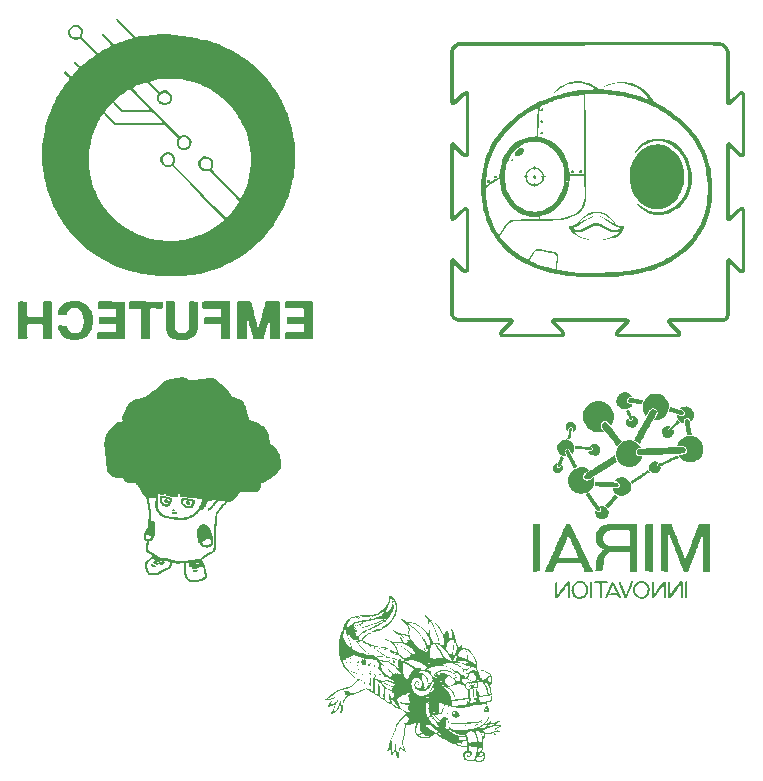
<source format=gbo>
G04 Layer: BottomSilkscreenLayer*
G04 EasyEDA v6.5.48, 2025-03-31 17:32:00*
G04 4a954248cc764f1c991205ffb550d634,93aebdfcfbe24d40a812e2b2de22b7a1,10*
G04 Gerber Generator version 0.2*
G04 Scale: 100 percent, Rotated: No, Reflected: No *
G04 Dimensions in millimeters *
G04 leading zeros omitted , absolute positions ,4 integer and 5 decimal *
%FSLAX45Y45*%
%MOMM*%

%ADD10C,0.0001*%

%LPD*%
G36*
X6241897Y5511698D02*
G01*
X4745075Y5508345D01*
X4724298Y5504891D01*
X4698695Y5492699D01*
X4677968Y5471871D01*
X4665980Y5449722D01*
X4659274Y5422950D01*
X4660950Y4996434D01*
X4664405Y4984902D01*
X4669993Y4978552D01*
X4676952Y4974894D01*
X4694123Y4974894D01*
X4709922Y4984800D01*
X4773828Y5047691D01*
X4788509Y5059527D01*
X4792218Y5059527D01*
X4792218Y4568037D01*
X4790186Y4566056D01*
X4783429Y4569510D01*
X4703521Y4648657D01*
X4687722Y4658563D01*
X4675581Y4658563D01*
X4663236Y4646269D01*
X4659630Y4621733D01*
X4659630Y4018076D01*
X4663592Y4003141D01*
X4671822Y3994353D01*
X4684979Y3990797D01*
X4701336Y3996994D01*
X4713122Y4005935D01*
X4785918Y4077309D01*
X4791405Y4076293D01*
X4790592Y3585108D01*
X4784394Y3585108D01*
X4698746Y3670147D01*
X4685944Y3676091D01*
X4676394Y3676142D01*
X4666538Y3670147D01*
X4660392Y3657803D01*
X4659376Y3223260D01*
X4661095Y3210509D01*
X4691583Y3210509D01*
X4691583Y3631437D01*
X4693767Y3631437D01*
X4764227Y3561587D01*
X4780229Y3554222D01*
X4796993Y3552748D01*
X4807356Y3556914D01*
X4816246Y3563010D01*
X4822545Y3575405D01*
X4822545Y4088790D01*
X4814874Y4101896D01*
X4802124Y4109059D01*
X4782464Y4109059D01*
X4769053Y4102303D01*
X4751476Y4087622D01*
X4694580Y4031589D01*
X4691583Y4030522D01*
X4691583Y4613859D01*
X4693716Y4613859D01*
X4764227Y4544314D01*
X4779975Y4536389D01*
X4804156Y4536389D01*
X4815992Y4544364D01*
X4822545Y4555998D01*
X4822545Y5071821D01*
X4817516Y5081930D01*
X4807051Y5089906D01*
X4792014Y5092700D01*
X4777282Y5088280D01*
X4762652Y5079796D01*
X4696155Y5014010D01*
X4691583Y5012994D01*
X4691583Y5428386D01*
X4695139Y5437327D01*
X4701895Y5451398D01*
X4715459Y5466486D01*
X4732274Y5474665D01*
X4740300Y5476443D01*
X4770628Y5478068D01*
X6824929Y5479186D01*
X6946341Y5477256D01*
X6960717Y5470093D01*
X6976618Y5458002D01*
X6988657Y5442153D01*
X6995871Y5427726D01*
X6997446Y4993233D01*
X7003846Y4982413D01*
X7011924Y4976368D01*
X7023862Y4974437D01*
X7045299Y4985004D01*
X7118858Y5057394D01*
X7126122Y5061305D01*
X7129272Y5059375D01*
X7129221Y4571542D01*
X7126833Y4567936D01*
X7119823Y4570577D01*
X7043775Y4646218D01*
X7028688Y4658309D01*
X7016038Y4660442D01*
X7005167Y4655261D01*
X6997446Y4641799D01*
X6997446Y4010812D01*
X7002983Y4000703D01*
X7012330Y3994048D01*
X7029703Y3994048D01*
X7049516Y4006850D01*
X7120483Y4076598D01*
X7127240Y4080205D01*
X7129272Y4078173D01*
X7129272Y3587242D01*
X7127240Y3585210D01*
X7118096Y3589985D01*
X7039000Y3668674D01*
X7024776Y3677767D01*
X7012533Y3677767D01*
X7004456Y3672484D01*
X6997446Y3659378D01*
X6995871Y3192932D01*
X6989470Y3180334D01*
X6981037Y3174187D01*
X6967118Y3170732D01*
X6515049Y3168954D01*
X6502654Y3162858D01*
X6496659Y3153003D01*
X6496659Y3139795D01*
X6501434Y3128365D01*
X6516522Y3109874D01*
X6562953Y3063443D01*
X6581343Y3043377D01*
X6581343Y3038805D01*
X6089294Y3038805D01*
X6089345Y3042767D01*
X6092037Y3046984D01*
X6170879Y3126689D01*
X6180378Y3141624D01*
X6180378Y3155797D01*
X6169202Y3166364D01*
X6152438Y3169920D01*
X5532628Y3168954D01*
X5520131Y3162401D01*
X5514238Y3151428D01*
X5514238Y3140049D01*
X5522874Y3122625D01*
X5594908Y3048863D01*
X5600700Y3038805D01*
X5106873Y3038805D01*
X5106873Y3043936D01*
X5192471Y3130651D01*
X5198262Y3142996D01*
X5198567Y3153765D01*
X5192166Y3162554D01*
X5179568Y3168954D01*
X4725924Y3170580D01*
X4709922Y3176473D01*
X4700879Y3184956D01*
X4695850Y3194507D01*
X4691583Y3210509D01*
X4661095Y3210509D01*
X4663033Y3196132D01*
X4666437Y3184956D01*
X4674006Y3168294D01*
X4689805Y3152495D01*
X4706721Y3144570D01*
X4713122Y3142335D01*
X4729073Y3138881D01*
X5155082Y3137001D01*
X5093970Y3076295D01*
X5081168Y3059836D01*
X5074920Y3042818D01*
X5074920Y3034030D01*
X5081117Y3017774D01*
X5088534Y3011322D01*
X5097221Y3006801D01*
X5612688Y3007614D01*
X5625947Y3016402D01*
X5631434Y3026816D01*
X5631484Y3047898D01*
X5620461Y3066694D01*
X5552592Y3135680D01*
X5552592Y3137814D01*
X6135624Y3137814D01*
X6135624Y3135630D01*
X6065977Y3065119D01*
X6058509Y3049168D01*
X6058408Y3026816D01*
X6065723Y3014726D01*
X6079236Y3006852D01*
X6588150Y3006852D01*
X6600748Y3010611D01*
X6611213Y3021076D01*
X6615379Y3035960D01*
X6611315Y3051810D01*
X6602984Y3066745D01*
X6535013Y3135731D01*
X6535013Y3137814D01*
X6929780Y3137814D01*
X6976719Y3141167D01*
X6997192Y3147618D01*
X7010958Y3157067D01*
X7020102Y3170580D01*
X7022592Y3176981D01*
X7026909Y3194507D01*
X7027011Y3634892D01*
X7030059Y3633825D01*
X7101281Y3563365D01*
X7117283Y3555796D01*
X7139635Y3555593D01*
X7149846Y3561130D01*
X7158786Y3572865D01*
X7158786Y4092295D01*
X7152436Y4101846D01*
X7144410Y4108907D01*
X7128103Y4112666D01*
X7112000Y4107332D01*
X7096506Y4097070D01*
X7029399Y4031081D01*
X7027011Y4032554D01*
X7027011Y4614926D01*
X7029196Y4617110D01*
X7101484Y4545279D01*
X7119772Y4537202D01*
X7137349Y4537202D01*
X7149592Y4543450D01*
X7157770Y4553102D01*
X7159752Y4569917D01*
X7158786Y5074970D01*
X7149642Y5086959D01*
X7139635Y5093055D01*
X7121042Y5093106D01*
X7103160Y5084318D01*
X7059777Y5043881D01*
X7029653Y5013401D01*
X7027011Y5014976D01*
X7026960Y5429351D01*
X7021982Y5443728D01*
X7016851Y5454904D01*
X7005015Y5472480D01*
X6986270Y5490159D01*
X6969556Y5500725D01*
X6946341Y5508599D01*
X6455918Y5510479D01*
X6454597Y5511596D01*
G37*
G36*
X5725617Y5176164D02*
G01*
X5695543Y5171541D01*
X5676392Y5166410D01*
X5654700Y5158587D01*
X5628436Y5146700D01*
X5602579Y5131866D01*
X5577332Y5114798D01*
X5563108Y5103977D01*
X5545378Y5089194D01*
X5529427Y5075021D01*
X5496712Y5043017D01*
X5498236Y5041442D01*
X5518251Y5058714D01*
X5526227Y5066131D01*
X5562955Y5095798D01*
X5601868Y5121859D01*
X5638038Y5140502D01*
X5660390Y5149392D01*
X5681167Y5155438D01*
X5705144Y5160721D01*
X5751474Y5160873D01*
X5773826Y5156555D01*
X5796178Y5150358D01*
X5824931Y5140655D01*
X5859729Y5123535D01*
X5883198Y5108244D01*
X5883249Y5106365D01*
X5840933Y5104231D01*
X5794603Y5101183D01*
X5761736Y5097983D01*
X5705144Y5089702D01*
X5669991Y5083302D01*
X5628436Y5074056D01*
X5607710Y5068925D01*
X5578957Y5061407D01*
X5542178Y5050180D01*
X5523026Y5043728D01*
X5495848Y5034076D01*
X5490464Y5033975D01*
X5479897Y5027828D01*
X5454345Y5017719D01*
X5438343Y5010505D01*
X5423966Y5004460D01*
X5361686Y4973320D01*
X5344109Y4963261D01*
X5306009Y4940554D01*
X5290667Y4930952D01*
X5261051Y4910531D01*
X5240731Y4895799D01*
X5195570Y4859680D01*
X5171592Y4838547D01*
X5118658Y4785563D01*
X5096510Y4759960D01*
X5084826Y4745634D01*
X5066080Y4721707D01*
X5050231Y4699304D01*
X5035346Y4676546D01*
X5010505Y4635398D01*
X4985816Y4585106D01*
X4967528Y4539589D01*
X4954676Y4501235D01*
X4944262Y4461306D01*
X4937506Y4427728D01*
X4934559Y4410202D01*
X4931359Y4387799D01*
X4924806Y4305503D01*
X4924790Y4293006D01*
X4962702Y4293006D01*
X4966360Y4343095D01*
X4969560Y4381449D01*
X4972862Y4405376D01*
X4975910Y4422952D01*
X4982667Y4456531D01*
X4990541Y4486859D01*
X5001615Y4520387D01*
X5011521Y4547565D01*
X5025847Y4579518D01*
X5040782Y4609846D01*
X5059578Y4643424D01*
X5088940Y4688128D01*
X5113020Y4720082D01*
X5134152Y4745634D01*
X5165191Y4779213D01*
X5214721Y4826254D01*
X5247436Y4853228D01*
X5289804Y4884877D01*
X5318556Y4904079D01*
X5366461Y4932984D01*
X5403545Y4952492D01*
X5405628Y4952492D01*
X5405526Y4948529D01*
X5402275Y4918151D01*
X5399227Y4884623D01*
X5395772Y4831892D01*
X5393639Y4708906D01*
X5350130Y4707178D01*
X5408320Y4707178D01*
X5410250Y4852670D01*
X5413756Y4892598D01*
X5420258Y4954930D01*
X5421528Y4961534D01*
X5447944Y4973777D01*
X5478272Y4987086D01*
X5505450Y4997551D01*
X5521401Y5003393D01*
X5548579Y5012944D01*
X5582107Y5023104D01*
X5596483Y5027828D01*
X5609285Y5030520D01*
X5647639Y5040325D01*
X5701944Y5051145D01*
X5722721Y5054650D01*
X5767425Y5061000D01*
X5791809Y5062982D01*
X5793689Y4975656D01*
X5796178Y4617872D01*
X5796178Y4386224D01*
X5673191Y4386224D01*
X5672480Y4395825D01*
X5668975Y4426153D01*
X5662625Y4459681D01*
X5656173Y4482084D01*
X5644997Y4514037D01*
X5624830Y4555540D01*
X5604814Y4585919D01*
X5581700Y4614672D01*
X5553354Y4641900D01*
X5518251Y4668164D01*
X5473496Y4690313D01*
X5454345Y4696764D01*
X5430367Y4702962D01*
X5408320Y4707178D01*
X5350130Y4707178D01*
X5339892Y4706772D01*
X5302554Y4698187D01*
X5278628Y4690262D01*
X5251450Y4677613D01*
X5221630Y4659782D01*
X5187543Y4631944D01*
X5160873Y4603496D01*
X5139537Y4574692D01*
X5128717Y4557166D01*
X5111953Y4525213D01*
X5101742Y4499660D01*
X5095392Y4480458D01*
X5088128Y4453331D01*
X5081524Y4416552D01*
X5078098Y4368647D01*
X5123332Y4368647D01*
X5125974Y4408576D01*
X5129377Y4430928D01*
X5136083Y4459681D01*
X5142280Y4480458D01*
X5155387Y4512411D01*
X5167884Y4536389D01*
X5192318Y4573117D01*
X5232298Y4613198D01*
X5265826Y4635703D01*
X5291582Y4648555D01*
X5310581Y4655261D01*
X5329732Y4660290D01*
X5355285Y4664913D01*
X5400040Y4664557D01*
X5422392Y4660341D01*
X5444744Y4654092D01*
X5463590Y4647234D01*
X5486146Y4635855D01*
X5518251Y4614265D01*
X5547969Y4586224D01*
X5566714Y4563262D01*
X5586171Y4533239D01*
X5601766Y4501235D01*
X5613044Y4470908D01*
X5616415Y4457293D01*
X5643118Y4457293D01*
X5645251Y4459427D01*
X5645251Y4455160D01*
X5643118Y4457293D01*
X5616415Y4457293D01*
X5620729Y4439920D01*
X5643626Y4439920D01*
X5643626Y4447540D01*
X5646623Y4449368D01*
X5648147Y4446879D01*
X5646470Y4438192D01*
X5643626Y4439920D01*
X5620729Y4439920D01*
X5624322Y4421378D01*
X5627674Y4398365D01*
X5627674Y4338574D01*
X5621417Y4299458D01*
X5643626Y4299458D01*
X5645658Y4307941D01*
X5648502Y4311548D01*
X5645251Y4320133D01*
X5645251Y4327906D01*
X5647639Y4327906D01*
X5647639Y4415383D01*
X5643626Y4413859D01*
X5643626Y4417212D01*
X5649163Y4420311D01*
X5645048Y4431690D01*
X5647639Y4436211D01*
X5651296Y4432249D01*
X5653430Y4413402D01*
X5654954Y4325823D01*
X5651601Y4322470D01*
X5651500Y4306366D01*
X5647080Y4300474D01*
X5648604Y4288790D01*
X5643626Y4299458D01*
X5621417Y4299458D01*
X5620969Y4296765D01*
X5616344Y4278376D01*
X5645251Y4278376D01*
X5645251Y4276801D01*
X5643626Y4276801D01*
X5643626Y4278376D01*
X5616344Y4278376D01*
X5614416Y4271213D01*
X5604916Y4242460D01*
X5585714Y4202531D01*
X5564581Y4170578D01*
X5543397Y4146600D01*
X5535726Y4138625D01*
X5516626Y4121505D01*
X5484672Y4100068D01*
X5457545Y4087063D01*
X5438343Y4080764D01*
X5425592Y4077309D01*
X5411216Y4074109D01*
X5376468Y4070197D01*
X5340908Y4074109D01*
X5326532Y4077309D01*
X5313781Y4080764D01*
X5294579Y4087063D01*
X5267452Y4099966D01*
X5234482Y4122064D01*
X5199126Y4156201D01*
X5174335Y4189222D01*
X5157571Y4219498D01*
X5145532Y4247438D01*
X5137505Y4271365D01*
X5129631Y4304741D01*
X5125974Y4328718D01*
X5123332Y4368647D01*
X5078098Y4368647D01*
X5077561Y4361129D01*
X5069332Y4357725D01*
X5039614Y4344009D01*
X5015026Y4328871D01*
X4989474Y4309821D01*
X4964734Y4287723D01*
X4962702Y4293006D01*
X4924790Y4293006D01*
X4924755Y4231284D01*
X4963109Y4231284D01*
X4963109Y4266895D01*
X4992420Y4294479D01*
X5021427Y4316476D01*
X5047742Y4332528D01*
X5075021Y4345482D01*
X5079339Y4345482D01*
X5081320Y4333494D01*
X5081320Y4320082D01*
X5088128Y4283964D01*
X5094325Y4260037D01*
X5101793Y4237634D01*
X5111953Y4212082D01*
X5126126Y4183938D01*
X5142382Y4157776D01*
X5160264Y4133799D01*
X5195570Y4097477D01*
X5226507Y4073956D01*
X5243474Y4063847D01*
X5263845Y4052976D01*
X5288178Y4043222D01*
X5297779Y4040124D01*
X5308955Y4036974D01*
X5321757Y4034028D01*
X5348579Y4029100D01*
X5410403Y4029151D01*
X5410403Y4008780D01*
X5409601Y4008475D01*
X5424779Y4008475D01*
X5424779Y4032250D01*
X5451144Y4039260D01*
X5463895Y4043273D01*
X5481472Y4050131D01*
X5505145Y4061612D01*
X5531053Y4077919D01*
X5543804Y4087418D01*
X5566054Y4106672D01*
X5587390Y4129024D01*
X5601614Y4146600D01*
X5624118Y4180230D01*
X5646623Y4226458D01*
X5659374Y4264812D01*
X5665673Y4291990D01*
X5669127Y4312716D01*
X5672378Y4335729D01*
X5672378Y4369562D01*
X5676392Y4370933D01*
X5795467Y4372152D01*
X5797600Y4368698D01*
X5799836Y4192930D01*
X5795467Y4159402D01*
X5789015Y4136999D01*
X5776671Y4111447D01*
X5761939Y4091990D01*
X5738622Y4069943D01*
X5716320Y4054957D01*
X5694375Y4043375D01*
X5663590Y4031284D01*
X5647639Y4026408D01*
X5604510Y4016603D01*
X5580532Y4013301D01*
X5545378Y4010101D01*
X5424779Y4008475D01*
X5409601Y4008475D01*
X5405374Y4006850D01*
X5316931Y4006850D01*
X5195570Y4003598D01*
X5179568Y4000195D01*
X5169966Y3996842D01*
X5159908Y3992473D01*
X5141214Y3978351D01*
X5129682Y3962908D01*
X5107381Y3927754D01*
X5072989Y3875582D01*
X5055768Y3901287D01*
X5055768Y3903319D01*
X5049774Y3911803D01*
X5027574Y3954932D01*
X5012486Y3989171D01*
X5002834Y4015587D01*
X4998567Y4028389D01*
X4991557Y4052366D01*
X4988915Y4060342D01*
X4979263Y4101896D01*
X4976164Y4117848D01*
X4972913Y4136999D01*
X4969611Y4159402D01*
X4966360Y4189729D01*
X4963109Y4231284D01*
X4924755Y4231284D01*
X4924755Y4224883D01*
X4928057Y4184954D01*
X4931257Y4154576D01*
X4934559Y4132224D01*
X4937556Y4114647D01*
X4942484Y4089095D01*
X4947259Y4068318D01*
X4960162Y4021988D01*
X4967681Y3999484D01*
X4986731Y3951732D01*
X5006289Y3911803D01*
X5015128Y3895801D01*
X5028438Y3873195D01*
X5037015Y3860393D01*
X5082641Y3860393D01*
X5084013Y3867048D01*
X5147259Y3963670D01*
X5162956Y3978351D01*
X5182768Y3987139D01*
X5205120Y3990797D01*
X5321757Y3992473D01*
X5492699Y3995420D01*
X5561380Y3997401D01*
X5588508Y4000500D01*
X5610860Y4003903D01*
X5641238Y4010406D01*
X5663590Y4016654D01*
X5682792Y4023055D01*
X5722721Y4042410D01*
X5741873Y4055211D01*
X5761024Y4071264D01*
X5774740Y4085894D01*
X5790234Y4108297D01*
X5799836Y4127449D01*
X5806135Y4146600D01*
X5809589Y4159402D01*
X5813501Y4184548D01*
X5811215Y4421378D01*
X5808268Y4804765D01*
X5806033Y5063845D01*
X5821730Y5065979D01*
X5904788Y5068316D01*
X5976721Y5066233D01*
X6015024Y5062778D01*
X6045403Y5059629D01*
X6088532Y5053177D01*
X6102908Y5050383D01*
X6125260Y5046624D01*
X6174790Y5035397D01*
X6222695Y5022392D01*
X6240272Y5016652D01*
X6256274Y5011877D01*
X6294272Y4998618D01*
X6334506Y4982616D01*
X6353708Y4973624D01*
X6369659Y4966563D01*
X6408013Y4947666D01*
X6444742Y4927498D01*
X6478320Y4907229D01*
X6511848Y4884978D01*
X6542176Y4862474D01*
X6556908Y4851095D01*
X6574129Y4837176D01*
X6594906Y4819142D01*
X6617258Y4798364D01*
X6653682Y4761636D01*
X6685483Y4724857D01*
X6716522Y4683353D01*
X6732524Y4659376D01*
X6751777Y4627422D01*
X6774383Y4584293D01*
X6790283Y4547565D01*
X6798767Y4525568D01*
X6809282Y4493260D01*
X6815937Y4470908D01*
X6825538Y4427728D01*
X6828790Y4408576D01*
X6837375Y4343095D01*
X6839966Y4315917D01*
X6842150Y4233164D01*
X6838391Y4184954D01*
X6835190Y4157776D01*
X6831990Y4135424D01*
X6825437Y4101896D01*
X6815785Y4061917D01*
X6806336Y4031589D01*
X6800494Y4015587D01*
X6790029Y3988460D01*
X6780733Y3967683D01*
X6767575Y3940556D01*
X6745782Y3902557D01*
X6719874Y3863848D01*
X6713118Y3855618D01*
X6705142Y3844899D01*
X6676694Y3811524D01*
X6635750Y3770731D01*
X6604508Y3744569D01*
X6575755Y3722979D01*
X6550202Y3705606D01*
X6524599Y3689400D01*
X6499047Y3675075D01*
X6460744Y3655568D01*
X6436766Y3644442D01*
X6419189Y3637584D01*
X6404813Y3631437D01*
X6366459Y3617163D01*
X6324955Y3604158D01*
X6312154Y3600704D01*
X6304178Y3598062D01*
X6251448Y3585311D01*
X6217920Y3578656D01*
X6198768Y3575304D01*
X6184392Y3572560D01*
X6138062Y3566058D01*
X6109309Y3562807D01*
X6074156Y3559606D01*
X6032601Y3556355D01*
X5910376Y3554222D01*
X5902655Y3558387D01*
X5893612Y3555542D01*
X5761024Y3556000D01*
X5679592Y3562908D01*
X5630062Y3569309D01*
X5588508Y3575913D01*
X5567730Y3579825D01*
X5567984Y3593896D01*
X5574741Y3670554D01*
X5577027Y3693871D01*
X5572709Y3707282D01*
X5565089Y3719017D01*
X5553354Y3727094D01*
X5544312Y3730498D01*
X5500674Y3738676D01*
X5487873Y3741420D01*
X5467096Y3745077D01*
X5454345Y3747820D01*
X5433568Y3751478D01*
X5420766Y3754272D01*
X5396839Y3756406D01*
X5383377Y3752748D01*
X5370068Y3742436D01*
X5353558Y3715308D01*
X5323941Y3663442D01*
X5320893Y3661562D01*
X5290261Y3677970D01*
X5280202Y3683660D01*
X5258003Y3697274D01*
X5224322Y3719880D01*
X5197144Y3740708D01*
X5171592Y3761892D01*
X5129682Y3803142D01*
X5107330Y3828694D01*
X5082641Y3860393D01*
X5037015Y3860393D01*
X5055717Y3832606D01*
X5080203Y3801872D01*
X5101640Y3777589D01*
X5130038Y3748684D01*
X5160416Y3721608D01*
X5190744Y3697528D01*
X5227472Y3671671D01*
X5249688Y3658006D01*
X5336794Y3658006D01*
X5371439Y3718509D01*
X5382006Y3734612D01*
X5392216Y3741674D01*
X5415991Y3741318D01*
X5428792Y3738422D01*
X5443169Y3735527D01*
X5463895Y3731869D01*
X5476697Y3729075D01*
X5497474Y3725468D01*
X5510225Y3722674D01*
X5531002Y3719017D01*
X5546394Y3715461D01*
X5558891Y3704742D01*
X5562549Y3692550D01*
X5555742Y3611473D01*
X5553710Y3583381D01*
X5538978Y3585514D01*
X5483098Y3599738D01*
X5462320Y3605529D01*
X5444744Y3611118D01*
X5408015Y3623614D01*
X5380685Y3634384D01*
X5337708Y3653231D01*
X5336794Y3658006D01*
X5249688Y3658006D01*
X5254650Y3654958D01*
X5269026Y3646982D01*
X5286603Y3636772D01*
X5324957Y3617671D01*
X5358485Y3602888D01*
X5384038Y3592728D01*
X5409590Y3583279D01*
X5431993Y3575862D01*
X5463895Y3566058D01*
X5483098Y3560927D01*
X5515051Y3553053D01*
X5526227Y3550005D01*
X5566156Y3541979D01*
X5623661Y3532327D01*
X5649214Y3528923D01*
X5674766Y3526078D01*
X5709920Y3522624D01*
X5749848Y3519373D01*
X6003848Y3517646D01*
X6062980Y3521303D01*
X6102908Y3524504D01*
X6158788Y3530955D01*
X6200343Y3537458D01*
X6235496Y3543757D01*
X6280200Y3553663D01*
X6308953Y3560927D01*
X6328156Y3566007D01*
X6350508Y3572764D01*
X6400038Y3589528D01*
X6426301Y3599281D01*
X6462318Y3614572D01*
X6529425Y3648405D01*
X6562953Y3668725D01*
X6591706Y3687927D01*
X6620154Y3708908D01*
X6647637Y3730751D01*
X6687566Y3767988D01*
X6721652Y3804767D01*
X6748373Y3838295D01*
X6770674Y3870248D01*
X6785457Y3894226D01*
X6805828Y3930954D01*
X6823862Y3969308D01*
X6836511Y4001262D01*
X6849465Y4039565D01*
X6859320Y4076293D01*
X6862114Y4089095D01*
X6867296Y4114647D01*
X6870344Y4132224D01*
X6873494Y4153001D01*
X6876846Y4183329D01*
X6880047Y4218482D01*
X6880047Y4298340D01*
X6876694Y4339894D01*
X6871970Y4370222D01*
X6868922Y4400600D01*
X6865823Y4421378D01*
X6859270Y4454906D01*
X6856323Y4467707D01*
X6846874Y4502810D01*
X6834022Y4541164D01*
X6820662Y4574692D01*
X6814210Y4589068D01*
X6795414Y4627422D01*
X6778244Y4657801D01*
X6767931Y4675174D01*
X6739636Y4716881D01*
X6712254Y4752035D01*
X6679031Y4790389D01*
X6631635Y4837074D01*
X6612483Y4854295D01*
X6575755Y4884674D01*
X6538976Y4912004D01*
X6503873Y4935880D01*
X6470294Y4956251D01*
X6436766Y4975047D01*
X6392011Y4997653D01*
X6386474Y5002530D01*
X6378651Y5019548D01*
X6355283Y5053888D01*
X6320129Y5089448D01*
X6296202Y5108600D01*
X6267094Y5127701D01*
X6235496Y5143957D01*
X6213094Y5152440D01*
X6200343Y5156809D01*
X6173165Y5163058D01*
X6149238Y5167122D01*
X6080506Y5167172D01*
X6058154Y5163261D01*
X6040577Y5159705D01*
X6013450Y5152542D01*
X6007049Y5150307D01*
X5981496Y5140502D01*
X5978448Y5137810D01*
X5972708Y5137810D01*
X5972708Y5134610D01*
X5966307Y5134610D01*
X5966307Y5131816D01*
X5959246Y5129936D01*
X5961532Y5127701D01*
X5969508Y5131409D01*
X5984697Y5137708D01*
X6008776Y5145532D01*
X6037376Y5152491D01*
X6066129Y5157216D01*
X6128461Y5157470D01*
X6152438Y5153558D01*
X6181191Y5147106D01*
X6205118Y5139182D01*
X6235242Y5124704D01*
X6261049Y5108244D01*
X6283401Y5091328D01*
X6306921Y5070144D01*
X6330188Y5043576D01*
X6345478Y5021224D01*
X6343446Y5019192D01*
X6305753Y5034330D01*
X6288176Y5040122D01*
X6265824Y5048097D01*
X6224320Y5061051D01*
X6189980Y5069941D01*
X6167577Y5075377D01*
X6131661Y5083302D01*
X6110884Y5086959D01*
X6096508Y5089753D01*
X6051804Y5096205D01*
X6026200Y5099304D01*
X5989472Y5102555D01*
X5941568Y5105908D01*
X5924702Y5105857D01*
X5911189Y5117947D01*
X5898438Y5127447D01*
X5882436Y5137048D01*
X5858510Y5148783D01*
X5832906Y5158943D01*
X5823356Y5162042D01*
X5796178Y5169408D01*
X5759450Y5175808D01*
G37*
G36*
X5955131Y5128209D02*
G01*
X5955131Y5125059D01*
X5956554Y5125059D01*
X5958535Y5128209D01*
G37*
G36*
X5495086Y5040376D02*
G01*
X5495086Y5038750D01*
X5496661Y5038750D01*
X5496661Y5040376D01*
G37*
G36*
X5436158Y4947716D02*
G01*
X5428132Y4944668D01*
X5423204Y4935118D01*
X5423204Y4931968D01*
X5431434Y4922164D01*
X5442254Y4922164D01*
X5448757Y4929174D01*
X5448757Y4940858D01*
X5443169Y4945684D01*
X5438343Y4947462D01*
G37*
G36*
X5433212Y4848656D02*
G01*
X5424982Y4842205D01*
X5423001Y4836058D01*
X5428030Y4826406D01*
X5434177Y4823104D01*
X5440324Y4823104D01*
X5448757Y4829759D01*
X5448757Y4841697D01*
X5442254Y4848656D01*
G37*
G36*
X5435803Y4751222D02*
G01*
X5426811Y4746599D01*
X5422900Y4737150D01*
X5426913Y4729683D01*
X5431993Y4725771D01*
X5442356Y4725670D01*
X5448757Y4732070D01*
X5448757Y4744567D01*
X5439968Y4751120D01*
G37*
G36*
X6404813Y4690465D02*
G01*
X6377635Y4685893D01*
X6358483Y4680813D01*
X6339332Y4674158D01*
X6313779Y4662271D01*
X6294577Y4650079D01*
X6270650Y4632248D01*
X6251448Y4613046D01*
X6236563Y4593640D01*
X6225082Y4572863D01*
X6225082Y4565954D01*
X6227826Y4565954D01*
X6242354Y4584293D01*
X6261049Y4603648D01*
X6280200Y4619802D01*
X6299403Y4632604D01*
X6326530Y4647184D01*
X6344107Y4654143D01*
X6364884Y4660239D01*
X6388862Y4665675D01*
X6451142Y4665522D01*
X6479895Y4658309D01*
X6499047Y4651857D01*
X6511848Y4646625D01*
X6538976Y4632553D01*
X6553352Y4622850D01*
X6575755Y4604562D01*
X6589064Y4591659D01*
X6608927Y4568494D01*
X6630416Y4535932D01*
X6649770Y4496409D01*
X6664096Y4453331D01*
X6668973Y4432554D01*
X6672173Y4416552D01*
X6676288Y4394200D01*
X6676186Y4317542D01*
X6670751Y4288790D01*
X6665671Y4268012D01*
X6656222Y4239260D01*
X6637528Y4200906D01*
X6620865Y4175455D01*
X6606641Y4157776D01*
X6580530Y4131005D01*
X6558178Y4112717D01*
X6537401Y4099204D01*
X6505448Y4083761D01*
X6481470Y4075836D01*
X6460744Y4071061D01*
X6439611Y4067556D01*
X6396532Y4067556D01*
X6377635Y4070807D01*
X6361684Y4074160D01*
X6340906Y4080560D01*
X6334506Y4083100D01*
X6300114Y4099407D01*
X6275425Y4115968D01*
X6251448Y4135069D01*
X6245910Y4139844D01*
X6244031Y4134815D01*
X6256629Y4116273D01*
X6284163Y4089857D01*
X6308852Y4073753D01*
X6334506Y4061510D01*
X6355283Y4054703D01*
X6364884Y4051808D01*
X6399479Y4045153D01*
X6454952Y4045153D01*
X6489496Y4051808D01*
X6499047Y4054703D01*
X6519824Y4061460D01*
X6550202Y4075684D01*
X6574129Y4090517D01*
X6594906Y4106468D01*
X6613702Y4122623D01*
X6642252Y4154576D01*
X6665620Y4189729D01*
X6680098Y4218482D01*
X6690359Y4244035D01*
X6700774Y4282389D01*
X6704330Y4303166D01*
X6707530Y4324197D01*
X6707530Y4392879D01*
X6700824Y4432554D01*
X6694424Y4459681D01*
X6686346Y4485284D01*
X6673697Y4517186D01*
X6659524Y4545380D01*
X6643827Y4570628D01*
X6623761Y4597095D01*
X6594906Y4627016D01*
X6561378Y4652264D01*
X6516624Y4674362D01*
X6497472Y4680661D01*
X6475120Y4686096D01*
X6451142Y4690160D01*
G37*
G36*
X6430365Y4640681D02*
G01*
X6380835Y4639665D01*
X6364884Y4635804D01*
X6334506Y4626356D01*
X6308953Y4613249D01*
X6286601Y4598263D01*
X6260998Y4576013D01*
X6238392Y4549140D01*
X6222390Y4525213D01*
X6209741Y4501235D01*
X6197650Y4470908D01*
X6193485Y4458106D01*
X6187033Y4430928D01*
X6183731Y4413402D01*
X6180378Y4382414D01*
X6180378Y4353306D01*
X6183782Y4322318D01*
X6190437Y4287164D01*
X6202984Y4248861D01*
X6219139Y4215282D01*
X6233718Y4192930D01*
X6247892Y4173778D01*
X6281826Y4140200D01*
X6313779Y4119118D01*
X6336131Y4108856D01*
X6347307Y4104436D01*
X6352082Y4102760D01*
X6371285Y4097680D01*
X6401612Y4093210D01*
X6420764Y4093057D01*
X6446367Y4096562D01*
X6471920Y4102760D01*
X6497472Y4112869D01*
X6515049Y4122318D01*
X6543344Y4141571D01*
X6567322Y4164076D01*
X6585559Y4186529D01*
X6601612Y4210507D01*
X6614261Y4234484D01*
X6627469Y4268012D01*
X6633667Y4290364D01*
X6636969Y4304741D01*
X6640220Y4322318D01*
X6644233Y4366361D01*
X6640169Y4413402D01*
X6633768Y4445304D01*
X6620764Y4486706D01*
X6598869Y4530090D01*
X6572656Y4565142D01*
X6548475Y4589068D01*
X6520281Y4610303D01*
X6487871Y4626406D01*
X6470294Y4632655D01*
X6457543Y4636008D01*
X6443167Y4639360D01*
G37*
G36*
X5268366Y4612284D02*
G01*
X5251450Y4608626D01*
X5234482Y4599076D01*
X5219039Y4583125D01*
X5210708Y4566107D01*
X5210708Y4550410D01*
X5218836Y4542332D01*
X5229910Y4540250D01*
X5241848Y4542434D01*
X5256276Y4549038D01*
X5260797Y4552340D01*
X5278323Y4569866D01*
X5285790Y4585919D01*
X5285790Y4600702D01*
X5279847Y4608118D01*
G37*
G36*
X5187696Y4519726D02*
G01*
X5181193Y4518812D01*
X5176977Y4509973D01*
X5179009Y4503623D01*
X5185003Y4503623D01*
X5189982Y4510735D01*
X5189982Y4517491D01*
G37*
G36*
X5381447Y4460697D02*
G01*
X5369661Y4459681D01*
X5368696Y4448200D01*
X5350510Y4444034D01*
X5329428Y4433214D01*
X5311190Y4414977D01*
X5300268Y4393184D01*
X5298389Y4381449D01*
X5295442Y4374235D01*
X5285689Y4374235D01*
X5283860Y4369460D01*
X5285841Y4361434D01*
X5296662Y4361434D01*
X5298592Y4356404D01*
X5298592Y4351680D01*
X5311343Y4351680D01*
X5311343Y4361434D01*
X5320944Y4361434D01*
X5320944Y4374032D01*
X5312156Y4375048D01*
X5312410Y4388256D01*
X5321096Y4405985D01*
X5335270Y4421784D01*
X5353812Y4431284D01*
X5364886Y4433316D01*
X5368086Y4433468D01*
X5369661Y4422952D01*
X5381650Y4421987D01*
X5381650Y4429912D01*
X5383580Y4434941D01*
X5385663Y4434535D01*
X5400141Y4430572D01*
X5413197Y4423918D01*
X5429300Y4409236D01*
X5438851Y4389424D01*
X5442559Y4377436D01*
X5440578Y4374235D01*
X5429402Y4374235D01*
X5430367Y4362246D01*
X5439968Y4361230D01*
X5442356Y4358894D01*
X5435701Y4338472D01*
X5426710Y4325467D01*
X5412333Y4312208D01*
X5393994Y4303776D01*
X5382463Y4304741D01*
X5381447Y4313732D01*
X5369661Y4312716D01*
X5368036Y4303166D01*
X5357114Y4304233D01*
X5339537Y4312310D01*
X5322062Y4328718D01*
X5311343Y4351680D01*
X5298592Y4351680D01*
X5298592Y4348835D01*
X5302199Y4339894D01*
X5305704Y4331919D01*
X5317947Y4313428D01*
X5336082Y4299204D01*
X5355285Y4291482D01*
X5368086Y4288790D01*
X5369661Y4277614D01*
X5381650Y4276598D01*
X5381650Y4285996D01*
X5386171Y4289755D01*
X5398414Y4291584D01*
X5421325Y4301998D01*
X5441645Y4322368D01*
X5451602Y4343095D01*
X5455818Y4361332D01*
X5467096Y4362246D01*
X5468112Y4374032D01*
X5456224Y4375048D01*
X5451957Y4390999D01*
X5448300Y4402175D01*
X5437530Y4419041D01*
X5421680Y4434128D01*
X5408015Y4440986D01*
X5401614Y4443476D01*
X5382463Y4448606D01*
G37*
G36*
X5696051Y4423765D02*
G01*
X5685231Y4418634D01*
X5683300Y4408119D01*
X5686856Y4401413D01*
X5695848Y4396790D01*
X5706719Y4402175D01*
X5709818Y4411218D01*
X5705043Y4419701D01*
X5697169Y4423714D01*
G37*
G36*
X5770626Y4423410D02*
G01*
X5762650Y4421733D01*
X5760212Y4420362D01*
X5755182Y4410659D01*
X5759196Y4401007D01*
X5768898Y4396943D01*
X5776772Y4399940D01*
X5780887Y4405376D01*
X5780989Y4416856D01*
X5775401Y4421733D01*
G37*
G36*
X5369814Y4383836D02*
G01*
X5359298Y4373626D01*
X5359298Y4364329D01*
X5365597Y4355490D01*
X5375198Y4351528D01*
X5383530Y4353610D01*
X5391251Y4361332D01*
X5391251Y4375404D01*
X5382818Y4383836D01*
G37*
G36*
X5046014Y4380636D02*
G01*
X5036718Y4375810D01*
X5033416Y4369663D01*
X5033416Y4363212D01*
X5040884Y4354525D01*
X5050993Y4354525D01*
X5059121Y4362145D01*
X5058156Y4373321D01*
X5047335Y4380636D01*
G37*
G36*
X4981295Y4342282D02*
G01*
X4974285Y4335780D01*
X4974285Y4325010D01*
X4984140Y4316730D01*
X4987239Y4316730D01*
X4996789Y4321657D01*
X4999939Y4329938D01*
X4997907Y4336694D01*
X4992979Y4342282D01*
G37*
G36*
X5885637Y4070705D02*
G01*
X5862320Y4065879D01*
X5837783Y4057599D01*
X5819292Y4048302D01*
X5801004Y4036669D01*
X5781802Y4022344D01*
X5751169Y3991457D01*
X5734507Y3967683D01*
X5726531Y3963517D01*
X5706719Y3957015D01*
X5689142Y3952646D01*
X5672480Y3952494D01*
X5669178Y3946347D01*
X5669228Y3935831D01*
X5699506Y3935831D01*
X5714695Y3940251D01*
X5741873Y3953001D01*
X5773826Y3972356D01*
X5825388Y4006596D01*
X5848908Y4020870D01*
X5872581Y4032402D01*
X5876848Y4032402D01*
X5876848Y4035602D01*
X5872276Y4035602D01*
X5870295Y4032402D01*
X5861050Y4032402D01*
X5859119Y4029201D01*
X5853938Y4029201D01*
X5815279Y4010355D01*
X5796178Y3999331D01*
X5747308Y3972915D01*
X5745632Y3974592D01*
X5768949Y3999128D01*
X5792978Y4019092D01*
X5817717Y4035653D01*
X5839307Y4046474D01*
X5858510Y4053128D01*
X5876036Y4057954D01*
X5917590Y4059275D01*
X5928766Y4057904D01*
X5954318Y4051096D01*
X5980074Y4039260D01*
X6008624Y4019956D01*
X6033363Y3998671D01*
X6058966Y3967937D01*
X6057493Y3966464D01*
X6039002Y3975455D01*
X5976721Y4012641D01*
X5942380Y4029201D01*
X5937554Y4029201D01*
X5937554Y4026001D01*
X5943955Y4026001D01*
X5943955Y4023563D01*
X5954318Y4018991D01*
X5989472Y3996436D01*
X6039002Y3961637D01*
X6058154Y3949954D01*
X6079490Y3939743D01*
X6097270Y3935120D01*
X6102451Y3932224D01*
X6091732Y3925722D01*
X6076086Y3918661D01*
X6061354Y3914190D01*
X6038342Y3914190D01*
X6029401Y3917797D01*
X6011824Y3925671D01*
X5963615Y3953967D01*
X5939942Y3964736D01*
X5930392Y3968140D01*
X5916218Y3972407D01*
X5882436Y3972306D01*
X5860084Y3965041D01*
X5840526Y3955745D01*
X5797804Y3929837D01*
X5780125Y3920845D01*
X5759704Y3914190D01*
X5740247Y3914190D01*
X5724144Y3920083D01*
X5700471Y3933037D01*
X5699506Y3935831D01*
X5669229Y3935729D01*
X5682030Y3910380D01*
X5695188Y3893362D01*
X5713120Y3878122D01*
X5724398Y3869791D01*
X5748274Y3857193D01*
X5770626Y3848354D01*
X5783427Y3844340D01*
X5796178Y3840937D01*
X5808980Y3837787D01*
X5829757Y3834333D01*
X5850788Y3831132D01*
X5872073Y3831132D01*
X5872073Y3834028D01*
X5850483Y3835552D01*
X5823356Y3841191D01*
X5807354Y3845306D01*
X5794603Y3849065D01*
X5770626Y3858564D01*
X5748883Y3869436D01*
X5729071Y3882796D01*
X5707176Y3903776D01*
X5697626Y3917594D01*
X5699099Y3919067D01*
X5725414Y3900982D01*
X5741111Y3894988D01*
X5767933Y3894988D01*
X5796178Y3904284D01*
X5858510Y3937965D01*
X5880862Y3946702D01*
X5917590Y3946804D01*
X5938367Y3939336D01*
X5968695Y3924147D01*
X5989472Y3912565D01*
X6008624Y3903370D01*
X6019850Y3898544D01*
X6030671Y3894988D01*
X6058458Y3894988D01*
X6078220Y3901490D01*
X6090107Y3908145D01*
X6110071Y3922318D01*
X6110071Y3918000D01*
X6101080Y3903776D01*
X6078524Y3883050D01*
X6056579Y3869994D01*
X6025794Y3856888D01*
X6002274Y3849014D01*
X5968695Y3841038D01*
X5934100Y3834282D01*
X5920790Y3834231D01*
X5916015Y3831183D01*
X5952490Y3831132D01*
X5995873Y3837787D01*
X6027978Y3845407D01*
X6046978Y3851554D01*
X6069330Y3860495D01*
X6086906Y3869944D01*
X6101283Y3879646D01*
X6119114Y3897426D01*
X6128004Y3912615D01*
X6135624Y3935272D01*
X6135624Y3942791D01*
X6132169Y3950462D01*
X6094933Y3952392D01*
X6074156Y3959250D01*
X6066129Y3963365D01*
X6058712Y3977284D01*
X6040628Y4002379D01*
X6011722Y4030014D01*
X5979871Y4051300D01*
X5959144Y4060698D01*
X5936742Y4067301D01*
X5922365Y4070350D01*
G37*
G36*
X5931154Y4032402D02*
G01*
X5931154Y4029201D01*
X5936132Y4029201D01*
X5934151Y4032402D01*
G37*
G36*
X1837791Y5706414D02*
G01*
X1833016Y5700674D01*
X1835810Y5689549D01*
X1941271Y5582412D01*
X1963013Y5557824D01*
X1976628Y5549849D01*
X1976628Y5545531D01*
X1960727Y5536488D01*
X1931619Y5529884D01*
X1929434Y5526379D01*
X1905965Y5521604D01*
X1896821Y5515813D01*
X1875231Y5511292D01*
X1868997Y5507634D01*
X2607767Y5507634D01*
X2607767Y5505602D01*
X2605735Y5505602D01*
X2605735Y5507634D01*
X1868997Y5507634D01*
X1862886Y5504078D01*
X1850745Y5501182D01*
X1833930Y5493512D01*
X1817420Y5487873D01*
X1807565Y5491429D01*
X1802333Y5498439D01*
X1724355Y5578957D01*
X1714500Y5581446D01*
X1710232Y5573471D01*
X1710232Y5564225D01*
X1760982Y5512765D01*
X1777746Y5494020D01*
X1792224Y5486196D01*
X1792180Y5476595D01*
X2690774Y5476443D01*
X2683510Y5474563D01*
X2678480Y5476595D01*
X1792180Y5476595D01*
X1792173Y5475884D01*
X1774319Y5466638D01*
X2700020Y5466638D01*
X2700020Y5464606D01*
X2697937Y5464606D01*
X2697937Y5466638D01*
X1818843Y5466638D01*
X1818843Y5464606D01*
X1816811Y5464606D01*
X1816811Y5466638D01*
X1774319Y5466638D01*
X1760524Y5459476D01*
X1736193Y5446166D01*
X1839366Y5446166D01*
X1839366Y5444134D01*
X1837283Y5444134D01*
X1837283Y5446166D01*
X1736193Y5446166D01*
X1717452Y5435904D01*
X1846834Y5435904D01*
X1849577Y5438648D01*
X1849577Y5433212D01*
X1846834Y5435904D01*
X1717452Y5435904D01*
X1702521Y5427726D01*
X2771495Y5427726D01*
X2774035Y5423611D01*
X2769666Y5423611D01*
X2769666Y5427726D01*
X1702521Y5427726D01*
X1701038Y5426913D01*
X1700100Y5425694D01*
X1862582Y5425694D01*
X1859838Y5422950D01*
X1857095Y5425694D01*
X1700022Y5425592D01*
X1698955Y5424220D01*
X1685848Y5417464D01*
X1675282Y5417464D01*
X1656537Y5436920D01*
X1546301Y5549036D01*
X1546301Y5563158D01*
X1554988Y5580176D01*
X1552854Y5607050D01*
X1544269Y5624271D01*
X1544269Y5628182D01*
X1522730Y5645353D01*
X1506372Y5653735D01*
X1471523Y5654040D01*
X1459230Y5647385D01*
X1439214Y5629757D01*
X1427073Y5602935D01*
X1426874Y5586882D01*
X1445920Y5586882D01*
X1445920Y5599379D01*
X1452219Y5614466D01*
X1468729Y5632399D01*
X1480718Y5634685D01*
X1491996Y5636361D01*
X1505000Y5633212D01*
X1523644Y5621426D01*
X1533601Y5602935D01*
X1536395Y5585714D01*
X1525524Y5561431D01*
X1514043Y5552998D01*
X1490980Y5546293D01*
X1467510Y5551525D01*
X1452880Y5564733D01*
X1445920Y5586882D01*
X1426874Y5586882D01*
X1426768Y5578348D01*
X1435912Y5557824D01*
X1446682Y5542127D01*
X1467408Y5531662D01*
X1490878Y5526786D01*
X1518666Y5534507D01*
X1531112Y5536692D01*
X1650862Y5415432D01*
X1870100Y5415432D01*
X1870100Y5413400D01*
X1868017Y5413400D01*
X1868017Y5415432D01*
X1650862Y5415432D01*
X1654882Y5411368D01*
X1990699Y5411368D01*
X1992579Y5418480D01*
X1992477Y5402122D01*
X1990699Y5411368D01*
X1654882Y5411368D01*
X1661013Y5405170D01*
X1880311Y5405170D01*
X1880311Y5403138D01*
X1878279Y5403138D01*
X1878279Y5405170D01*
X1661013Y5405170D01*
X1661515Y5404662D01*
X1652799Y5396992D01*
X1685442Y5396992D01*
X1686673Y5394960D01*
X1890572Y5394960D01*
X1890572Y5392877D01*
X1888540Y5392877D01*
X1888540Y5394960D01*
X1686673Y5394960D01*
X1687779Y5393182D01*
X1683613Y5390591D01*
X1683613Y5396992D01*
X1652799Y5396992D01*
X1646936Y5391861D01*
X1638104Y5384698D01*
X1900834Y5384698D01*
X1900834Y5382666D01*
X1898751Y5382666D01*
X1898751Y5384698D01*
X1695907Y5384698D01*
X1695907Y5382666D01*
X1693875Y5382666D01*
X1693875Y5384698D01*
X1638104Y5384698D01*
X1635455Y5382564D01*
X1626041Y5376519D01*
X1705914Y5376519D01*
X1707175Y5374436D01*
X1911045Y5374436D01*
X1911045Y5372404D01*
X1909013Y5372404D01*
X1909013Y5374436D01*
X1707175Y5374436D01*
X1708251Y5372658D01*
X1704086Y5370118D01*
X1704086Y5376519D01*
X1626041Y5376519D01*
X1624380Y5375452D01*
X1596652Y5353964D01*
X1931568Y5353964D01*
X1931568Y5351881D01*
X1929536Y5351881D01*
X1929536Y5353964D01*
X1596652Y5353964D01*
X1583769Y5343702D01*
X2884424Y5343702D01*
X2884424Y5341670D01*
X2882392Y5341670D01*
X2882392Y5343702D01*
X1737563Y5343702D01*
X1734820Y5340959D01*
X1732127Y5343702D01*
X1583769Y5343702D01*
X1568689Y5331714D01*
X1947875Y5331714D01*
X1950262Y5335524D01*
X1952040Y5335524D01*
X1952040Y5329123D01*
X1947875Y5331714D01*
X1568689Y5331714D01*
X1558234Y5323230D01*
X1962302Y5323230D01*
X1962302Y5321147D01*
X1960270Y5321147D01*
X1960270Y5323230D01*
X1758086Y5323230D01*
X1755343Y5320487D01*
X1752600Y5323230D01*
X1558234Y5323230D01*
X1544879Y5310936D01*
X1764893Y5310936D01*
X1767636Y5313680D01*
X1767636Y5308193D01*
X1764893Y5310936D01*
X1544879Y5310936D01*
X1541170Y5307533D01*
X1533378Y5302707D01*
X1982774Y5302707D01*
X1982774Y5300675D01*
X1980742Y5300675D01*
X1980742Y5302707D01*
X1777847Y5302707D01*
X1777847Y5300675D01*
X1775815Y5300675D01*
X1775815Y5302707D01*
X1533378Y5302707D01*
X1529334Y5300218D01*
X1489405Y5341874D01*
X1478838Y5339181D01*
X1476451Y5331612D01*
X1482394Y5320131D01*
X1511096Y5292496D01*
X1788109Y5292496D01*
X1788109Y5288127D01*
X1784045Y5290667D01*
X1784045Y5292496D01*
X1515668Y5292496D01*
X1513038Y5282234D01*
X1798370Y5282234D01*
X1798370Y5280202D01*
X1796338Y5280202D01*
X1796338Y5282234D01*
X1513038Y5282234D01*
X1503895Y5271973D01*
X2966415Y5271973D01*
X2966415Y5269941D01*
X2964332Y5269941D01*
X2964332Y5271973D01*
X1503895Y5271973D01*
X1494844Y5261762D01*
X1549704Y5261762D01*
X1552448Y5264454D01*
X1552448Y5261762D01*
X2976626Y5261762D01*
X2976626Y5259679D01*
X2974594Y5259679D01*
X2974594Y5261762D01*
X1818843Y5261762D01*
X1818843Y5257393D01*
X1814779Y5259933D01*
X1814779Y5261762D01*
X1552448Y5261762D01*
X1552448Y5259019D01*
X1549704Y5261762D01*
X1494844Y5261762D01*
X1479042Y5247030D01*
X1477699Y5245354D01*
X1572514Y5245354D01*
X1574071Y5241239D01*
X1839366Y5241239D01*
X1839366Y5237276D01*
X1833219Y5239613D01*
X1833219Y5241239D01*
X1574071Y5241239D01*
X1574850Y5239207D01*
X1570888Y5239207D01*
X1570888Y5245354D01*
X1477699Y5245354D01*
X1466209Y5231028D01*
X1849577Y5231028D01*
X1849577Y5228945D01*
X1847545Y5228945D01*
X1847545Y5231028D01*
X1583182Y5231028D01*
X1583182Y5228945D01*
X1581150Y5228945D01*
X1581150Y5231028D01*
X1466209Y5231028D01*
X1459788Y5223052D01*
X1453267Y5220766D01*
X1593443Y5220766D01*
X1593443Y5218684D01*
X1591411Y5218684D01*
X1591411Y5220766D01*
X1453267Y5220766D01*
X1448562Y5219141D01*
X1407922Y5260898D01*
X1394663Y5253177D01*
X1394663Y5247182D01*
X1424228Y5215636D01*
X1432213Y5210505D01*
X3014878Y5210505D01*
X3017621Y5213248D01*
X3017621Y5207762D01*
X3014878Y5210505D01*
X1606397Y5210505D01*
X1603705Y5207762D01*
X1600962Y5210505D01*
X1432213Y5210505D01*
X1433779Y5209489D01*
X1436092Y5200243D01*
X1613916Y5200243D01*
X1613916Y5198211D01*
X1611884Y5198211D01*
X1611884Y5200243D01*
X1460246Y5200243D01*
X1460246Y5193893D01*
X1456131Y5196433D01*
X1456131Y5200243D01*
X1436092Y5200243D01*
X1436166Y5199938D01*
X1430578Y5189016D01*
X1422349Y5180380D01*
X1414497Y5169509D01*
X1641957Y5169509D01*
X1644700Y5172252D01*
X1644700Y5166817D01*
X1641957Y5169509D01*
X1414497Y5169509D01*
X1405660Y5157216D01*
X1650593Y5157216D01*
X1653133Y5161330D01*
X1654657Y5161330D01*
X1657197Y5157216D01*
X1405660Y5157216D01*
X1399875Y5149037D01*
X1665173Y5149037D01*
X1665173Y5147005D01*
X1663141Y5147005D01*
X1663141Y5149037D01*
X1399875Y5149037D01*
X1392505Y5138521D01*
X1671269Y5138521D01*
X1675130Y5140909D01*
X1677517Y5137048D01*
X1673656Y5134610D01*
X1671269Y5138521D01*
X1392505Y5138521D01*
X1388403Y5132628D01*
X1521307Y5132628D01*
X1522859Y5128564D01*
X1685645Y5128564D01*
X1685645Y5126482D01*
X1683613Y5126482D01*
X1683613Y5128564D01*
X1522859Y5128564D01*
X1523644Y5126482D01*
X1519682Y5126482D01*
X1519682Y5132628D01*
X1388403Y5132628D01*
X1378633Y5118303D01*
X1695907Y5118303D01*
X1695907Y5116271D01*
X1693875Y5116271D01*
X1693875Y5118303D01*
X1378633Y5118303D01*
X1359160Y5089601D01*
X1562455Y5089601D01*
X1564995Y5085537D01*
X1560677Y5085537D01*
X1560677Y5089601D01*
X1359160Y5089601D01*
X1354226Y5082336D01*
X1351467Y5077307D01*
X1570228Y5077307D01*
X1572971Y5080050D01*
X1572971Y5074564D01*
X1570228Y5077307D01*
X1351467Y5077307D01*
X1345846Y5067096D01*
X1583182Y5067096D01*
X1583182Y5065014D01*
X1581150Y5065014D01*
X1581150Y5067096D01*
X1345846Y5067096D01*
X1340007Y5056835D01*
X1593443Y5056835D01*
X1593443Y5054752D01*
X1591411Y5054752D01*
X1591411Y5056835D01*
X1340007Y5056835D01*
X1334041Y5046573D01*
X1603705Y5046573D01*
X1603705Y5044541D01*
X1601622Y5044541D01*
X1601622Y5046573D01*
X1334041Y5046573D01*
X1312691Y5003596D01*
X1818436Y5003596D01*
X1821129Y5014823D01*
X1870760Y5055819D01*
X1889709Y5070144D01*
X1934616Y5099710D01*
X1952599Y5107940D01*
X2008378Y5050434D01*
X2114245Y4943144D01*
X2105304Y4935931D01*
X1889556Y4936134D01*
X1879092Y4941062D01*
X1818436Y5003596D01*
X1312691Y5003596D01*
X1288542Y4955387D01*
X1285798Y4942332D01*
X1280007Y4937556D01*
X1277366Y4922621D01*
X1274427Y4917541D01*
X1740966Y4917541D01*
X1740966Y4923891D01*
X1745691Y4932832D01*
X1772666Y4965649D01*
X1797964Y4991252D01*
X1801418Y4990998D01*
X1810461Y4987340D01*
X1816760Y4975199D01*
X1829409Y4966157D01*
X1848561Y4945481D01*
X1877822Y4917287D01*
X2135428Y4917490D01*
X2145690Y4910328D01*
X2202383Y4852924D01*
X2206294Y4845761D01*
X2211882Y4845761D01*
X2224582Y4831283D01*
X2224582Y4827828D01*
X2219198Y4823358D01*
X1834845Y4822952D01*
X1740966Y4917541D01*
X1274427Y4917541D01*
X1270203Y4910328D01*
X1265732Y4891887D01*
X1257401Y4875631D01*
X1257350Y4863185D01*
X1249222Y4850892D01*
X1249172Y4841697D01*
X1240891Y4820158D01*
X1233068Y4780432D01*
X1229106Y4773015D01*
X1226362Y4748428D01*
X1218895Y4717694D01*
X1214120Y4670552D01*
X1207363Y4631639D01*
X1207506Y4518914D01*
X1599031Y4518914D01*
X1603552Y4566056D01*
X1609953Y4627524D01*
X1615897Y4645964D01*
X1620062Y4675479D01*
X1626565Y4693107D01*
X1630527Y4715408D01*
X1636420Y4727956D01*
X1651457Y4770983D01*
X1656638Y4777130D01*
X1659686Y4789373D01*
X1677416Y4826304D01*
X1691893Y4852416D01*
X1700022Y4863795D01*
X1700022Y4866792D01*
X1719478Y4895392D01*
X1725320Y4904638D01*
X1738934Y4896561D01*
X1738934Y4893005D01*
X1825142Y4804765D01*
X2250084Y4803851D01*
X2334209Y4717846D01*
X2355494Y4696409D01*
X2352040Y4684877D01*
X2345486Y4669637D01*
X2345486Y4655159D01*
X2361844Y4655159D01*
X2366060Y4674006D01*
X2380945Y4691786D01*
X2401366Y4700270D01*
X2414117Y4699863D01*
X2431745Y4692853D01*
X2447899Y4676698D01*
X2452725Y4652518D01*
X2447899Y4634382D01*
X2436672Y4620006D01*
X2414676Y4610100D01*
X2401265Y4610100D01*
X2376982Y4622139D01*
X2365603Y4638548D01*
X2361844Y4655159D01*
X2345486Y4655159D01*
X2345486Y4637786D01*
X2356916Y4614824D01*
X2371090Y4602581D01*
X2394407Y4591659D01*
X2420874Y4591659D01*
X2444140Y4603902D01*
X2457856Y4615230D01*
X2468778Y4636312D01*
X2471064Y4661458D01*
X2463901Y4687874D01*
X2442819Y4709769D01*
X2417826Y4718710D01*
X2395677Y4718964D01*
X2371090Y4708601D01*
X2239975Y4841240D01*
X2010359Y5076291D01*
X1971903Y5116118D01*
X1976983Y5122214D01*
X2012492Y5140198D01*
X2027174Y5145024D01*
X2043074Y5153152D01*
X2048611Y5153152D01*
X2067255Y5161635D01*
X2093823Y5167223D01*
X2100630Y5164683D01*
X2185060Y5078323D01*
X2187905Y5069382D01*
X2180031Y5043525D01*
X2199335Y5043525D01*
X2204161Y5058156D01*
X2217420Y5070906D01*
X2237232Y5079339D01*
X2248154Y5078933D01*
X2268626Y5071059D01*
X2280208Y5057851D01*
X2286762Y5045557D01*
X2286609Y5020767D01*
X2280259Y5008676D01*
X2268626Y4997805D01*
X2254300Y4989220D01*
X2236978Y4989220D01*
X2219452Y4995976D01*
X2205786Y5008676D01*
X2199589Y5020564D01*
X2199335Y5043525D01*
X2180031Y5043525D01*
X2178964Y5040020D01*
X2181098Y5013960D01*
X2192477Y4994300D01*
X2207717Y4978958D01*
X2212441Y4978958D01*
X2228545Y4970780D01*
X2254300Y4970830D01*
X2272182Y4978958D01*
X2278024Y4978958D01*
X2294128Y4996383D01*
X2304897Y5017719D01*
X2303475Y5055819D01*
X2289454Y5076291D01*
X2278888Y5087213D01*
X2254808Y5097830D01*
X2235454Y5097830D01*
X2207209Y5087569D01*
X2203450Y5087569D01*
X2121814Y5169763D01*
X2128164Y5179415D01*
X2139543Y5181600D01*
X2157984Y5184190D01*
X2190800Y5191861D01*
X2256282Y5196179D01*
X2332177Y5195570D01*
X2381351Y5192115D01*
X2418232Y5184038D01*
X2440787Y5181295D01*
X2451049Y5177282D01*
X2485847Y5167884D01*
X2518664Y5157876D01*
X2539945Y5149037D01*
X3068828Y5149037D01*
X3068828Y5147005D01*
X3066796Y5147005D01*
X3066796Y5149037D01*
X2539945Y5149037D01*
X2586990Y5129276D01*
X2592781Y5124500D01*
X2610713Y5118201D01*
X2612898Y5114696D01*
X2641671Y5099862D01*
X3099358Y5099862D01*
X3101898Y5095748D01*
X3097530Y5095748D01*
X3097530Y5099862D01*
X2641671Y5099862D01*
X2647746Y5096764D01*
X2649169Y5093614D01*
X2664155Y5085486D01*
X2688742Y5068062D01*
X2705100Y5055870D01*
X2731770Y5033060D01*
X2746349Y5022392D01*
X2796438Y4972405D01*
X2824226Y4938979D01*
X2844546Y4912360D01*
X2851505Y4902098D01*
X2863850Y4885740D01*
X2868320Y4875479D01*
X2883408Y4853482D01*
X2886354Y4848809D01*
X2892653Y4834483D01*
X2916885Y4788306D01*
X2919526Y4776368D01*
X2925318Y4771593D01*
X2925612Y4769916D01*
X3232810Y4769916D01*
X3232810Y4767884D01*
X3230727Y4767884D01*
X3230727Y4769916D01*
X2925612Y4769916D01*
X2928010Y4756607D01*
X2937713Y4738217D01*
X2937713Y4730648D01*
X2947619Y4701286D01*
X2950514Y4682845D01*
X2957677Y4664405D01*
X2960624Y4636058D01*
X2966516Y4617262D01*
X2972460Y4541469D01*
X2972409Y4482033D01*
X2966821Y4406188D01*
X2960674Y4385716D01*
X2955899Y4348937D01*
X2951937Y4344162D01*
X2945993Y4315612D01*
X2937814Y4297629D01*
X2937672Y4288383D01*
X3222548Y4288383D01*
X3222548Y4286351D01*
X3220516Y4286351D01*
X3220516Y4288383D01*
X2937672Y4288383D01*
X2937662Y4287367D01*
X2931160Y4275074D01*
X2925775Y4258665D01*
X2913634Y4229963D01*
X2894025Y4189272D01*
X2883712Y4180382D01*
X2804871Y4260697D01*
X2793746Y4272991D01*
X2662072Y4406595D01*
X2640939Y4430014D01*
X2644546Y4442612D01*
X2651150Y4449927D01*
X2655722Y4476851D01*
X2650540Y4502099D01*
X2635453Y4524654D01*
X2613253Y4537100D01*
X2579420Y4538878D01*
X2552547Y4525772D01*
X2535986Y4506976D01*
X2529789Y4485589D01*
X2529484Y4463491D01*
X2530006Y4461560D01*
X2547874Y4461560D01*
X2549753Y4490720D01*
X2563622Y4512106D01*
X2574137Y4517542D01*
X2602687Y4519828D01*
X2614980Y4515307D01*
X2626512Y4504588D01*
X2634183Y4492142D01*
X2638450Y4473092D01*
X2631846Y4452670D01*
X2614676Y4435805D01*
X2590241Y4431284D01*
X2567330Y4437938D01*
X2547874Y4461560D01*
X2530006Y4461560D01*
X2534158Y4446168D01*
X2537206Y4446168D01*
X2544876Y4431893D01*
X2565755Y4417872D01*
X2581706Y4412894D01*
X2614980Y4415637D01*
X2627122Y4415536D01*
X2712516Y4328363D01*
X2778912Y4259275D01*
X2848559Y4188561D01*
X2865526Y4170578D01*
X2874467Y4164431D01*
X2871354Y4155186D01*
X2894685Y4155186D01*
X2894685Y4153154D01*
X2892602Y4153154D01*
X2892602Y4155186D01*
X2871354Y4155186D01*
X2867558Y4143908D01*
X2866817Y4142892D01*
X2900578Y4142892D01*
X2903118Y4147007D01*
X2904693Y4147007D01*
X2907233Y4142892D01*
X2866817Y4142892D01*
X2859310Y4132630D01*
X2912414Y4132630D01*
X2915158Y4135374D01*
X2915158Y4129887D01*
X2912414Y4132630D01*
X2859310Y4132630D01*
X2855722Y4127754D01*
X2855722Y4124248D01*
X2837718Y4102201D01*
X2941726Y4102201D01*
X2944114Y4106011D01*
X2945892Y4106011D01*
X2945892Y4099610D01*
X2941726Y4102201D01*
X2837718Y4102201D01*
X2823172Y4083202D01*
X2962249Y4083202D01*
X2966110Y4085590D01*
X2968498Y4081678D01*
X2964637Y4079290D01*
X2962249Y4083202D01*
X2823172Y4083202D01*
X2814019Y4071162D01*
X2973882Y4071162D01*
X2976626Y4073906D01*
X2976626Y4068419D01*
X2973882Y4071162D01*
X2814019Y4071162D01*
X2806416Y4062679D01*
X2982722Y4062679D01*
X2986582Y4065066D01*
X2989021Y4061206D01*
X2985109Y4058818D01*
X2982722Y4062679D01*
X2806416Y4062679D01*
X2789123Y4043527D01*
X2778111Y4032250D01*
X3017621Y4032250D01*
X3017621Y4030167D01*
X3015589Y4030167D01*
X3015589Y4032250D01*
X2778111Y4032250D01*
X2768092Y4021988D01*
X2760573Y4021988D01*
X2664104Y4121353D01*
X2580030Y4207459D01*
X2518664Y4271416D01*
X2512161Y4279188D01*
X2485847Y4304131D01*
X2416200Y4375810D01*
X2325014Y4469231D01*
X2325014Y4482134D01*
X2331872Y4491939D01*
X2333599Y4523028D01*
X2321407Y4549902D01*
X2301748Y4566716D01*
X2274671Y4575251D01*
X2259330Y4575251D01*
X2232964Y4563313D01*
X2216200Y4545533D01*
X2206142Y4520946D01*
X2206142Y4504588D01*
X2226310Y4504588D01*
X2226310Y4520946D01*
X2234336Y4539386D01*
X2244090Y4548428D01*
X2258415Y4554220D01*
X2268626Y4556353D01*
X2288895Y4550918D01*
X2305558Y4539335D01*
X2314752Y4521098D01*
X2314752Y4499305D01*
X2304288Y4478680D01*
X2278888Y4466691D01*
X2255469Y4466640D01*
X2233879Y4484268D01*
X2226310Y4504588D01*
X2206142Y4504588D01*
X2206142Y4502200D01*
X2216708Y4476242D01*
X2226970Y4462729D01*
X2253437Y4448200D01*
X2287066Y4448352D01*
X2303475Y4456277D01*
X2311196Y4456430D01*
X2354732Y4412030D01*
X2461260Y4301693D01*
X2491994Y4270959D01*
X2544724Y4215638D01*
X2744655Y4011726D01*
X3038094Y4011726D01*
X3038094Y4007408D01*
X3034030Y4009948D01*
X3034030Y4011726D01*
X2744655Y4011726D01*
X2747111Y4009237D01*
X2746908Y4000449D01*
X2743128Y3997451D01*
X2769362Y3997451D01*
X2771394Y4002532D01*
X2771258Y3991254D01*
X3059277Y3991254D01*
X3056534Y3988511D01*
X3053842Y3991254D01*
X2771258Y3991254D01*
X2771241Y3990238D01*
X2769362Y3997451D01*
X2743128Y3997451D01*
X2729738Y3986834D01*
X2722709Y3980992D01*
X2792882Y3980992D01*
X2790190Y3978300D01*
X2787446Y3980992D01*
X2722709Y3980992D01*
X2714142Y3973829D01*
X2698953Y3960418D01*
X2647746Y3926230D01*
X2619044Y3908044D01*
X2571902Y3885082D01*
X2544978Y3872382D01*
X2538323Y3872382D01*
X2519070Y3862171D01*
X2510434Y3862070D01*
X2493416Y3854348D01*
X2469489Y3849420D01*
X2461310Y3845102D01*
X2414117Y3835196D01*
X2395677Y3831640D01*
X2374392Y3831437D01*
X2350617Y3824986D01*
X2256332Y3822903D01*
X2201011Y3829659D01*
X2167077Y3833266D01*
X2137257Y3841648D01*
X2124252Y3841648D01*
X2098548Y3851300D01*
X2081022Y3854043D01*
X2065832Y3862171D01*
X2058263Y3862171D01*
X2008378Y3883253D01*
X1963013Y3905199D01*
X1958848Y3905199D01*
X1951431Y3913378D01*
X1947570Y3913378D01*
X1916988Y3932834D01*
X1892147Y3949242D01*
X1879295Y3957167D01*
X1834235Y3995521D01*
X1810461Y4016857D01*
X1796796Y4029964D01*
X1755089Y4077309D01*
X1720494Y4122267D01*
X1720494Y4125976D01*
X1714042Y4131360D01*
X1706168Y4145940D01*
X1696161Y4162348D01*
X1671320Y4206595D01*
X1671320Y4209491D01*
X1659432Y4234078D01*
X1645970Y4264710D01*
X1632000Y4303776D01*
X1626666Y4327042D01*
X1620316Y4344720D01*
X1608124Y4410303D01*
X1603552Y4449267D01*
X1599031Y4518914D01*
X1207506Y4518914D01*
X1207566Y4471771D01*
X1212443Y4443120D01*
X1218590Y4385716D01*
X1225143Y4361129D01*
X1228801Y4332427D01*
X1236421Y4309922D01*
X1239316Y4287367D01*
X1244396Y4279188D01*
X1249578Y4252518D01*
X1255166Y4242257D01*
X1261211Y4219752D01*
X1270050Y4193082D01*
X1285544Y4156201D01*
X1298092Y4129430D01*
X1300835Y4118457D01*
X1306576Y4113682D01*
X1306576Y4108704D01*
X1328420Y4065879D01*
X1344218Y4037380D01*
X1347063Y4035298D01*
X1353566Y4020972D01*
X1371092Y3995623D01*
X1386281Y3971798D01*
X1407007Y3943096D01*
X1413967Y3932834D01*
X1452727Y3885742D01*
X1481632Y3852926D01*
X1535328Y3799636D01*
X1559407Y3779164D01*
X1582166Y3758590D01*
X1598574Y3746449D01*
X1619046Y3729736D01*
X1647748Y3710533D01*
X1686661Y3685286D01*
X1703070Y3675024D01*
X1713788Y3667760D01*
X1746097Y3650335D01*
X1779371Y3633266D01*
X1787093Y3630726D01*
X1793239Y3626764D01*
X1821942Y3613962D01*
X1838299Y3605987D01*
X1879295Y3591661D01*
X1887524Y3587546D01*
X1951024Y3566820D01*
X1980946Y3560978D01*
X1989074Y3556609D01*
X2026869Y3550716D01*
X2047341Y3544722D01*
X2094280Y3539998D01*
X2102662Y3536848D01*
X2127250Y3534003D01*
X2196947Y3530396D01*
X2260447Y3525774D01*
X2416200Y3527907D01*
X2440787Y3532225D01*
X2487930Y3536594D01*
X2518664Y3544214D01*
X2543251Y3546754D01*
X2569870Y3554577D01*
X2623159Y3567480D01*
X2643632Y3575100D01*
X2664155Y3580028D01*
X2678430Y3587546D01*
X2686761Y3587546D01*
X2702052Y3595776D01*
X2706014Y3595776D01*
X2729738Y3606393D01*
X2750972Y3616248D01*
X2753512Y3616248D01*
X2787091Y3632860D01*
X2797352Y3638600D01*
X2809646Y3644442D01*
X2838297Y3659835D01*
X2849219Y3667506D01*
X2852013Y3667506D01*
X2869031Y3679240D01*
X2899816Y3698697D01*
X2910027Y3706368D01*
X2921812Y3712921D01*
X2943352Y3729990D01*
X2967431Y3747262D01*
X2983788Y3761892D01*
X3003854Y3779164D01*
X3038500Y3811930D01*
X3090926Y3865219D01*
X3120085Y3897985D01*
X3120085Y3900728D01*
X3143656Y3929684D01*
X3166973Y3959809D01*
X3172104Y3971798D01*
X3179267Y3979976D01*
X3196945Y4007358D01*
X3215386Y4039057D01*
X3223056Y4051706D01*
X3255314Y4114749D01*
X3255416Y4119321D01*
X3263442Y4129582D01*
X3263544Y4136034D01*
X3273755Y4156201D01*
X3280257Y4178554D01*
X3286048Y4186834D01*
X3286048Y4195622D01*
X3294278Y4206036D01*
X3294278Y4215130D01*
X3306013Y4250486D01*
X3314598Y4277106D01*
X3318967Y4304944D01*
X3324860Y4320133D01*
X3331210Y4360519D01*
X3334765Y4367276D01*
X3339642Y4412335D01*
X3345840Y4447184D01*
X3347923Y4600905D01*
X3343554Y4643932D01*
X3333648Y4715662D01*
X3329279Y4729276D01*
X3324402Y4770983D01*
X3320491Y4775962D01*
X3313023Y4807864D01*
X3300171Y4850892D01*
X3294735Y4871364D01*
X3288385Y4883302D01*
X3283508Y4904181D01*
X3278022Y4910480D01*
X3272688Y4930800D01*
X3265982Y4941062D01*
X3263188Y4954371D01*
X3259734Y4954371D01*
X3255010Y4968798D01*
X3240633Y4996383D01*
X3237230Y5000498D01*
X3234334Y5012791D01*
X3219551Y5035296D01*
X3209239Y5054498D01*
X3191103Y5086553D01*
X3185668Y5089804D01*
X3185668Y5094732D01*
X3163265Y5125466D01*
X3153867Y5139029D01*
X3142437Y5154168D01*
X3100425Y5207558D01*
X3061665Y5248249D01*
X3015437Y5294528D01*
X3012998Y5294528D01*
X2985262Y5321858D01*
X2972816Y5328361D01*
X2953410Y5344718D01*
X2944215Y5353405D01*
X2916174Y5372354D01*
X2899816Y5384546D01*
X2887878Y5391302D01*
X2883408Y5395061D01*
X2846527Y5418124D01*
X2836265Y5425033D01*
X2820974Y5430062D01*
X2818739Y5433669D01*
X2748178Y5468315D01*
X2737916Y5471160D01*
X2729738Y5476087D01*
X2703068Y5486857D01*
X2665679Y5501487D01*
X2660904Y5501487D01*
X2651506Y5507634D01*
X2627274Y5512104D01*
X2617012Y5517591D01*
X2603093Y5522010D01*
X2590393Y5522010D01*
X2578608Y5528157D01*
X2559507Y5528157D01*
X2537104Y5534558D01*
X2518664Y5537860D01*
X2459228Y5550712D01*
X2396744Y5558586D01*
X2393543Y5560618D01*
X2334209Y5565292D01*
X2268880Y5573217D01*
X2194864Y5573064D01*
X2153869Y5569254D01*
X2071928Y5561228D01*
X2061667Y5557418D01*
X2035048Y5554472D01*
X2001062Y5548579D01*
X1993036Y5552846D01*
X1993036Y5557520D01*
X1860651Y5691276D01*
X1849120Y5706414D01*
G37*
G36*
X1459788Y3319119D02*
G01*
X1416202Y3308807D01*
X1393647Y3297885D01*
X1387500Y3292195D01*
X1374394Y3284474D01*
X1355394Y3260699D01*
X1343050Y3234080D01*
X1338681Y3210915D01*
X1343964Y3198215D01*
X1410614Y3198215D01*
X1416354Y3207461D01*
X1427632Y3234080D01*
X1434642Y3242360D01*
X1453083Y3255517D01*
X1479702Y3259175D01*
X1505864Y3255975D01*
X1516583Y3248355D01*
X1526844Y3242919D01*
X1543608Y3221786D01*
X1546606Y3209645D01*
X1555089Y3191052D01*
X1557121Y3137763D01*
X1552448Y3103372D01*
X1548333Y3098393D01*
X1542745Y3079800D01*
X1530959Y3064205D01*
X1522730Y3055569D01*
X1502257Y3045053D01*
X1484426Y3042056D01*
X1458163Y3044850D01*
X1453083Y3049879D01*
X1440078Y3057550D01*
X1425803Y3076295D01*
X1418945Y3099968D01*
X1410055Y3105556D01*
X1345285Y3107537D01*
X1339088Y3098139D01*
X1343152Y3078327D01*
X1353108Y3051251D01*
X1365808Y3032760D01*
X1383385Y3014014D01*
X1399133Y3003448D01*
X1425549Y2991459D01*
X1461262Y2984652D01*
X1492046Y2982671D01*
X1541170Y2991459D01*
X1563725Y3002330D01*
X1580134Y3012744D01*
X1582420Y3015843D01*
X1594916Y3025089D01*
X1615236Y3051708D01*
X1628038Y3080410D01*
X1630578Y3094736D01*
X1639011Y3122828D01*
X1637080Y3186938D01*
X1630832Y3201314D01*
X1628089Y3220364D01*
X1614881Y3246374D01*
X1606905Y3258667D01*
X1582877Y3285286D01*
X1571955Y3291027D01*
X1560322Y3300679D01*
X1553006Y3300679D01*
X1543253Y3308146D01*
X1514551Y3315563D01*
X1496110Y3318560D01*
G37*
G36*
X2576017Y3311956D02*
G01*
X2569870Y3310280D01*
X2562707Y3304133D01*
X2562707Y3260394D01*
X2572867Y3250895D01*
X2716733Y3250488D01*
X2722524Y3242513D01*
X2722473Y3189020D01*
X2718562Y3182874D01*
X2584754Y3182670D01*
X2579116Y3174898D01*
X2579116Y3126790D01*
X2585516Y3120339D01*
X2719984Y3120339D01*
X2722626Y3107080D01*
X2722321Y2996946D01*
X2728772Y2989834D01*
X2792374Y2990900D01*
X2798368Y2995879D01*
X2798368Y3306318D01*
X2792882Y3310890D01*
G37*
G36*
X2463342Y3311956D02*
G01*
X2452065Y3308451D01*
X2449779Y3304794D01*
X2450134Y3102102D01*
X2445664Y3074365D01*
X2433624Y3056178D01*
X2412085Y3043631D01*
X2369058Y3043631D01*
X2343607Y3057194D01*
X2334869Y3075279D01*
X2329129Y3096768D01*
X2329078Y3303422D01*
X2322322Y3310940D01*
X2257653Y3310940D01*
X2250846Y3304082D01*
X2252573Y3076295D01*
X2261920Y3047593D01*
X2272741Y3029610D01*
X2297074Y3005124D01*
X2326538Y2991713D01*
X2356764Y2986887D01*
X2371598Y2983077D01*
X2402535Y2983077D01*
X2422347Y2986989D01*
X2449372Y2990850D01*
X2483815Y3006394D01*
X2508453Y3031286D01*
X2519578Y3053740D01*
X2526639Y3082442D01*
X2528163Y3304032D01*
X2521102Y3309924D01*
G37*
G36*
X1951024Y3311956D02*
G01*
X1944065Y3308858D01*
X1941322Y3304387D01*
X1942033Y3259023D01*
X1947773Y3250895D01*
X2040483Y3250488D01*
X2046325Y3242513D01*
X2046325Y2995980D01*
X2053488Y2989478D01*
X2116836Y2990951D01*
X2122119Y2998165D01*
X2122220Y3246374D01*
X2125624Y3251809D01*
X2219350Y3250793D01*
X2230475Y3261715D01*
X2226513Y3275076D01*
X2229104Y3303930D01*
X2221890Y3309924D01*
G37*
G36*
X1684629Y3311956D02*
G01*
X1677720Y3308858D01*
X1675434Y3301644D01*
X1675892Y3259582D01*
X1682851Y3250946D01*
X1827377Y3250488D01*
X1833219Y3242513D01*
X1833219Y3190036D01*
X1824685Y3181502D01*
X1691335Y3182569D01*
X1685798Y3172612D01*
X1685645Y3127857D01*
X1692452Y3120339D01*
X1828698Y3120339D01*
X1833219Y3107436D01*
X1833219Y3057652D01*
X1828292Y3052724D01*
X1675638Y3052724D01*
X1669288Y3043631D01*
X1669288Y2995523D01*
X1677720Y2990951D01*
X1903628Y2991104D01*
X1909521Y2996996D01*
X1908962Y3305657D01*
X1904695Y3309924D01*
G37*
G36*
X1018641Y3311956D02*
G01*
X1006652Y3308959D01*
X1003350Y3303778D01*
X1003300Y2997708D01*
X1009700Y2991256D01*
X1016609Y2990850D01*
X1072235Y2990697D01*
X1080871Y2995371D01*
X1082294Y3006648D01*
X1079754Y3016859D01*
X1080109Y3109925D01*
X1088339Y3116122D01*
X1203909Y3116275D01*
X1214374Y3111500D01*
X1214374Y2995574D01*
X1221994Y2990240D01*
X1286357Y2990748D01*
X1290472Y2994812D01*
X1290066Y3305810D01*
X1283258Y3310940D01*
X1219250Y3310940D01*
X1214374Y3306013D01*
X1214374Y3180334D01*
X1198981Y3177794D01*
X1092403Y3177794D01*
X1083919Y3180080D01*
X1078890Y3193897D01*
X1079754Y3304946D01*
X1074826Y3309924D01*
G37*
G36*
X3269792Y3310940D02*
G01*
X3265576Y3303015D01*
X3265576Y3260598D01*
X3271977Y3251504D01*
X3416757Y3251504D01*
X3425444Y3244342D01*
X3426510Y3187598D01*
X3414877Y3181553D01*
X3291179Y3182112D01*
X3282086Y3181807D01*
X3277514Y3173222D01*
X3276295Y3128467D01*
X3286963Y3120085D01*
X3336290Y3120694D01*
X3423158Y3120339D01*
X3425240Y3107029D01*
X3426663Y3057093D01*
X3417011Y3052724D01*
X3267506Y3052724D01*
X3263544Y3042208D01*
X3263544Y2998165D01*
X3268624Y2991154D01*
X3497376Y2990951D01*
X3503269Y2995879D01*
X3503269Y3302711D01*
X3495090Y3310940D01*
G37*
G36*
X2865729Y3310940D02*
G01*
X2857804Y3306673D01*
X2857855Y3002534D01*
X2860243Y2993542D01*
X2871114Y2990138D01*
X2932023Y2990850D01*
X2937764Y2996590D01*
X2938729Y3179622D01*
X2945333Y3186277D01*
X2950565Y3152140D01*
X2957677Y3133648D01*
X2960674Y3115767D01*
X2967990Y3098850D01*
X2970834Y3078327D01*
X2976168Y3069996D01*
X2980994Y3045561D01*
X2988868Y3022244D01*
X2991561Y3004566D01*
X2997098Y2993593D01*
X3005277Y2991002D01*
X3075381Y2990240D01*
X3083204Y2999892D01*
X3083204Y3008782D01*
X3099917Y3066034D01*
X3109569Y3100882D01*
X3115818Y3117291D01*
X3115970Y3129686D01*
X3122777Y3139440D01*
X3128416Y3174644D01*
X3138220Y3182874D01*
X3140456Y3191052D01*
X3138119Y3141878D01*
X3137001Y3004566D01*
X3138982Y2995218D01*
X3150412Y2989326D01*
X3211271Y2991662D01*
X3216402Y2995879D01*
X3216402Y3304540D01*
X3207258Y3310940D01*
X3102559Y3310940D01*
X3094024Y3304946D01*
X3088894Y3272993D01*
X3085388Y3266338D01*
X3077311Y3232048D01*
X3068726Y3197199D01*
X3064814Y3189020D01*
X3056991Y3152140D01*
X3050336Y3125470D01*
X3042513Y3100882D01*
X3039973Y3084423D01*
X3036620Y3079038D01*
X3024022Y3119323D01*
X3010001Y3176727D01*
X3003702Y3195167D01*
X3000806Y3215640D01*
X2995777Y3223818D01*
X2990342Y3256635D01*
X2982823Y3276193D01*
X2980080Y3299612D01*
X2968752Y3310940D01*
G37*
G36*
X2408377Y2668473D02*
G01*
X2384806Y2667914D01*
X2362250Y2664460D01*
X2339695Y2661310D01*
X2298700Y2656027D01*
X2285339Y2652318D01*
X2273046Y2649880D01*
X2267508Y2647035D01*
X2263851Y2647035D01*
X2249474Y2641650D01*
X2240229Y2637485D01*
X2230170Y2630170D01*
X2218690Y2622804D01*
X2192731Y2596794D01*
X2184857Y2587142D01*
X2179218Y2581351D01*
X2179218Y2579319D01*
X2173071Y2570835D01*
X2173071Y2569006D01*
X2166772Y2560878D01*
X2163216Y2560878D01*
X2161286Y2558999D01*
X2145893Y2553614D01*
X2138172Y2551633D01*
X2134616Y2549753D01*
X2124354Y2545181D01*
X2099767Y2523185D01*
X2096719Y2518511D01*
X2089505Y2510332D01*
X2079650Y2500071D01*
X2070049Y2498293D01*
X2048510Y2495499D01*
X2005431Y2489149D01*
X1996135Y2487218D01*
X1980844Y2479954D01*
X1976729Y2477312D01*
X1975713Y2476296D01*
X1968093Y2472436D01*
X1957425Y2462326D01*
X1945182Y2451709D01*
X1930095Y2431796D01*
X1930095Y2430475D01*
X1920849Y2416759D01*
X1920849Y2414270D01*
X1919122Y2414270D01*
X1915871Y2406599D01*
X1914398Y2401468D01*
X1909927Y2394305D01*
X1903577Y2380691D01*
X1902155Y2373223D01*
X1900377Y2372106D01*
X1900377Y2365806D01*
X1895906Y2356866D01*
X1894382Y2356866D01*
X1893011Y2350719D01*
X1891131Y2349550D01*
X1891131Y2346096D01*
X1883968Y2332126D01*
X1883968Y2319121D01*
X1887016Y2303018D01*
X1887016Y2296769D01*
X1874215Y2294432D01*
X1862937Y2293213D01*
X1846529Y2289962D01*
X1844395Y2288286D01*
X1829816Y2280767D01*
X1820875Y2272385D01*
X1804466Y2259126D01*
X1789023Y2242566D01*
X1778914Y2229205D01*
X1775358Y2226614D01*
X1767433Y2210714D01*
X1760931Y2201722D01*
X1760931Y2199843D01*
X1756054Y2193340D01*
X1748434Y2175916D01*
X1740611Y2159508D01*
X1739188Y2152700D01*
X1736343Y2147214D01*
X1736242Y2138984D01*
X1734210Y2130806D01*
X1732788Y2113330D01*
X1733296Y2084628D01*
X1736293Y2067204D01*
X1738325Y2040585D01*
X1740306Y2025497D01*
X1742389Y2023008D01*
X1742287Y2009800D01*
X1745589Y2000554D01*
X1747774Y1985213D01*
X1747824Y1983130D01*
X1745335Y1972868D01*
X1743252Y1965452D01*
X1745386Y1958543D01*
X1746707Y1940102D01*
X1748637Y1931873D01*
X1752701Y1899056D01*
X1754784Y1893112D01*
X1754784Y1884019D01*
X1757527Y1877517D01*
X1761439Y1865223D01*
X1773123Y1849475D01*
X1794916Y1831492D01*
X1799386Y1828901D01*
X1813153Y1822704D01*
X1821332Y1822704D01*
X1831136Y1819097D01*
X1885492Y1819198D01*
X1893163Y1821484D01*
X1894941Y1818335D01*
X1892807Y1812645D01*
X1897075Y1799336D01*
X1902917Y1792630D01*
X1907387Y1788363D01*
X1919884Y1779422D01*
X1935734Y1777796D01*
X1944979Y1775358D01*
X1949043Y1773478D01*
X1968550Y1770989D01*
X2001367Y1770684D01*
X2003907Y1770380D01*
X2003907Y1768449D01*
X2010054Y1759356D01*
X2015286Y1755952D01*
X2017166Y1750923D01*
X2018893Y1750923D01*
X2023414Y1742948D01*
X2026462Y1741728D01*
X2026462Y1738630D01*
X2028037Y1738630D01*
X2036013Y1723237D01*
X2037740Y1723237D01*
X2037740Y1721307D01*
X2043887Y1712163D01*
X2045106Y1702206D01*
X2048357Y1693011D01*
X2052878Y1687880D01*
X2056384Y1680260D01*
X2188311Y1680159D01*
X2194102Y1677263D01*
X2210765Y1671980D01*
X2232050Y1671980D01*
X2238502Y1675942D01*
X2239975Y1682750D01*
X2246731Y1694688D01*
X2248712Y1690928D01*
X2250897Y1676907D01*
X2252776Y1674520D01*
X2254097Y1669034D01*
X2260752Y1665478D01*
X2275078Y1663852D01*
X2313025Y1658620D01*
X2317953Y1656080D01*
X2347264Y1656080D01*
X2353411Y1662023D01*
X2356764Y1669389D01*
X2358390Y1673504D01*
X2366264Y1689658D01*
X2368143Y1683766D01*
X2369718Y1681734D01*
X2371191Y1672640D01*
X2376881Y1659991D01*
X2384044Y1655572D01*
X2390292Y1655572D01*
X2396083Y1653082D01*
X2422753Y1651711D01*
X2437079Y1649222D01*
X2439060Y1647342D01*
X2473502Y1647342D01*
X2479649Y1655876D01*
X2479751Y1668373D01*
X2481630Y1663750D01*
X2483307Y1663750D01*
X2487168Y1652371D01*
X2491841Y1647393D01*
X2500680Y1642770D01*
X2544724Y1641500D01*
X2551938Y1639163D01*
X2557424Y1639163D01*
X2558745Y1634998D01*
X2557322Y1621231D01*
X2552649Y1609547D01*
X2551226Y1603146D01*
X2548331Y1597660D01*
X2548331Y1595069D01*
X2546400Y1591462D01*
X2543036Y1583791D01*
X2564942Y1583791D01*
X2566162Y1588414D01*
X2568854Y1591106D01*
X2568854Y1595983D01*
X2570683Y1597101D01*
X2575001Y1605381D01*
X2575001Y1613509D01*
X2576982Y1613509D01*
X2578303Y1618640D01*
X2586228Y1618640D01*
X2584958Y1615084D01*
X2582570Y1611985D01*
X2578608Y1603806D01*
X2576017Y1602130D01*
X2576017Y1596085D01*
X2573782Y1596085D01*
X2569921Y1591462D01*
X2569870Y1589786D01*
X2566771Y1586738D01*
X2566771Y1582674D01*
X2564942Y1583791D01*
X2543036Y1583791D01*
X2538130Y1573530D01*
X2559456Y1573530D01*
X2560472Y1576120D01*
X2560472Y1570990D01*
X2559456Y1573530D01*
X2538130Y1573530D01*
X2535664Y1568551D01*
X2556306Y1568551D01*
X2557576Y1569770D01*
X2557424Y1565859D01*
X2556306Y1568551D01*
X2535664Y1568551D01*
X2532430Y1562049D01*
X2531680Y1561236D01*
X2553309Y1561236D01*
X2554325Y1563827D01*
X2554325Y1558696D01*
X2553309Y1561236D01*
X2531680Y1561236D01*
X2518867Y1547418D01*
X2501900Y1528419D01*
X2500680Y1528419D01*
X2492959Y1521358D01*
X2485288Y1515668D01*
X2473706Y1505864D01*
X2472385Y1505864D01*
X2467914Y1501698D01*
X2462733Y1500479D01*
X2453487Y1495094D01*
X2437079Y1487424D01*
X2432354Y1487424D01*
X2421737Y1484172D01*
X2417622Y1482394D01*
X2400198Y1481074D01*
X2387904Y1478026D01*
X2369413Y1479042D01*
X2336596Y1483360D01*
X2325319Y1485036D01*
X2319578Y1487424D01*
X2306878Y1487474D01*
X2298700Y1489659D01*
X2268880Y1494383D01*
X2260752Y1496618D01*
X2253894Y1496669D01*
X2246376Y1499870D01*
X2237181Y1504340D01*
X2226919Y1510690D01*
X2214067Y1522222D01*
X2200249Y1538173D01*
X2193442Y1547926D01*
X2187448Y1561185D01*
X2187397Y1563827D01*
X2183841Y1569974D01*
X2183993Y1619148D01*
X2187448Y1628698D01*
X2187549Y1648917D01*
X2184552Y1662226D01*
X2183130Y1680159D01*
X2056496Y1680159D01*
X2066036Y1671472D01*
X2070811Y1668373D01*
X2073148Y1666341D01*
X2080310Y1661261D01*
X2086203Y1656080D01*
X2089150Y1649120D01*
X2091943Y1629410D01*
X2096058Y1613001D01*
X2102205Y1585315D01*
X2103526Y1572107D01*
X2105507Y1568399D01*
X2106523Y1546453D01*
X2109012Y1543507D01*
X2109012Y1474419D01*
X2105914Y1470710D01*
X2104542Y1447952D01*
X2100021Y1416608D01*
X2103831Y1409496D01*
X2105558Y1409496D01*
X2101240Y1403858D01*
X2082088Y1375156D01*
X2078989Y1367993D01*
X2076551Y1361592D01*
X2077974Y1354124D01*
X2072639Y1347165D01*
X2070658Y1339240D01*
X2066239Y1323898D01*
X2066198Y1319580D01*
X2085289Y1319580D01*
X2086711Y1330045D01*
X2090572Y1338072D01*
X2092807Y1338834D01*
X2095398Y1335684D01*
X2098751Y1335633D01*
X2126234Y1321816D01*
X2128266Y1318564D01*
X2123490Y1307033D01*
X2116683Y1299768D01*
X2112670Y1299768D01*
X2107590Y1297482D01*
X2094839Y1300276D01*
X2086457Y1310030D01*
X2085289Y1319580D01*
X2066198Y1319580D01*
X2066137Y1313230D01*
X2068880Y1303375D01*
X2077821Y1290320D01*
X2082342Y1286560D01*
X2089505Y1282852D01*
X2094026Y1280160D01*
X2092096Y1275130D01*
X2088845Y1255166D01*
X2086914Y1239824D01*
X2084882Y1236268D01*
X2084882Y1213154D01*
X2104186Y1213154D01*
X2104440Y1235405D01*
X2106218Y1238808D01*
X2107742Y1255166D01*
X2110536Y1263142D01*
X2110536Y1272997D01*
X2114854Y1280312D01*
X2122678Y1280312D01*
X2125776Y1283411D01*
X2128469Y1283462D01*
X2138222Y1293368D01*
X2138222Y1295450D01*
X2141321Y1296670D01*
X2141321Y1301851D01*
X2143150Y1301851D01*
X2150516Y1316380D01*
X2150516Y1321155D01*
X2155342Y1326946D01*
X2159762Y1336954D01*
X2159762Y1352854D01*
X2163013Y1360627D01*
X2164080Y1415135D01*
X2161540Y1438706D01*
X2161743Y1446276D01*
X2152040Y1454607D01*
X2147722Y1454607D01*
X2145131Y1451508D01*
X2141524Y1451508D01*
X2138984Y1448460D01*
X2137206Y1448460D01*
X2128012Y1441450D01*
X2123287Y1436319D01*
X2122881Y1445514D01*
X2125776Y1449984D01*
X2125878Y1470101D01*
X2128977Y1473200D01*
X2128977Y1503680D01*
X2131060Y1504950D01*
X2131060Y1512925D01*
X2128977Y1514195D01*
X2128977Y1528927D01*
X2126996Y1543304D01*
X2122728Y1566875D01*
X2120544Y1573022D01*
X2118664Y1589430D01*
X2116683Y1595374D01*
X2116683Y1605381D01*
X2113635Y1612646D01*
X2112314Y1625904D01*
X2110536Y1626971D01*
X2110536Y1633016D01*
X2113076Y1637131D01*
X2110536Y1641195D01*
X2110536Y1644040D01*
X2113584Y1646580D01*
X2117191Y1645005D01*
X2119274Y1645716D01*
X2142693Y1646986D01*
X2143506Y1649425D01*
X2166924Y1649425D01*
X2166924Y1627124D01*
X2163876Y1624533D01*
X2163876Y1564233D01*
X2166721Y1563166D01*
X2168093Y1552194D01*
X2173071Y1546758D01*
X2173071Y1541678D01*
X2176170Y1540510D01*
X2176170Y1535582D01*
X2179015Y1535582D01*
X2180234Y1530807D01*
X2185365Y1525270D01*
X2185365Y1523288D01*
X2188464Y1523288D01*
X2188464Y1520240D01*
X2191512Y1520240D01*
X2191512Y1517396D01*
X2194610Y1516176D01*
X2194610Y1513128D01*
X2208885Y1498701D01*
X2213051Y1498701D01*
X2213051Y1496669D01*
X2217166Y1492554D01*
X2219198Y1492554D01*
X2219198Y1489456D01*
X2223668Y1489456D01*
X2226919Y1486814D01*
X2238197Y1483004D01*
X2241448Y1480261D01*
X2246477Y1480261D01*
X2248458Y1478381D01*
X2265883Y1474114D01*
X2279294Y1474063D01*
X2281428Y1471930D01*
X2301748Y1469847D01*
X2303729Y1467916D01*
X2309317Y1467916D01*
X2315057Y1465783D01*
X2325319Y1465681D01*
X2331923Y1463700D01*
X2335580Y1465681D01*
X2343810Y1462633D01*
X2369362Y1461516D01*
X2373579Y1458772D01*
X2394051Y1458823D01*
X2398115Y1461465D01*
X2417876Y1462633D01*
X2421737Y1464818D01*
X2444292Y1468628D01*
X2454300Y1474063D01*
X2456332Y1474063D01*
X2466340Y1480261D01*
X2470150Y1480261D01*
X2484272Y1490319D01*
X2489962Y1495602D01*
X2492197Y1495602D01*
X2496769Y1500225D01*
X2505506Y1507388D01*
X2508707Y1509268D01*
X2514904Y1514602D01*
X2522575Y1522780D01*
X2541676Y1544726D01*
X2543911Y1544828D01*
X2547315Y1548587D01*
X2547366Y1552549D01*
X2552446Y1546352D01*
X2555849Y1542796D01*
X2562707Y1542796D01*
X2567228Y1545336D01*
X2570835Y1549450D01*
X2572207Y1553464D01*
X2575001Y1556258D01*
X2575001Y1558899D01*
X2580081Y1568450D01*
X2584754Y1575003D01*
X2589428Y1579524D01*
X2590698Y1587398D01*
X2593441Y1589024D01*
X2593441Y1594053D01*
X2595067Y1594053D01*
X2597454Y1599692D01*
X2600096Y1603806D01*
X2602687Y1605432D01*
X2602687Y1608582D01*
X2607818Y1618640D01*
X2607818Y1621485D01*
X2619044Y1622907D01*
X2620213Y1624787D01*
X2638044Y1624888D01*
X2646273Y1627835D01*
X2661462Y1627886D01*
X2665171Y1631238D01*
X2668320Y1628648D01*
X2674264Y1629867D01*
X2675229Y1627276D01*
X2669184Y1624584D01*
X2667304Y1619656D01*
X2665476Y1619656D01*
X2664256Y1616100D01*
X2661615Y1612087D01*
X2655976Y1606905D01*
X2655976Y1605229D01*
X2653436Y1602079D01*
X2649829Y1598726D01*
X2649778Y1596593D01*
X2643682Y1590649D01*
X2643682Y1588008D01*
X2631897Y1575257D01*
X2622651Y1566164D01*
X2614472Y1560830D01*
X2609850Y1556766D01*
X2609850Y1552143D01*
X2611831Y1550924D01*
X2614168Y1542288D01*
X2617368Y1538681D01*
X2619908Y1538681D01*
X2622042Y1544320D01*
X2624734Y1547418D01*
X2632913Y1552752D01*
X2640838Y1559712D01*
X2651861Y1570482D01*
X2653995Y1570482D01*
X2655925Y1575612D01*
X2658059Y1575612D01*
X2658059Y1577797D01*
X2664053Y1582826D01*
X2668219Y1591513D01*
X2676499Y1600606D01*
X2676499Y1603298D01*
X2679547Y1603298D01*
X2679547Y1606346D01*
X2681528Y1606346D01*
X2685135Y1612493D01*
X2688691Y1612493D01*
X2694990Y1619148D01*
X2694432Y1625346D01*
X2707792Y1624584D01*
X2709418Y1621739D01*
X2722321Y1621739D01*
X2728823Y1618488D01*
X2735427Y1618945D01*
X2757474Y1618640D01*
X2757474Y1615795D01*
X2750972Y1608378D01*
X2748280Y1608378D01*
X2748280Y1606550D01*
X2741726Y1599184D01*
X2739034Y1599184D01*
X2739034Y1596085D01*
X2735986Y1596085D01*
X2735986Y1593037D01*
X2732786Y1593037D01*
X2720594Y1580946D01*
X2720492Y1578152D01*
X2714447Y1573123D01*
X2714447Y1571142D01*
X2708605Y1565859D01*
X2707182Y1562760D01*
X2704642Y1558493D01*
X2699562Y1551940D01*
X2692908Y1544320D01*
X2692908Y1542694D01*
X2685440Y1534160D01*
X2682697Y1527556D01*
X2680614Y1526235D01*
X2680614Y1522272D01*
X2678684Y1522272D01*
X2677261Y1517751D01*
X2674467Y1514957D01*
X2674467Y1504289D01*
X2672232Y1486916D01*
X2670352Y1462278D01*
X2667355Y1435658D01*
X2665323Y1420266D01*
X2665171Y1399743D01*
X2661361Y1373682D01*
X2662732Y1365910D01*
X2662275Y1322882D01*
X2662072Y1276705D01*
X2659938Y1264513D01*
X2658059Y1229563D01*
X2655417Y1206550D01*
X2651404Y1203452D01*
X2642158Y1197914D01*
X2636621Y1193139D01*
X2633878Y1193139D01*
X2628798Y1189634D01*
X2608326Y1179169D01*
X2596032Y1172464D01*
X2590749Y1167536D01*
X2588514Y1167536D01*
X2587802Y1166012D01*
X2580995Y1162405D01*
X2578557Y1162405D01*
X2561691Y1151432D01*
X2556560Y1145895D01*
X2556510Y1144473D01*
X2538577Y1134516D01*
X2529382Y1131671D01*
X2525268Y1131620D01*
X2519375Y1128572D01*
X2502712Y1128522D01*
X2490419Y1125270D01*
X2462733Y1123492D01*
X2448356Y1121867D01*
X2445308Y1119936D01*
X2429916Y1117447D01*
X2419167Y1115263D01*
X2544064Y1115263D01*
X2545080Y1117803D01*
X2545080Y1112672D01*
X2544064Y1115263D01*
X2419167Y1115263D01*
X2410460Y1113485D01*
X2368092Y1111351D01*
X2337206Y1112164D01*
X2330450Y1117955D01*
X2321661Y1122426D01*
X2314854Y1122426D01*
X2290470Y1126642D01*
X2252522Y1136599D01*
X2241092Y1139850D01*
X2218690Y1141171D01*
X2216658Y1142695D01*
X2201265Y1145032D01*
X2194509Y1147216D01*
X2189327Y1152042D01*
X2183231Y1153363D01*
X2130552Y1187856D01*
X2120290Y1197305D01*
X2111298Y1202639D01*
X2107336Y1205992D01*
X2104186Y1213154D01*
X2084882Y1213154D01*
X2084882Y1208684D01*
X2086813Y1207465D01*
X2088184Y1198524D01*
X2094179Y1191209D01*
X2103475Y1184960D01*
X2104186Y1184960D01*
X2109825Y1180338D01*
X2116429Y1174191D01*
X2122779Y1169568D01*
X2124100Y1169568D01*
X2131568Y1163929D01*
X2135682Y1161338D01*
X2139238Y1160119D01*
X2139238Y1158290D01*
X2142185Y1158290D01*
X2145334Y1153820D01*
X2129078Y1144066D01*
X2122322Y1139342D01*
X2120696Y1136751D01*
X2118715Y1136751D01*
X2105152Y1125982D01*
X2087219Y1110183D01*
X2080971Y1102360D01*
X2076704Y1089660D01*
X2076752Y1060094D01*
X2095144Y1060094D01*
X2095144Y1088542D01*
X2098954Y1094740D01*
X2106168Y1102410D01*
X2136241Y1126540D01*
X2137410Y1126540D01*
X2145182Y1132687D01*
X2146503Y1132687D01*
X2153107Y1137259D01*
X2153767Y1138834D01*
X2156510Y1138834D01*
X2159355Y1141628D01*
X2163673Y1143000D01*
X2164994Y1140866D01*
X2160016Y1138936D01*
X2155647Y1132890D01*
X2155647Y1128064D01*
X2156181Y1126388D01*
X2176272Y1126388D01*
X2180386Y1131620D01*
X2181809Y1131620D01*
X2184857Y1129639D01*
X2190496Y1129588D01*
X2190496Y1126642D01*
X2184603Y1122476D01*
X2177999Y1121918D01*
X2176272Y1126388D01*
X2156181Y1126388D01*
X2158542Y1118819D01*
X2161149Y1113942D01*
X2207920Y1113942D01*
X2209190Y1117295D01*
X2212543Y1117041D01*
X2215692Y1116177D01*
X2219096Y1109573D01*
X2220264Y1103426D01*
X2218588Y1100937D01*
X2212187Y1099616D01*
X2209292Y1106525D01*
X2207920Y1113942D01*
X2161149Y1113942D01*
X2164892Y1107033D01*
X2160168Y1107033D01*
X2158238Y1108964D01*
X2149703Y1110335D01*
X2143353Y1104239D01*
X2143404Y1101394D01*
X2147976Y1096060D01*
X2151024Y1094689D01*
X2157171Y1090625D01*
X2160778Y1089355D01*
X2160778Y1087577D01*
X2163775Y1087577D01*
X2165400Y1084986D01*
X2174951Y1078331D01*
X2182825Y1078382D01*
X2187143Y1081938D01*
X2188362Y1086866D01*
X2185619Y1093368D01*
X2179726Y1097838D01*
X2174951Y1101902D01*
X2182825Y1101902D01*
X2188718Y1105001D01*
X2191512Y1105001D01*
X2191512Y1097940D01*
X2194610Y1094892D01*
X2194610Y1090777D01*
X2199894Y1084529D01*
X2209241Y1080363D01*
X2216658Y1080465D01*
X2221788Y1083360D01*
X2228189Y1083462D01*
X2230729Y1086510D01*
X2233168Y1086510D01*
X2239721Y1093317D01*
X2239721Y1094892D01*
X2242820Y1097940D01*
X2242820Y1104595D01*
X2239772Y1108557D01*
X2239721Y1112164D01*
X2235606Y1119835D01*
X2240635Y1120495D01*
X2246782Y1117295D01*
X2250084Y1117295D01*
X2260752Y1113993D01*
X2268474Y1111148D01*
X2275179Y1111148D01*
X2277211Y1109116D01*
X2547162Y1109116D01*
X2548178Y1111656D01*
X2548077Y1105509D01*
X2547162Y1109116D01*
X2277211Y1109116D01*
X2277668Y1108659D01*
X2284318Y1107897D01*
X2502204Y1108049D01*
X2502204Y1103985D01*
X2500122Y1103985D01*
X2500122Y1106881D01*
X2497582Y1107897D01*
X2284318Y1107897D01*
X2287422Y1107541D01*
X2288438Y1095248D01*
X2286609Y1087069D01*
X2283815Y1083818D01*
X2283815Y1079550D01*
X2280716Y1078382D01*
X2280716Y1074369D01*
X2278837Y1073200D01*
X2277516Y1067562D01*
X2266289Y1058316D01*
X2263800Y1057554D01*
X2258364Y1053744D01*
X2255621Y1053693D01*
X2236470Y1046480D01*
X2207412Y1031951D01*
X2204364Y1030224D01*
X2195474Y1026058D01*
X2189886Y1021435D01*
X2175662Y1015034D01*
X2165096Y1011682D01*
X2128062Y1011682D01*
X2117547Y1015796D01*
X2109724Y1022146D01*
X2103577Y1034745D01*
X2098243Y1050493D01*
X2098243Y1054252D01*
X2095144Y1060094D01*
X2076752Y1060094D01*
X2076754Y1059383D01*
X2081682Y1040536D01*
X2083866Y1036421D01*
X2083866Y1032154D01*
X2090013Y1020622D01*
X2090013Y1018082D01*
X2099005Y1005840D01*
X2112060Y997305D01*
X2116836Y997305D01*
X2119731Y994460D01*
X2137156Y992987D01*
X2171700Y993800D01*
X2177084Y997305D01*
X2182926Y997305D01*
X2202992Y1007465D01*
X2209495Y1012393D01*
X2214626Y1014018D01*
X2221788Y1018336D01*
X2243328Y1028852D01*
X2259025Y1034237D01*
X2262073Y1034237D01*
X2277160Y1042416D01*
X2282291Y1044600D01*
X2293569Y1056386D01*
X2301240Y1071727D01*
X2301240Y1074216D01*
X2303170Y1074216D01*
X2304491Y1078839D01*
X2307285Y1085037D01*
X2308707Y1101394D01*
X2310993Y1102918D01*
X2316835Y1102918D01*
X2323439Y1095756D01*
X2327402Y1095705D01*
X2331364Y1092657D01*
X2339035Y1092657D01*
X2340457Y1090422D01*
X2346858Y1091946D01*
X2400198Y1093470D01*
X2406853Y1094943D01*
X2406853Y1090015D01*
X2404262Y1087475D01*
X2404262Y1027785D01*
X2421991Y1027785D01*
X2424430Y1085799D01*
X2427376Y1088745D01*
X2427376Y1095298D01*
X2431491Y1098854D01*
X2443378Y1098854D01*
X2447340Y1101852D01*
X2449931Y1101902D01*
X2449931Y1098854D01*
X2517089Y1098905D01*
X2525268Y1102868D01*
X2527300Y1102918D01*
X2529382Y1101394D01*
X2532126Y1094232D01*
X2533243Y1089101D01*
X2536190Y1085697D01*
X2532430Y1084935D01*
X2513990Y1087424D01*
X2509367Y1088796D01*
X2509367Y1094232D01*
X2508097Y1098854D01*
X2449931Y1098854D01*
X2449931Y1090422D01*
X2470302Y1090422D01*
X2480665Y1091133D01*
X2481630Y1088593D01*
X2474112Y1085443D01*
X2470912Y1086053D01*
X2470302Y1090422D01*
X2449931Y1090422D01*
X2449931Y1080160D01*
X2452776Y1074724D01*
X2456281Y1066241D01*
X2465222Y1062786D01*
X2479649Y1066292D01*
X2479649Y1068070D01*
X2484374Y1068070D01*
X2492908Y1074369D01*
X2498750Y1076045D01*
X2504744Y1073505D01*
X2509926Y1068273D01*
X2516022Y1067358D01*
X2487320Y1067054D01*
X2479852Y1065784D01*
X2477566Y1060805D01*
X2477566Y1051407D01*
X2484932Y1044498D01*
X2487828Y1044498D01*
X2487879Y1046022D01*
X2497531Y1049985D01*
X2527554Y1050137D01*
X2530906Y1052931D01*
X2530906Y1061872D01*
X2525268Y1064920D01*
X2529382Y1065276D01*
X2545181Y1065022D01*
X2548178Y1068070D01*
X2551531Y1068070D01*
X2556560Y1073099D01*
X2556865Y1088085D01*
X2557729Y1082040D01*
X2561691Y1077010D01*
X2561742Y1072692D01*
X2567838Y1061415D01*
X2567838Y1058773D01*
X2572918Y1048664D01*
X2572969Y1043990D01*
X2575864Y1038352D01*
X2577287Y1016304D01*
X2579268Y1012494D01*
X2581249Y996797D01*
X2582316Y986434D01*
X2573324Y977137D01*
X2561386Y969467D01*
X2550922Y964742D01*
X2545791Y963218D01*
X2537561Y959510D01*
X2526741Y955294D01*
X2465120Y955294D01*
X2451455Y963574D01*
X2445054Y969111D01*
X2436571Y983030D01*
X2423058Y1016304D01*
X2421991Y1027785D01*
X2404262Y1027785D01*
X2404262Y1012190D01*
X2409901Y1000353D01*
X2409901Y997712D01*
X2412949Y993749D01*
X2413050Y989634D01*
X2417013Y981456D01*
X2417114Y978814D01*
X2421890Y971194D01*
X2423261Y968095D01*
X2432761Y954278D01*
X2434234Y954278D01*
X2439517Y949401D01*
X2456332Y939749D01*
X2465171Y937056D01*
X2528214Y936904D01*
X2546451Y943000D01*
X2557068Y947877D01*
X2568346Y951331D01*
X2576525Y956818D01*
X2581656Y959154D01*
X2598216Y974648D01*
X2601722Y987602D01*
X2599740Y997864D01*
X2598470Y1014069D01*
X2596286Y1018133D01*
X2595321Y1036828D01*
X2589072Y1057300D01*
X2587599Y1059383D01*
X2586228Y1065530D01*
X2583383Y1071676D01*
X2571394Y1103325D01*
X2561691Y1123594D01*
X2561691Y1126540D01*
X2565654Y1126540D01*
X2566924Y1128572D01*
X2573477Y1131468D01*
X2579624Y1136954D01*
X2582722Y1139342D01*
X2586228Y1144828D01*
X2590901Y1146251D01*
X2604465Y1157274D01*
X2618587Y1164640D01*
X2620619Y1166164D01*
X2630424Y1169771D01*
X2633268Y1172667D01*
X2635402Y1172667D01*
X2637028Y1175207D01*
X2646273Y1180084D01*
X2660599Y1189532D01*
X2671521Y1198829D01*
X2674518Y1214170D01*
X2677414Y1256233D01*
X2678633Y1263396D01*
X2680665Y1349502D01*
X2680563Y1356715D01*
X2677820Y1365910D01*
X2680360Y1377188D01*
X2681681Y1390548D01*
X2683764Y1424381D01*
X2686608Y1457198D01*
X2690114Y1487932D01*
X2689910Y1505356D01*
X2698191Y1522780D01*
X2699664Y1523796D01*
X2704592Y1532026D01*
X2715920Y1547418D01*
X2729992Y1562658D01*
X2736342Y1572006D01*
X2749804Y1587906D01*
X2751328Y1587906D01*
X2760065Y1596796D01*
X2765196Y1602943D01*
X2775204Y1610461D01*
X2787091Y1610461D01*
X2788361Y1612493D01*
X2798216Y1612493D01*
X2807208Y1618996D01*
X2812135Y1623822D01*
X2822854Y1629918D01*
X2836722Y1642770D01*
X2840024Y1644599D01*
X2861564Y1669491D01*
X2867710Y1677619D01*
X2879445Y1689506D01*
X2883001Y1695551D01*
X3017418Y1695551D01*
X3029356Y1700428D01*
X3040481Y1711452D01*
X3049016Y1725777D01*
X3050235Y1726844D01*
X3054350Y1732991D01*
X3057093Y1739138D01*
X3060293Y1745284D01*
X3061512Y1771192D01*
X3065576Y1775714D01*
X3073908Y1774596D01*
X3084068Y1779574D01*
X3085896Y1779625D01*
X3092246Y1784451D01*
X3097885Y1785823D01*
X3097885Y1787550D01*
X3103118Y1792782D01*
X3115157Y1799945D01*
X3119932Y1801418D01*
X3133242Y1810105D01*
X3140456Y1813763D01*
X3148634Y1820062D01*
X3149650Y1821180D01*
X3155797Y1825091D01*
X3165043Y1833880D01*
X3174441Y1840636D01*
X3183483Y1848307D01*
X3199028Y1860346D01*
X3202736Y1868322D01*
X3219399Y1893925D01*
X3224326Y1904187D01*
X3226104Y1907286D01*
X3230270Y1916480D01*
X3232200Y1920036D01*
X3232200Y1933702D01*
X3229305Y1949297D01*
X3226968Y1968804D01*
X3224022Y1986229D01*
X3222040Y2004669D01*
X3219805Y2015947D01*
X3213455Y2029307D01*
X3206292Y2040585D01*
X3202482Y2046122D01*
X3202482Y2047443D01*
X3196590Y2054910D01*
X3192373Y2063292D01*
X3183686Y2071319D01*
X3170174Y2084781D01*
X3150717Y2099157D01*
X3147771Y2102764D01*
X3140202Y2106625D01*
X3138627Y2110282D01*
X3130651Y2167686D01*
X3128365Y2181047D01*
X3118764Y2201519D01*
X3109061Y2215896D01*
X3101543Y2230932D01*
X3097123Y2235352D01*
X3092246Y2239467D01*
X3080359Y2252980D01*
X3070707Y2257755D01*
X3069691Y2259076D01*
X3040989Y2280564D01*
X3014929Y2294331D01*
X3012135Y2294331D01*
X2999486Y2299462D01*
X2987395Y2299462D01*
X2985058Y2302256D01*
X2972562Y2304745D01*
X2962706Y2303373D01*
X2960166Y2308148D01*
X2955645Y2329332D01*
X2952394Y2335834D01*
X2945130Y2354580D01*
X2943758Y2364536D01*
X2939999Y2371699D01*
X2939999Y2376474D01*
X2937916Y2380386D01*
X2934004Y2402484D01*
X2929636Y2414778D01*
X2927959Y2428494D01*
X2919323Y2446578D01*
X2911805Y2461717D01*
X2904642Y2467051D01*
X2903575Y2468118D01*
X2890875Y2477871D01*
X2872841Y2486914D01*
X2866694Y2488387D01*
X2851302Y2495956D01*
X2841040Y2499207D01*
X2820568Y2503728D01*
X2811322Y2506218D01*
X2804668Y2516276D01*
X2804668Y2521966D01*
X2799181Y2532684D01*
X2793695Y2539898D01*
X2788767Y2548280D01*
X2780588Y2558034D01*
X2761132Y2578862D01*
X2753461Y2585008D01*
X2745079Y2595829D01*
X2726131Y2609900D01*
X2723337Y2613304D01*
X2708808Y2621889D01*
X2692654Y2638298D01*
X2681224Y2652318D01*
X2670860Y2656890D01*
X2657551Y2659481D01*
X2641142Y2663342D01*
X2625750Y2664561D01*
X2602179Y2661208D01*
X2579624Y2658516D01*
X2574493Y2657246D01*
X2464562Y2642311D01*
X2458618Y2644089D01*
X2448356Y2648915D01*
X2441295Y2656230D01*
X2438958Y2656230D01*
X2430932Y2661869D01*
X2423160Y2665476D01*
X2417622Y2665526D01*
G37*
G36*
X2236317Y1664817D02*
G01*
X2212543Y1664716D01*
X2207920Y1662125D01*
X2203856Y1654556D01*
X2203856Y1646326D01*
X2237282Y1646326D01*
X2239213Y1644446D01*
X2251202Y1642770D01*
X2247111Y1640179D01*
X2262276Y1640179D01*
X2262276Y1639163D01*
X2261260Y1639163D01*
X2261260Y1640179D01*
X2247111Y1640179D01*
X2242108Y1637030D01*
X2237689Y1631086D01*
X2237282Y1625346D01*
X2237689Y1615897D01*
X2242413Y1610969D01*
X2246579Y1607362D01*
X2257958Y1605280D01*
X2266289Y1607159D01*
X2269388Y1610207D01*
X2273554Y1621231D01*
X2273503Y1625346D01*
X2269540Y1634032D01*
X2264410Y1636369D01*
X2265476Y1638147D01*
X2269185Y1638147D01*
X2283358Y1634947D01*
X2285746Y1633474D01*
X2284069Y1616710D01*
X2280716Y1613357D01*
X2280716Y1609699D01*
X2267915Y1596593D01*
X2257856Y1592732D01*
X2251354Y1595069D01*
X2247138Y1595069D01*
X2235860Y1600047D01*
X2229205Y1609953D01*
X2222906Y1621231D01*
X2222093Y1646326D01*
X2203856Y1646326D01*
X2203907Y1617116D01*
X2209850Y1606854D01*
X2214270Y1597863D01*
X2219198Y1592529D01*
X2219198Y1591310D01*
X2226919Y1583029D01*
X2236114Y1578914D01*
X2244344Y1576222D01*
X2254605Y1574444D01*
X2263394Y1573326D01*
X2276144Y1579473D01*
X2288286Y1589430D01*
X2298242Y1603806D01*
X2300630Y1611985D01*
X2303526Y1616608D01*
X2303830Y1642872D01*
X2300224Y1646478D01*
X2300224Y1648510D01*
X2288895Y1653539D01*
X2280970Y1653539D01*
X2271014Y1656435D01*
X2248458Y1661922D01*
X2237486Y1663598D01*
G37*
G36*
X2395067Y1645869D02*
G01*
X2387904Y1645107D01*
X2383282Y1639671D01*
X2383332Y1618132D01*
X2402586Y1618132D01*
X2402738Y1625600D01*
X2410460Y1626616D01*
X2414574Y1627987D01*
X2415540Y1627022D01*
X2448356Y1624634D01*
X2450439Y1622958D01*
X2463749Y1621586D01*
X2470607Y1618488D01*
X2477566Y1619758D01*
X2477566Y1602943D01*
X2469083Y1584299D01*
X2461818Y1576628D01*
X2442718Y1576628D01*
X2428341Y1581658D01*
X2421737Y1586230D01*
X2408174Y1598676D01*
X2402890Y1605838D01*
X2402586Y1618132D01*
X2383332Y1618132D01*
X2383332Y1607870D01*
X2385923Y1598168D01*
X2388412Y1595678D01*
X2388412Y1592326D01*
X2403957Y1575612D01*
X2405684Y1575612D01*
X2413406Y1568297D01*
X2427376Y1561388D01*
X2435555Y1560017D01*
X2436723Y1558137D01*
X2465171Y1558137D01*
X2466289Y1559966D01*
X2473502Y1561338D01*
X2481173Y1568958D01*
X2484729Y1573530D01*
X2491028Y1585264D01*
X2492806Y1592529D01*
X2497074Y1603756D01*
X2497074Y1627073D01*
X2492857Y1633016D01*
X2489555Y1633016D01*
X2485948Y1636268D01*
X2465781Y1639163D01*
X2461107Y1641195D01*
X2453335Y1641195D01*
X2442210Y1644548D01*
G37*
G36*
X2433320Y1620723D02*
G01*
X2426817Y1617624D01*
X2422245Y1609547D01*
X2422245Y1599996D01*
X2428443Y1592122D01*
X2435301Y1587906D01*
X2447696Y1587906D01*
X2454097Y1593291D01*
X2456891Y1600047D01*
X2457297Y1605838D01*
X2457094Y1611325D01*
X2449372Y1619402D01*
X2446324Y1620520D01*
G37*
G36*
X2602687Y1587906D02*
G01*
X2602687Y1586890D01*
X2603703Y1586890D01*
X2603703Y1587906D01*
G37*
G36*
X2321255Y1554022D02*
G01*
X2315260Y1553006D01*
X2312212Y1550466D01*
X2309672Y1544472D01*
X2311704Y1538630D01*
X2316073Y1535582D01*
X2324658Y1535582D01*
X2328926Y1541018D01*
X2328926Y1547469D01*
X2325624Y1552143D01*
G37*
G36*
X2314041Y1533245D02*
G01*
X2305862Y1526641D01*
X2305202Y1522476D01*
X2308250Y1515313D01*
X2315108Y1513840D01*
X2317750Y1511706D01*
X2342946Y1510741D01*
X2349703Y1516735D01*
X2348280Y1523085D01*
X2344826Y1526032D01*
X2334158Y1530502D01*
X2319172Y1530502D01*
G37*
G36*
X2200757Y1502105D02*
G01*
X2199386Y1500733D01*
X2200757Y1499362D01*
G37*
G36*
X2557170Y1423873D02*
G01*
X2548331Y1419555D01*
X2548331Y1417675D01*
X2545486Y1417675D01*
X2538120Y1408684D01*
X2530398Y1400759D01*
X2527858Y1396695D01*
X2526588Y1393240D01*
X2523744Y1392123D01*
X2523744Y1389227D01*
X2520645Y1383334D01*
X2520645Y1377086D01*
X2518105Y1374546D01*
X2518105Y1335786D01*
X2520645Y1333195D01*
X2520696Y1319784D01*
X2523693Y1308506D01*
X2523744Y1299260D01*
X2526792Y1293418D01*
X2526792Y1283766D01*
X2529840Y1279804D01*
X2529867Y1274622D01*
X2563622Y1274622D01*
X2564688Y1278890D01*
X2575509Y1285900D01*
X2582214Y1292606D01*
X2583688Y1292707D01*
X2591917Y1296619D01*
X2623718Y1296365D01*
X2630881Y1295552D01*
X2634488Y1287830D01*
X2634488Y1269847D01*
X2626766Y1259992D01*
X2623362Y1253794D01*
X2614472Y1248054D01*
X2596743Y1247292D01*
X2589834Y1250289D01*
X2578608Y1250645D01*
X2564231Y1260398D01*
X2563622Y1274622D01*
X2529867Y1274622D01*
X2529890Y1273098D01*
X2537256Y1265936D01*
X2541981Y1264767D01*
X2543352Y1253794D01*
X2548331Y1248410D01*
X2548331Y1246479D01*
X2551430Y1246479D01*
X2551430Y1244447D01*
X2555494Y1240332D01*
X2558440Y1240332D01*
X2559100Y1238808D01*
X2569362Y1231595D01*
X2592120Y1230579D01*
X2595321Y1227886D01*
X2615488Y1229207D01*
X2617419Y1231087D01*
X2622092Y1231087D01*
X2630881Y1235506D01*
X2641650Y1245870D01*
X2641650Y1248410D01*
X2651963Y1261262D01*
X2652776Y1265428D01*
X2653741Y1274165D01*
X2652115Y1275181D01*
X2650642Y1282852D01*
X2650794Y1322273D01*
X2649016Y1323390D01*
X2647594Y1331569D01*
X2645714Y1332738D01*
X2645714Y1337310D01*
X2642717Y1341323D01*
X2642666Y1345488D01*
X2636418Y1363878D01*
X2627071Y1386433D01*
X2625242Y1389481D01*
X2623058Y1394612D01*
X2621584Y1395679D01*
X2616860Y1401826D01*
X2608529Y1411528D01*
X2605989Y1411528D01*
X2604770Y1414627D01*
X2601823Y1414627D01*
X2601163Y1416253D01*
X2593695Y1420774D01*
X2590647Y1420774D01*
X2588056Y1423873D01*
G37*
G36*
X2614980Y1409496D02*
G01*
X2614980Y1408480D01*
X2615996Y1408480D01*
X2615996Y1409496D01*
G37*
G36*
X2537053Y1258773D02*
G01*
X2537053Y1257858D01*
X2539085Y1256588D01*
X2539085Y1258773D01*
G37*
G36*
X2137816Y1091641D02*
G01*
X2131060Y1087069D01*
X2131060Y1081836D01*
X2146960Y1065530D01*
X2151024Y1059891D01*
X2159355Y1058672D01*
X2165908Y1064158D01*
X2165908Y1071219D01*
X2161997Y1078839D01*
X2157171Y1083056D01*
X2148586Y1088796D01*
X2140762Y1091590D01*
G37*
G36*
X2516733Y1041400D02*
G01*
X2509875Y1041349D01*
X2496108Y1039571D01*
X2484678Y1035964D01*
X2481681Y1030224D01*
X2481681Y1026007D01*
X2487676Y1019759D01*
X2496058Y1019657D01*
X2498598Y1021638D01*
X2513634Y1022858D01*
X2516225Y1024991D01*
X2526284Y1026312D01*
X2529890Y1029411D01*
X2529890Y1036116D01*
X2523591Y1041400D01*
G37*
G36*
X6128207Y2542286D02*
G01*
X6112713Y2537460D01*
X6099403Y2530246D01*
X6093460Y2524709D01*
X6090107Y2523540D01*
X6086602Y2518003D01*
X6079032Y2509266D01*
X6073394Y2497124D01*
X6069126Y2483256D01*
X6068872Y2458110D01*
X6072327Y2447493D01*
X6077102Y2437384D01*
X6077102Y2436114D01*
X6083858Y2425649D01*
X6094679Y2414473D01*
X6105347Y2407716D01*
X6119723Y2401366D01*
X6134150Y2399131D01*
X6157010Y2400249D01*
X6173419Y2406497D01*
X6187744Y2415946D01*
X6198666Y2427935D01*
X6204153Y2436825D01*
X6204153Y2440025D01*
X6199581Y2443022D01*
X6180836Y2445004D01*
X6169456Y2449677D01*
X6164935Y2455468D01*
X6161379Y2458415D01*
X6157417Y2474823D01*
X6161430Y2487777D01*
X6166408Y2494330D01*
X6177737Y2502103D01*
X6201460Y2502103D01*
X6203543Y2505456D01*
X6201105Y2510028D01*
X6190742Y2522270D01*
X6180886Y2530398D01*
X6166967Y2537866D01*
X6152032Y2542133D01*
G37*
G36*
X6389268Y2531364D02*
G01*
X6381343Y2529281D01*
X6371742Y2527503D01*
X6359499Y2523388D01*
X6344869Y2516327D01*
X6334709Y2509824D01*
X6329730Y2504948D01*
X6323228Y2500477D01*
X6306870Y2480868D01*
X6295491Y2458110D01*
X6295491Y2454910D01*
X6291224Y2443530D01*
X6290411Y2399842D01*
X6295745Y2380996D01*
X6298285Y2377998D01*
X6299708Y2372055D01*
X6304229Y2363114D01*
X6314186Y2348484D01*
X6319774Y2344775D01*
X6322009Y2344775D01*
X6331204Y2360371D01*
X6331204Y2362352D01*
X6334912Y2367076D01*
X6345377Y2387396D01*
X6347866Y2389479D01*
X6350254Y2395220D01*
X6361480Y2404059D01*
X6372707Y2407310D01*
X6382410Y2407310D01*
X6393535Y2404414D01*
X6408267Y2395067D01*
X6413703Y2384958D01*
X6416548Y2374036D01*
X6416598Y2367686D01*
X6413652Y2356510D01*
X6407708Y2346807D01*
X6404914Y2340152D01*
X6399276Y2331364D01*
X6388506Y2310688D01*
X6392164Y2308047D01*
X6408166Y2308098D01*
X6423050Y2310028D01*
X6444894Y2316175D01*
X6447383Y2318207D01*
X6453835Y2321814D01*
X6460744Y2325166D01*
X6479184Y2338984D01*
X6484569Y2346096D01*
X6489649Y2351227D01*
X6497878Y2364130D01*
X6505854Y2382012D01*
X6509105Y2390902D01*
X6511798Y2410764D01*
X6511899Y2427732D01*
X6509867Y2444546D01*
X6504685Y2460955D01*
X6502958Y2462022D01*
X6502958Y2466136D01*
X6496608Y2477312D01*
X6483299Y2495245D01*
X6476390Y2502103D01*
X6468059Y2508758D01*
X6452158Y2519476D01*
X6449161Y2519476D01*
X6444132Y2523439D01*
X6441490Y2523439D01*
X6431991Y2526741D01*
X6413093Y2531211D01*
G37*
G36*
X6191758Y2494584D02*
G01*
X6179820Y2493467D01*
X6173368Y2489555D01*
X6173368Y2487930D01*
X6166408Y2479598D01*
X6166459Y2469337D01*
X6172403Y2458923D01*
X6180683Y2453487D01*
X6196685Y2451862D01*
X6205778Y2451252D01*
X6209588Y2449271D01*
X6227470Y2447848D01*
X6240424Y2445156D01*
X6256274Y2443835D01*
X6267196Y2441194D01*
X6279946Y2440584D01*
X6286550Y2455011D01*
X6286550Y2458415D01*
X6290716Y2469337D01*
X6294475Y2476703D01*
X6294475Y2479751D01*
X6287363Y2479751D01*
X6231432Y2487828D01*
X6208115Y2491689D01*
X6198666Y2491841D01*
G37*
G36*
X5920740Y2467356D02*
G01*
X5898946Y2466949D01*
X5880049Y2462733D01*
X5868466Y2458872D01*
X5851245Y2450642D01*
X5840323Y2443530D01*
X5829401Y2435301D01*
X5812536Y2417673D01*
X5802426Y2402789D01*
X5795264Y2387955D01*
X5787237Y2364028D01*
X5784443Y2329230D01*
X5786120Y2319426D01*
X5788253Y2304694D01*
X5791301Y2294636D01*
X5792978Y2291537D01*
X5798413Y2277770D01*
X5807049Y2262124D01*
X5816498Y2249982D01*
X5832398Y2234082D01*
X5852210Y2220823D01*
X5869533Y2212746D01*
X5871362Y2212746D01*
X5877052Y2209749D01*
X5880608Y2209749D01*
X5887974Y2206650D01*
X5911799Y2204415D01*
X5926683Y2204770D01*
X5945225Y2206955D01*
X5953252Y2209749D01*
X5957570Y2209749D01*
X5960821Y2212238D01*
X5958179Y2219756D01*
X5949492Y2229459D01*
X5939586Y2242566D01*
X5935116Y2255926D01*
X5935776Y2269794D01*
X5938062Y2275789D01*
X5939028Y2280818D01*
X5947562Y2289708D01*
X5957214Y2296210D01*
X5966409Y2297938D01*
X5975299Y2298446D01*
X5986221Y2295804D01*
X5997600Y2288184D01*
X6005118Y2278888D01*
X6016040Y2266543D01*
X6019596Y2261362D01*
X6025388Y2261362D01*
X6033109Y2274773D01*
X6039154Y2287676D01*
X6043066Y2298598D01*
X6046266Y2316480D01*
X6047790Y2330551D01*
X6046165Y2359152D01*
X6041339Y2378760D01*
X6034074Y2395880D01*
X6031687Y2398877D01*
X6024422Y2411780D01*
X6015482Y2422702D01*
X6012281Y2427681D01*
X5996228Y2440584D01*
X5988202Y2446528D01*
X5981293Y2450795D01*
X5963412Y2459685D01*
X5950508Y2463139D01*
X5937605Y2466136D01*
G37*
G36*
X6662267Y2422093D02*
G01*
X6639458Y2421229D01*
X6629501Y2418435D01*
X6619595Y2414117D01*
X6608216Y2406802D01*
X6608165Y2404770D01*
X6611162Y2400503D01*
X6617614Y2399182D01*
X6631178Y2394407D01*
X6635445Y2392070D01*
X6640982Y2386584D01*
X6645909Y2376017D01*
X6645909Y2360269D01*
X6641846Y2351887D01*
X6632854Y2343607D01*
X6625539Y2340457D01*
X6609689Y2340356D01*
X6589877Y2346756D01*
X6585407Y2346756D01*
X6583222Y2342642D01*
X6584543Y2334768D01*
X6590284Y2317953D01*
X6597497Y2306523D01*
X6609689Y2294788D01*
X6621322Y2286203D01*
X6623303Y2286203D01*
X6635242Y2280869D01*
X6637985Y2284577D01*
X6637985Y2301849D01*
X6643725Y2313533D01*
X6651853Y2320036D01*
X6660032Y2322931D01*
X6675221Y2322931D01*
X6687108Y2315870D01*
X6691731Y2309114D01*
X6696049Y2296820D01*
X6699250Y2294788D01*
X6707073Y2300427D01*
X6717182Y2315464D01*
X6724345Y2330907D01*
X6726631Y2349703D01*
X6724192Y2370074D01*
X6721602Y2376017D01*
X6718350Y2385060D01*
X6711848Y2395169D01*
X6700977Y2406497D01*
X6691071Y2413101D01*
X6676186Y2420162D01*
G37*
G36*
X6529273Y2419248D02*
G01*
X6522313Y2418740D01*
X6521043Y2404821D01*
X6516878Y2385415D01*
X6516878Y2381808D01*
X6520637Y2378405D01*
X6543649Y2371547D01*
X6557060Y2366416D01*
X6566966Y2363419D01*
X6580682Y2359761D01*
X6582765Y2357678D01*
X6588201Y2357678D01*
X6589420Y2355697D01*
X6594094Y2355697D01*
X6607352Y2349754D01*
X6627520Y2349754D01*
X6636207Y2357932D01*
X6637629Y2363114D01*
X6636461Y2376170D01*
X6627875Y2386431D01*
X6616598Y2389530D01*
X6602730Y2395372D01*
X6597751Y2395423D01*
X6589064Y2399385D01*
X6575907Y2402382D01*
X6561023Y2408123D01*
X6546138Y2412492D01*
X6539636Y2415235D01*
X6535216Y2415235D01*
G37*
G36*
X6371082Y2398369D02*
G01*
X6360972Y2393289D01*
X6360972Y2391613D01*
X6352184Y2381859D01*
X6350863Y2376627D01*
X6348222Y2374392D01*
X6344970Y2364638D01*
X6341160Y2361996D01*
X6337960Y2354173D01*
X6335268Y2351125D01*
X6328257Y2337663D01*
X6328257Y2334971D01*
X6321094Y2325674D01*
X6317284Y2317445D01*
X6304229Y2293620D01*
X6301740Y2290673D01*
X6293307Y2273808D01*
X6288532Y2268728D01*
X6288532Y2266188D01*
X6281267Y2252929D01*
X6276898Y2246985D01*
X6274562Y2239772D01*
X6270650Y2236266D01*
X6270650Y2234438D01*
X6261709Y2219706D01*
X6254750Y2204770D01*
X6252768Y2204770D01*
X6252768Y2201113D01*
X6247688Y2193544D01*
X6243675Y2183434D01*
X6240780Y2180234D01*
X6228638Y2157628D01*
X6225794Y2154275D01*
X6222136Y2147722D01*
X6217005Y2136952D01*
X6218529Y2135632D01*
X6227622Y2132279D01*
X6234328Y2127351D01*
X6237833Y2127351D01*
X6239916Y2123440D01*
X6247333Y2121408D01*
X6261862Y2106726D01*
X6265367Y2107641D01*
X6268669Y2113280D01*
X6268669Y2115566D01*
X6273342Y2121916D01*
X6279946Y2135784D01*
X6284061Y2141728D01*
X6286550Y2143353D01*
X6286550Y2147824D01*
X6291529Y2154529D01*
X6291529Y2156663D01*
X6298438Y2166416D01*
X6298438Y2169871D01*
X6303416Y2175814D01*
X6303416Y2177846D01*
X6308394Y2183739D01*
X6311392Y2192223D01*
X6313627Y2194915D01*
X6319215Y2206091D01*
X6320840Y2207260D01*
X6336334Y2237028D01*
X6344970Y2251964D01*
X6350050Y2258771D01*
X6350050Y2262225D01*
X6355029Y2268118D01*
X6355029Y2270099D01*
X6361836Y2280259D01*
X6363258Y2284730D01*
X6373825Y2302764D01*
X6376009Y2308504D01*
X6380835Y2314854D01*
X6380835Y2316835D01*
X6385560Y2322423D01*
X6386982Y2327097D01*
X6392773Y2335631D01*
X6392773Y2337663D01*
X6397447Y2343251D01*
X6398971Y2348230D01*
X6401562Y2351227D01*
X6406692Y2364892D01*
X6407912Y2375255D01*
X6400495Y2388514D01*
X6393738Y2391308D01*
X6393738Y2394305D01*
X6391249Y2395829D01*
X6380327Y2398217D01*
G37*
G36*
X6169406Y2395372D02*
G01*
X6158992Y2391410D01*
X6154521Y2391410D01*
X6150406Y2387295D01*
X6151829Y2383993D01*
X6157518Y2368092D01*
X6160211Y2362149D01*
X6164681Y2348230D01*
X6172250Y2330348D01*
X6173470Y2322830D01*
X6181801Y2308098D01*
X6190640Y2306218D01*
X6198971Y2311095D01*
X6201511Y2317191D01*
X6199327Y2323439D01*
X6199378Y2331008D01*
X6196177Y2334514D01*
X6196177Y2337308D01*
X6191300Y2347264D01*
X6191250Y2352243D01*
X6188354Y2356358D01*
X6183172Y2371394D01*
X6179312Y2378913D01*
X6179312Y2381097D01*
X6174384Y2393797D01*
X6171895Y2395372D01*
G37*
G36*
X6205524Y2341778D02*
G01*
X6203137Y2339390D01*
X6203137Y2333294D01*
X6206896Y2325928D01*
X6208268Y2316937D01*
X6202934Y2306523D01*
X6196482Y2302357D01*
X6182563Y2300986D01*
X6173317Y2308555D01*
X6172098Y2316480D01*
X6169558Y2317953D01*
X6168186Y2324404D01*
X6166358Y2326690D01*
X6162446Y2325674D01*
X6156502Y2318918D01*
X6152794Y2311501D01*
X6149340Y2295906D01*
X6149441Y2286609D01*
X6151524Y2281123D01*
X6151524Y2276754D01*
X6157315Y2264460D01*
X6170930Y2250948D01*
X6180836Y2245715D01*
X6197193Y2242464D01*
X6210604Y2243683D01*
X6221577Y2246630D01*
X6235801Y2256993D01*
X6245758Y2270455D01*
X6249162Y2281732D01*
X6250076Y2295550D01*
X6247587Y2309520D01*
X6241999Y2320645D01*
X6232144Y2331415D01*
X6226505Y2334260D01*
X6222949Y2337206D01*
X6210604Y2341626D01*
G37*
G36*
X6663690Y2315972D02*
G01*
X6649974Y2307793D01*
X6648754Y2302205D01*
X6645909Y2299868D01*
X6645909Y2292553D01*
X6648907Y2281072D01*
X6650786Y2260854D01*
X6653733Y2252929D01*
X6653834Y2239365D01*
X6656628Y2234082D01*
X6659880Y2210257D01*
X6661759Y2198319D01*
X6663842Y2182469D01*
X6667246Y2179066D01*
X6682130Y2180894D01*
X6703517Y2182164D01*
X6704838Y2187397D01*
X6701281Y2203297D01*
X6698640Y2225497D01*
X6696202Y2230069D01*
X6695541Y2247696D01*
X6692747Y2257196D01*
X6691375Y2268829D01*
X6688581Y2278634D01*
X6688581Y2287676D01*
X6683654Y2305405D01*
X6678168Y2311196D01*
X6672224Y2314346D01*
X6664248Y2315718D01*
G37*
G36*
X6587439Y2305812D02*
G01*
X6582359Y2304846D01*
X6582359Y2303119D01*
X6575145Y2296617D01*
X6572961Y2293924D01*
X6514642Y2235352D01*
X6513576Y2223617D01*
X6517131Y2219756D01*
X6525412Y2215692D01*
X6528460Y2215692D01*
X6537198Y2221992D01*
X6567982Y2253335D01*
X6581851Y2268372D01*
X6587185Y2271268D01*
X6588455Y2275230D01*
X6595364Y2278532D01*
X6598107Y2285136D01*
X6603238Y2286406D01*
X6603238Y2288336D01*
X6590690Y2300579D01*
G37*
G36*
X5677509Y2293112D02*
G01*
X5662218Y2287422D01*
X5652363Y2280208D01*
X5645556Y2269794D01*
X5644032Y2267153D01*
X5641340Y2255926D01*
X5641289Y2245004D01*
X5644235Y2232609D01*
X5650179Y2222093D01*
X5654243Y2217674D01*
X5657900Y2217674D01*
X5660136Y2220366D01*
X5662015Y2230120D01*
X5664962Y2239721D01*
X5673445Y2247544D01*
X5677814Y2248662D01*
X5681980Y2246426D01*
X5685993Y2248560D01*
X5693968Y2244090D01*
X5700014Y2235047D01*
X5699201Y2219706D01*
X5696051Y2216200D01*
X5697067Y2210917D01*
X5701995Y2210003D01*
X5705348Y2213610D01*
X5710428Y2215540D01*
X5721959Y2228646D01*
X5726785Y2243023D01*
X5727903Y2255062D01*
X5723686Y2264613D01*
X5723686Y2267458D01*
X5718556Y2276144D01*
X5710377Y2284374D01*
X5702350Y2288489D01*
X5691428Y2293061D01*
G37*
G36*
X5978296Y2288946D02*
G01*
X5960414Y2288590D01*
X5952032Y2283206D01*
X5949086Y2277516D01*
X5946038Y2276348D01*
X5946038Y2269540D01*
X5942787Y2268270D01*
X5944108Y2255570D01*
X5948781Y2244953D01*
X5956096Y2236216D01*
X5958890Y2230831D01*
X5964631Y2225954D01*
X5967120Y2221179D01*
X5971032Y2217216D01*
X5982766Y2204313D01*
X5982766Y2202789D01*
X5991961Y2191410D01*
X5994552Y2189886D01*
X5999073Y2182520D01*
X6002629Y2178964D01*
X6002629Y2174951D01*
X6005880Y2173681D01*
X6012535Y2166366D01*
X6028944Y2145284D01*
X6034379Y2139289D01*
X6034379Y2137562D01*
X6044387Y2126843D01*
X6047486Y2120900D01*
X6053734Y2114448D01*
X6059271Y2107996D01*
X6066739Y2098649D01*
X6075222Y2091334D01*
X6082233Y2098090D01*
X6087110Y2105609D01*
X6090310Y2106828D01*
X6106007Y2121916D01*
X6112306Y2124049D01*
X6112967Y2128367D01*
X6108852Y2133600D01*
X6108852Y2136089D01*
X6103924Y2139289D01*
X6100622Y2145741D01*
X6099048Y2146757D01*
X6085535Y2164791D01*
X6069990Y2182926D01*
X6063183Y2193086D01*
X6058154Y2196998D01*
X6054953Y2203297D01*
X6040526Y2219452D01*
X6036868Y2225090D01*
X6020409Y2245969D01*
X6014669Y2251964D01*
X6004610Y2265781D01*
X6004610Y2268169D01*
X6000648Y2269439D01*
X6000648Y2270861D01*
X5987592Y2285695D01*
X5984341Y2287524D01*
G37*
G36*
X6516827Y2256129D02*
G01*
X6490563Y2255926D01*
X6475526Y2249424D01*
X6463538Y2237740D01*
X6458102Y2228138D01*
X6454343Y2216200D01*
X6454292Y2199233D01*
X6459067Y2182825D01*
X6461861Y2179472D01*
X6464198Y2174036D01*
X6466128Y2174036D01*
X6473901Y2166569D01*
X6479641Y2162606D01*
X6490563Y2157984D01*
X6514033Y2157069D01*
X6520586Y2161133D01*
X6525564Y2161133D01*
X6528257Y2164384D01*
X6536232Y2167839D01*
X6542684Y2174240D01*
X6549390Y2185416D01*
X6550863Y2192375D01*
X6553606Y2197760D01*
X6553555Y2219198D01*
X6552082Y2221382D01*
X6547662Y2223719D01*
X6542074Y2220823D01*
X6539382Y2215794D01*
X6531711Y2210714D01*
X6520230Y2210562D01*
X6512814Y2215591D01*
X6511391Y2216200D01*
X6506768Y2227580D01*
X6509969Y2238552D01*
X6520840Y2249271D01*
X6520840Y2253335D01*
G37*
G36*
X5681472Y2242515D02*
G01*
X5673801Y2240381D01*
X5669280Y2235098D01*
X5667908Y2223160D01*
X5665216Y2212238D01*
X5663184Y2201316D01*
X5655157Y2162606D01*
X5653887Y2151278D01*
X5658662Y2149348D01*
X5665622Y2148179D01*
X5673039Y2144217D01*
X5676950Y2144217D01*
X5678982Y2148078D01*
X5678982Y2154834D01*
X5681929Y2164588D01*
X5685028Y2185009D01*
X5687923Y2196287D01*
X5687923Y2203145D01*
X5692698Y2219299D01*
X5691682Y2224633D01*
X5694984Y2231644D01*
X5691124Y2237028D01*
X5686450Y2241245D01*
X5683453Y2242362D01*
G37*
G36*
X6686092Y2173935D02*
G01*
X6677152Y2172004D01*
X6664248Y2169820D01*
X6646418Y2162962D01*
X6633514Y2156815D01*
X6619646Y2145741D01*
X6608673Y2134463D01*
X6601815Y2126183D01*
X6592417Y2110181D01*
X6588150Y2099056D01*
X6585153Y2091893D01*
X6585864Y2087168D01*
X6631533Y2087168D01*
X6638442Y2085441D01*
X6644436Y2082444D01*
X6653682Y2076500D01*
X6659524Y2068271D01*
X6663944Y2059584D01*
X6663283Y2039366D01*
X6657340Y2030577D01*
X6656324Y2028494D01*
X6647383Y2020417D01*
X6636461Y2015337D01*
X6621983Y2013661D01*
X6597751Y2011934D01*
X6595262Y2009952D01*
X6595262Y2006650D01*
X6606641Y1989886D01*
X6620814Y1975967D01*
X6636816Y1964486D01*
X6651345Y1957374D01*
X6669227Y1951634D01*
X6693560Y1949500D01*
X6718503Y1951634D01*
X6721906Y1953463D01*
X6734556Y1956765D01*
X6749643Y1964689D01*
X6756908Y1969007D01*
X6771487Y1980285D01*
X6777431Y1986229D01*
X6783374Y1994458D01*
X6788861Y2001062D01*
X6788861Y2002993D01*
X6794093Y2010714D01*
X6800392Y2026615D01*
X6803796Y2038502D01*
X6805218Y2061362D01*
X6803796Y2084476D01*
X6799783Y2094687D01*
X6799783Y2098497D01*
X6795922Y2107031D01*
X6794804Y2109978D01*
X6789369Y2119376D01*
X6778447Y2134666D01*
X6770471Y2143404D01*
X6758584Y2152802D01*
X6742684Y2161794D01*
X6733743Y2165908D01*
X6722821Y2169312D01*
X6708952Y2172309D01*
X6697014Y2173732D01*
G37*
G36*
X5645759Y2143150D02*
G01*
X5625896Y2142286D01*
X5613958Y2138273D01*
X5595975Y2129180D01*
X5588152Y2121560D01*
X5576722Y2108200D01*
X5576722Y2104948D01*
X5573725Y2100681D01*
X5568492Y2083206D01*
X5568289Y2059381D01*
X5571642Y2050440D01*
X5573014Y2043582D01*
X5580075Y2030577D01*
X5589473Y2019198D01*
X5603036Y2008276D01*
X5605170Y2008225D01*
X5615025Y2003298D01*
X5626709Y1999284D01*
X5642102Y1999284D01*
X5645251Y2000504D01*
X5645251Y2004974D01*
X5629351Y2036318D01*
X5629351Y2047849D01*
X5633669Y2055368D01*
X5640679Y2062835D01*
X5642813Y2062835D01*
X5650585Y2067001D01*
X5657088Y2065934D01*
X5669178Y2061514D01*
X5674766Y2053386D01*
X5676188Y2048814D01*
X5688990Y2023211D01*
X5690870Y2022043D01*
X5699861Y2030323D01*
X5699861Y2032609D01*
X5704687Y2039721D01*
X5706059Y2045462D01*
X5707634Y2047443D01*
X5711748Y2064613D01*
X5711748Y2082241D01*
X5709005Y2086152D01*
X5707532Y2095093D01*
X5703824Y2102002D01*
X5703824Y2103780D01*
X5696559Y2115921D01*
X5684012Y2128316D01*
X5675528Y2133752D01*
X5667603Y2137460D01*
X5655665Y2141524D01*
G37*
G36*
X6166916Y2134311D02*
G01*
X6148425Y2131314D01*
X6132169Y2126183D01*
X6117844Y2118410D01*
X6109360Y2112416D01*
X6102146Y2107641D01*
X6089091Y2093112D01*
X6078524Y2078228D01*
X6073292Y2067306D01*
X6069990Y2057349D01*
X6065164Y2039518D01*
X6064910Y2004618D01*
X6067856Y1998827D01*
X6069076Y1989480D01*
X6073089Y1981962D01*
X6073089Y1978609D01*
X6078372Y1968042D01*
X6084011Y1960778D01*
X6084011Y1959356D01*
X6089497Y1952498D01*
X6100216Y1940712D01*
X6118301Y1927098D01*
X6130188Y1920748D01*
X6141110Y1916887D01*
X6159500Y1911959D01*
X6192723Y1912010D01*
X6213551Y1917750D01*
X6221526Y1920748D01*
X6235090Y1927809D01*
X6249619Y1938782D01*
X6266281Y1956307D01*
X6275527Y1972564D01*
X6276848Y1976983D01*
X6279388Y1979930D01*
X6280861Y1986838D01*
X6283401Y1990852D01*
X6284722Y1997913D01*
X6281572Y2000554D01*
X6273800Y1999284D01*
X6258306Y2001469D01*
X6252311Y2004517D01*
X6242354Y2011527D01*
X6237427Y2016607D01*
X6232601Y2028596D01*
X6231788Y2045106D01*
X6234582Y2049424D01*
X6235903Y2054656D01*
X6251905Y2069693D01*
X6258255Y2071624D01*
X6264198Y2073757D01*
X6272834Y2075840D01*
X6271615Y2080768D01*
X6262522Y2094128D01*
X6244336Y2112060D01*
X6222492Y2124913D01*
X6205880Y2130501D01*
X6187744Y2134108D01*
G37*
G36*
X5873902Y2106523D02*
G01*
X5860186Y2102459D01*
X5851499Y2098090D01*
X5841796Y2089251D01*
X5841796Y2083816D01*
X5843473Y2082800D01*
X5857189Y2081479D01*
X5864504Y2076551D01*
X5869584Y2068830D01*
X5869584Y2057806D01*
X5862269Y2048002D01*
X5852210Y2045970D01*
X5837224Y2047493D01*
X5832398Y2046376D01*
X5831738Y2040178D01*
X5837123Y2029561D01*
X5844133Y2019147D01*
X5845505Y2019147D01*
X5853226Y2013000D01*
X5866130Y2006904D01*
X5892952Y2006752D01*
X5902248Y2011222D01*
X5904026Y2011222D01*
X5907633Y2015185D01*
X5911189Y2015185D01*
X5917285Y2021636D01*
X5926175Y2036927D01*
X5926277Y2039518D01*
X5930087Y2047443D01*
X5930087Y2059381D01*
X5925312Y2077770D01*
X5917793Y2089912D01*
X5904788Y2100376D01*
X5893917Y2104694D01*
X5885992Y2106320D01*
G37*
G36*
X5722620Y2088642D02*
G01*
X5717743Y2085441D01*
X5720689Y2081275D01*
X5720689Y2066036D01*
X5723178Y2064105D01*
X5747004Y2061616D01*
X5776772Y2059025D01*
X5834380Y2052574D01*
X5856732Y2052269D01*
X5860288Y2054758D01*
X5863945Y2062835D01*
X5861354Y2070658D01*
X5856224Y2075434D01*
X5850229Y2077567D01*
X5823356Y2078634D01*
X5808573Y2081530D01*
X5781243Y2082749D01*
X5776671Y2084476D01*
X5733999Y2086711D01*
X5728157Y2088489D01*
G37*
G36*
X6635546Y2077923D02*
G01*
X6564985Y2076856D01*
X6554927Y2074925D01*
X6449822Y2072639D01*
X6443878Y2070912D01*
X6377381Y2069693D01*
X6346596Y2067814D01*
X6282080Y2065883D01*
X6268161Y2065629D01*
X6262217Y2062937D01*
X6254750Y2061006D01*
X6244844Y2052726D01*
X6244844Y2048967D01*
X6240627Y2040280D01*
X6241999Y2030984D01*
X6249060Y2017674D01*
X6254953Y2012340D01*
X6263233Y2010968D01*
X6265976Y2008733D01*
X6285077Y2008428D01*
X6310884Y2011222D01*
X6390284Y2013153D01*
X6408166Y2015083D01*
X6508394Y2017369D01*
X6510121Y2018436D01*
X6598767Y2020976D01*
X6634480Y2024380D01*
X6642404Y2028088D01*
X6652869Y2037943D01*
X6652869Y2040940D01*
X6655816Y2049678D01*
X6654088Y2059025D01*
X6647891Y2067610D01*
X6647891Y2069439D01*
X6638239Y2074722D01*
G37*
G36*
X5649620Y2058873D02*
G01*
X5642762Y2053843D01*
X5637326Y2047697D01*
X5637072Y2041499D01*
X5637479Y2035606D01*
X5641289Y2030780D01*
X5641289Y2026920D01*
X5651195Y2009698D01*
X5653328Y2004771D01*
X5657240Y1997811D01*
X5665266Y1980946D01*
X5671159Y1970024D01*
X5677103Y1957120D01*
X5684977Y1941017D01*
X5684977Y1939594D01*
X5692749Y1926234D01*
X5694070Y1920951D01*
X5696864Y1918665D01*
X5696864Y1914347D01*
X5699861Y1910130D01*
X5704890Y1900021D01*
X5710478Y1900021D01*
X5715254Y1903730D01*
X5722670Y1906117D01*
X5723636Y1907743D01*
X5732729Y1909114D01*
X5735015Y1914093D01*
X5730748Y1922373D01*
X5718708Y1947164D01*
X5718708Y1949348D01*
X5714746Y1952955D01*
X5714746Y1955495D01*
X5702960Y1977948D01*
X5692140Y2000808D01*
X5686806Y2012696D01*
X5684977Y2015693D01*
X5678932Y2028494D01*
X5676239Y2031542D01*
X5674918Y2037791D01*
X5671058Y2041296D01*
X5671058Y2045512D01*
X5667095Y2048916D01*
X5667095Y2051608D01*
X5663590Y2054656D01*
X5655716Y2058873D01*
G37*
G36*
X6053582Y2011222D02*
G01*
X6049772Y2007006D01*
X6040323Y2002231D01*
X6040323Y2000199D01*
X6033363Y1997303D01*
X6006338Y1979930D01*
X5997905Y1975002D01*
X5993180Y1971548D01*
X5980277Y1963318D01*
X5975299Y1959864D01*
X5970879Y1958441D01*
X5970879Y1956511D01*
X5964428Y1953564D01*
X5935624Y1935429D01*
X5922213Y1926336D01*
X5916117Y1923034D01*
X5912764Y1920138D01*
X5907836Y1918614D01*
X5903671Y1914398D01*
X5893917Y1908962D01*
X5882030Y1901037D01*
X5876493Y1898802D01*
X5874512Y1895144D01*
X5856122Y1885645D01*
X5849061Y1880158D01*
X5846673Y1880158D01*
X5841796Y1875332D01*
X5829198Y1868271D01*
X5824778Y1864410D01*
X5818835Y1863089D01*
X5817057Y1858314D01*
X5812485Y1858314D01*
X5807049Y1853285D01*
X5807049Y1851660D01*
X5801156Y1845513D01*
X5799836Y1839975D01*
X5795924Y1833473D01*
X5796940Y1825091D01*
X5799632Y1817217D01*
X5807862Y1809191D01*
X5811824Y1805939D01*
X5832805Y1804517D01*
X5842762Y1809699D01*
X5844997Y1809699D01*
X5855106Y1817624D01*
X5856833Y1817624D01*
X5872124Y1829257D01*
X5876544Y1830679D01*
X5886958Y1837385D01*
X5890920Y1841144D01*
X5895898Y1843735D01*
X5902452Y1849374D01*
X5905042Y1849374D01*
X5918758Y1858264D01*
X5932474Y1867763D01*
X5936640Y1869744D01*
X5949492Y1877517D01*
X5954471Y1881936D01*
X5963920Y1886000D01*
X5963920Y1887880D01*
X5968542Y1889048D01*
X5977686Y1896059D01*
X5996787Y1907946D01*
X5998514Y1907946D01*
X6004102Y1912670D01*
X6014059Y1918004D01*
X6021120Y1922373D01*
X6026607Y1926742D01*
X6030722Y1928063D01*
X6040628Y1935175D01*
X6049213Y1940255D01*
X6058712Y1946656D01*
X6064199Y1948891D01*
X6066231Y1952650D01*
X6071920Y1952650D01*
X6073089Y1955800D01*
X6073089Y1961642D01*
X6070244Y1962759D01*
X6067856Y1970024D01*
X6064148Y1974748D01*
X6064148Y1981200D01*
X6061354Y1983536D01*
X6059220Y1993392D01*
X6056223Y2000605D01*
X6057392Y2007057D01*
X6056122Y2011222D01*
G37*
G36*
X6580835Y2008225D02*
G01*
X6568948Y2002332D01*
X6566712Y2002282D01*
X6564375Y1999437D01*
X6558025Y1998065D01*
X6546850Y1991360D01*
X6543903Y1991360D01*
X6538874Y1987397D01*
X6537502Y1987397D01*
X6530238Y1984197D01*
X6484213Y1962556D01*
X6482588Y1962556D01*
X6467703Y1955444D01*
X6447840Y1946300D01*
X6444894Y1943963D01*
X6438900Y1942541D01*
X6431991Y1939340D01*
X6421780Y1930755D01*
X6420510Y1922576D01*
X6422542Y1916430D01*
X6430365Y1911959D01*
X6434175Y1911959D01*
X6438747Y1915922D01*
X6442913Y1915922D01*
X6449822Y1919630D01*
X6456172Y1921002D01*
X6458559Y1923897D01*
X6466789Y1927504D01*
X6476898Y1930857D01*
X6480454Y1934768D01*
X6482689Y1934768D01*
X6492544Y1939543D01*
X6505448Y1944928D01*
X6546494Y1964537D01*
X6548374Y1964537D01*
X6550659Y1967331D01*
X6559905Y1969617D01*
X6565392Y1973580D01*
X6571945Y1975764D01*
X6574942Y1978253D01*
X6581140Y1979523D01*
X6587744Y1984400D01*
X6592112Y1984400D01*
X6595262Y1985619D01*
X6595262Y1989429D01*
X6586626Y2005228D01*
X6584137Y2008225D01*
G37*
G36*
X5598464Y1999284D02*
G01*
X5590692Y1982470D01*
X5580481Y1953158D01*
X5577890Y1950161D01*
X5576570Y1944776D01*
X5573776Y1942490D01*
X5573776Y1936038D01*
X5568797Y1930704D01*
X5570118Y1922576D01*
X5570270Y1918360D01*
X5574284Y1913229D01*
X5578652Y1910943D01*
X5583174Y1910588D01*
X5592622Y1917039D01*
X5592622Y1919630D01*
X5595366Y1921916D01*
X5596534Y1927809D01*
X5600547Y1936648D01*
X5600547Y1938934D01*
X5603443Y1945182D01*
X5606338Y1953158D01*
X5612688Y1969007D01*
X5615482Y1972919D01*
X5615482Y1976780D01*
X5620562Y1987499D01*
X5619953Y1992477D01*
X5602071Y1999234D01*
G37*
G36*
X6385712Y1958593D02*
G01*
X6375400Y1955292D01*
X6371437Y1952853D01*
X6366611Y1951380D01*
X6358534Y1945690D01*
X6352032Y1937257D01*
X6346088Y1925320D01*
X6346088Y1922373D01*
X6343192Y1914398D01*
X6343142Y1900529D01*
X6346037Y1894992D01*
X6347358Y1887626D01*
X6352387Y1878685D01*
X6356502Y1874012D01*
X6367424Y1865680D01*
X6378346Y1860042D01*
X6400749Y1859076D01*
X6413093Y1861515D01*
X6424422Y1869186D01*
X6433667Y1878431D01*
X6439408Y1887524D01*
X6439408Y1890420D01*
X6442405Y1893773D01*
X6442760Y1905609D01*
X6441287Y1907946D01*
X6436868Y1907946D01*
X6432397Y1904847D01*
X6426555Y1906117D01*
X6415836Y1914956D01*
X6413500Y1924100D01*
X6414820Y1933295D01*
X6426504Y1944471D01*
X6426504Y1946402D01*
X6419088Y1951380D01*
X6412128Y1955393D01*
X6397244Y1958390D01*
G37*
G36*
X5566918Y1944370D02*
G01*
X5557367Y1943100D01*
X5553405Y1940814D01*
X5545734Y1937410D01*
X5535980Y1927301D01*
X5530392Y1916430D01*
X5527954Y1900478D01*
X5530240Y1887626D01*
X5538216Y1874316D01*
X5546801Y1866392D01*
X5559348Y1859991D01*
X5582361Y1859838D01*
X5599074Y1868170D01*
X5608523Y1879955D01*
X5613704Y1891284D01*
X5612892Y1916430D01*
X5607354Y1925828D01*
X5602427Y1925828D01*
X5597550Y1914398D01*
X5595162Y1909775D01*
X5586272Y1904542D01*
X5575249Y1904492D01*
X5567324Y1910435D01*
X5565343Y1913432D01*
X5563819Y1924354D01*
X5563768Y1927301D01*
X5565089Y1934260D01*
X5567527Y1937257D01*
X5568797Y1940864D01*
G37*
G36*
X5760872Y1907895D02*
G01*
X5742025Y1905152D01*
X5716219Y1894839D01*
X5715254Y1893366D01*
X5701334Y1884425D01*
X5685129Y1868779D01*
X5673090Y1849882D01*
X5668924Y1840941D01*
X5664454Y1829054D01*
X5662269Y1822094D01*
X5659882Y1806905D01*
X5660999Y1775460D01*
X5664911Y1760575D01*
X5671058Y1745894D01*
X5681319Y1729282D01*
X5682996Y1729282D01*
X5684774Y1724609D01*
X5703316Y1707540D01*
X5710275Y1702511D01*
X5714339Y1700682D01*
X5716981Y1697532D01*
X5719927Y1697532D01*
X5729122Y1692706D01*
X5745835Y1686407D01*
X5772454Y1684324D01*
X5795619Y1686509D01*
X5806541Y1689811D01*
X5814720Y1693519D01*
X5816752Y1693519D01*
X5833364Y1702816D01*
X5843270Y1710385D01*
X5860186Y1727555D01*
X5864555Y1734718D01*
X5869584Y1744167D01*
X5874562Y1754124D01*
X5877610Y1762556D01*
X5881471Y1777136D01*
X5882741Y1792478D01*
X5881319Y1817725D01*
X5876594Y1820824D01*
X5844286Y1800402D01*
X5841187Y1797812D01*
X5826607Y1795780D01*
X5822035Y1794611D01*
X5809488Y1797761D01*
X5801715Y1801723D01*
X5794959Y1808175D01*
X5787745Y1820113D01*
X5787745Y1838960D01*
X5793130Y1849882D01*
X5797753Y1857146D01*
X5798362Y1858416D01*
X5817463Y1870862D01*
X5823712Y1874723D01*
X5835599Y1883054D01*
X5836970Y1886610D01*
X5831382Y1891182D01*
X5816498Y1899056D01*
X5796635Y1906016D01*
X5784697Y1907743D01*
G37*
G36*
X6335826Y1886153D02*
G01*
X6332728Y1883308D01*
X6306870Y1866341D01*
X6301587Y1862023D01*
X6293967Y1857400D01*
X6289040Y1855266D01*
X6287058Y1852828D01*
X6272428Y1842922D01*
X6262217Y1836572D01*
X6259220Y1835200D01*
X6255258Y1831644D01*
X6241389Y1822653D01*
X6235700Y1818132D01*
X6225235Y1812188D01*
X6209233Y1802536D01*
X6208217Y1799843D01*
X6191046Y1790750D01*
X6192469Y1787347D01*
X6193942Y1779930D01*
X6196380Y1776984D01*
X6198870Y1768602D01*
X6201968Y1766620D01*
X6210604Y1773072D01*
X6222593Y1780692D01*
X6225438Y1784146D01*
X6233414Y1787601D01*
X6239002Y1792833D01*
X6245352Y1796084D01*
X6264198Y1808225D01*
X6269177Y1810715D01*
X6281064Y1819605D01*
X6285992Y1821738D01*
X6289040Y1824583D01*
X6294983Y1829104D01*
X6299962Y1831289D01*
X6308648Y1838553D01*
X6322771Y1846681D01*
X6335776Y1856232D01*
X6341059Y1858264D01*
X6344615Y1861362D01*
X6350406Y1865934D01*
X6344615Y1875891D01*
X6337858Y1886153D01*
G37*
G36*
X6100521Y1823567D02*
G01*
X6086043Y1819503D01*
X6074613Y1814474D01*
X6063691Y1807362D01*
X6049264Y1793036D01*
X6049264Y1789887D01*
X6053632Y1787550D01*
X6067653Y1786940D01*
X6079896Y1784096D01*
X6082538Y1782521D01*
X6090056Y1776526D01*
X6096254Y1765757D01*
X6096203Y1749653D01*
X6094069Y1744319D01*
X6086754Y1734718D01*
X6075578Y1729333D01*
X6037427Y1729435D01*
X6035395Y1728165D01*
X6035395Y1722374D01*
X6046012Y1699006D01*
X6051753Y1692148D01*
X6066078Y1678025D01*
X6082538Y1669796D01*
X6098387Y1664766D01*
X6127496Y1664766D01*
X6141110Y1668881D01*
X6159449Y1677924D01*
X6175197Y1692554D01*
X6184290Y1706372D01*
X6184290Y1707946D01*
X6187998Y1714906D01*
X6192316Y1729790D01*
X6193434Y1749653D01*
X6191351Y1760575D01*
X6188506Y1771446D01*
X6178854Y1791004D01*
X6160973Y1809191D01*
X6139129Y1820418D01*
X6127394Y1822602D01*
X6126378Y1823567D01*
G37*
G36*
X5903874Y1786585D02*
G01*
X5892292Y1786229D01*
X5890463Y1783384D01*
X5890463Y1773936D01*
X5886246Y1759559D01*
X5885230Y1754073D01*
X5883503Y1753006D01*
X5883503Y1747164D01*
X5884976Y1746859D01*
X5905855Y1746097D01*
X5933643Y1744319D01*
X5980277Y1742186D01*
X6009081Y1740204D01*
X6070498Y1737207D01*
X6079540Y1740458D01*
X6084011Y1745284D01*
X6084011Y1747875D01*
X6086906Y1750314D01*
X6088227Y1759102D01*
X6085586Y1762252D01*
X6085992Y1767586D01*
X6077204Y1776222D01*
X6027623Y1779930D01*
X6007354Y1779930D01*
X5963412Y1783740D01*
X5919724Y1785112D01*
G37*
G36*
X5832805Y1693519D02*
G01*
X5820460Y1685747D01*
X5812028Y1683512D01*
X5812028Y1681632D01*
X5809284Y1681632D01*
X5807202Y1679092D01*
X5813044Y1670202D01*
X5823762Y1655318D01*
X5828131Y1649730D01*
X5847283Y1620824D01*
X5865114Y1596491D01*
X5875578Y1581302D01*
X5875578Y1579473D01*
X5882995Y1570532D01*
X5890463Y1560677D01*
X5890463Y1558950D01*
X5898438Y1548130D01*
X5901944Y1544116D01*
X5905195Y1538986D01*
X5912104Y1535684D01*
X5919114Y1535684D01*
X5931255Y1543761D01*
X5933135Y1548739D01*
X5933135Y1557375D01*
X5926328Y1565503D01*
X5925108Y1569364D01*
X5921400Y1570532D01*
X5919317Y1576425D01*
X5910376Y1588058D01*
X5907989Y1593291D01*
X5906566Y1593291D01*
X5904077Y1599234D01*
X5902706Y1599234D01*
X5899912Y1604670D01*
X5892952Y1612798D01*
X5884976Y1625701D01*
X5878525Y1633778D01*
X5878525Y1634947D01*
X5871210Y1645412D01*
X5865622Y1651914D01*
X5865622Y1654759D01*
X5860135Y1661261D01*
X5853328Y1671218D01*
X5848604Y1677162D01*
X5843778Y1684121D01*
X5840730Y1690674D01*
X5834380Y1693468D01*
G37*
G36*
X6055410Y1676654D02*
G01*
X6052312Y1675485D01*
X6041034Y1661261D01*
X6033871Y1654048D01*
X6026962Y1644853D01*
X6017361Y1633474D01*
X6014516Y1631899D01*
X6014516Y1629206D01*
X6001613Y1614017D01*
X6001562Y1612646D01*
X5982817Y1592783D01*
X5982766Y1591005D01*
X5975553Y1584756D01*
X5978194Y1580540D01*
X5988151Y1572920D01*
X5999632Y1561084D01*
X6012027Y1575866D01*
X6016040Y1581251D01*
X6036310Y1604670D01*
X6042863Y1612646D01*
X6052616Y1625549D01*
X6058712Y1632305D01*
X6064148Y1637385D01*
X6064148Y1639976D01*
X6067247Y1641144D01*
X6070092Y1646732D01*
X6079794Y1656689D01*
X6080861Y1659534D01*
X6075019Y1663852D01*
X6061710Y1670812D01*
X6056325Y1676654D01*
G37*
G36*
X5950508Y1581200D02*
G01*
X5943549Y1580489D01*
X5932119Y1578508D01*
X5930138Y1577289D01*
X5930138Y1574850D01*
X5937300Y1563979D01*
X5941060Y1552092D01*
X5936843Y1539443D01*
X5929122Y1531721D01*
X5920740Y1528521D01*
X5913577Y1527556D01*
X5901486Y1533702D01*
X5896762Y1538732D01*
X5891174Y1539189D01*
X5888634Y1532229D01*
X5888482Y1522069D01*
X5891479Y1504797D01*
X5895492Y1496872D01*
X5902502Y1487576D01*
X5904890Y1485544D01*
X5908344Y1480108D01*
X5910986Y1480108D01*
X5914491Y1476197D01*
X5921705Y1473860D01*
X5925921Y1471117D01*
X5939586Y1468221D01*
X5951524Y1468170D01*
X5966409Y1472184D01*
X5974334Y1476552D01*
X5977229Y1478635D01*
X5992876Y1494485D01*
X5998413Y1506423D01*
X6001613Y1519428D01*
X6001613Y1528267D01*
X5997854Y1543151D01*
X5991860Y1556054D01*
X5985967Y1564132D01*
X5972962Y1573428D01*
X5963412Y1577644D01*
G37*
G36*
X5665825Y1426006D02*
G01*
X5642559Y1424990D01*
X5639511Y1422450D01*
X5634990Y1410106D01*
X5632450Y1405178D01*
X5627166Y1392275D01*
X5619140Y1375359D01*
X5617464Y1372412D01*
X5613704Y1363472D01*
X5606542Y1347571D01*
X5604611Y1344574D01*
X5599582Y1333500D01*
X5599582Y1330655D01*
X5596534Y1326286D01*
X5593842Y1318768D01*
X5579821Y1288999D01*
X5567832Y1261821D01*
X5567832Y1259992D01*
X5565038Y1257655D01*
X5563666Y1250391D01*
X5559856Y1245565D01*
X5559856Y1243279D01*
X5552135Y1228140D01*
X5550763Y1223467D01*
X5544210Y1209598D01*
X5539892Y1199642D01*
X5538012Y1196695D01*
X5535066Y1189736D01*
X5533288Y1186738D01*
X5528767Y1175816D01*
X5515450Y1146505D01*
X5582564Y1146505D01*
X5585663Y1150975D01*
X5585663Y1153871D01*
X5592521Y1167892D01*
X5599023Y1183792D01*
X5609590Y1208582D01*
X5613501Y1216761D01*
X5613501Y1219200D01*
X5616295Y1224483D01*
X5632348Y1261364D01*
X5632348Y1262837D01*
X5637428Y1274114D01*
X5640120Y1279093D01*
X5649112Y1301292D01*
X5653176Y1308811D01*
X5653176Y1311402D01*
X5661152Y1327962D01*
X5661152Y1331214D01*
X5665774Y1331214D01*
X5667095Y1329893D01*
X5667095Y1326642D01*
X5671007Y1318971D01*
X5673344Y1311859D01*
X5682843Y1290980D01*
X5703874Y1243330D01*
X5705754Y1240028D01*
X5712815Y1221841D01*
X5714593Y1218539D01*
X5725210Y1194714D01*
X5743651Y1151178D01*
X5746496Y1147114D01*
X5746496Y1142695D01*
X5717235Y1142085D01*
X5583224Y1143101D01*
X5582564Y1146505D01*
X5515450Y1146505D01*
X5510936Y1136142D01*
X5508244Y1132230D01*
X5508244Y1129284D01*
X5493359Y1097788D01*
X5493359Y1095400D01*
X5490667Y1091438D01*
X5484215Y1076553D01*
X5468518Y1043279D01*
X5468518Y1041806D01*
X5461863Y1028598D01*
X5463133Y1026566D01*
X5468670Y1024432D01*
X5528259Y1024432D01*
X5533694Y1029919D01*
X5537301Y1039825D01*
X5542026Y1050137D01*
X5542026Y1052982D01*
X5544769Y1055319D01*
X5546140Y1060704D01*
X5548833Y1066647D01*
X5553964Y1079550D01*
X5556656Y1084529D01*
X5558942Y1091641D01*
X5564022Y1093978D01*
X5767222Y1093927D01*
X5770219Y1092758D01*
X5771438Y1087120D01*
X5774182Y1084884D01*
X5775502Y1078534D01*
X5778144Y1073607D01*
X5783224Y1062278D01*
X5783224Y1061313D01*
X5791403Y1043787D01*
X5795264Y1034846D01*
X5797143Y1031443D01*
X5797143Y1028446D01*
X5801106Y1024432D01*
X5862421Y1024432D01*
X5866993Y1028141D01*
X5839968Y1084529D01*
X5837834Y1089456D01*
X5836005Y1092454D01*
X5818784Y1129182D01*
X5786221Y1197660D01*
X5784342Y1200658D01*
X5779058Y1212545D01*
X5757519Y1257249D01*
X5740349Y1293977D01*
X5727649Y1319784D01*
X5727649Y1321612D01*
X5724906Y1324762D01*
X5715508Y1346606D01*
X5712917Y1349552D01*
X5711545Y1354937D01*
X5708802Y1357274D01*
X5708802Y1359458D01*
X5697118Y1383334D01*
X5695797Y1387602D01*
X5692902Y1389989D01*
X5692902Y1392834D01*
X5681014Y1417523D01*
X5679744Y1422603D01*
X5675680Y1424787D01*
G37*
G36*
X6858253Y1425600D02*
G01*
X6766864Y1424990D01*
X6763054Y1420317D01*
X6763054Y1416354D01*
X6756298Y1400911D01*
X6754875Y1394256D01*
X6752183Y1389278D01*
X6743039Y1362456D01*
X6740245Y1356512D01*
X6725361Y1316329D01*
X6719163Y1298956D01*
X6712407Y1283766D01*
X6712407Y1281023D01*
X6708749Y1274114D01*
X6707378Y1268171D01*
X6703263Y1257249D01*
X6700774Y1251305D01*
X6696608Y1240383D01*
X6695236Y1234389D01*
X6691579Y1227480D01*
X6691579Y1223111D01*
X6689750Y1221994D01*
X6673850Y1177848D01*
X6669582Y1166926D01*
X6658762Y1137107D01*
X6655816Y1130858D01*
X6655816Y1127810D01*
X6654139Y1126744D01*
X6651040Y1129182D01*
X6640525Y1156970D01*
X6637985Y1160881D01*
X6637985Y1164539D01*
X6634124Y1171854D01*
X6628790Y1186738D01*
X6626047Y1192022D01*
X6626047Y1195273D01*
X6622338Y1202639D01*
X6617004Y1218539D01*
X6614312Y1224483D01*
X6609435Y1236370D01*
X6600799Y1259230D01*
X6598259Y1263142D01*
X6598208Y1267155D01*
X6593331Y1277112D01*
X6593281Y1279601D01*
X6589318Y1286967D01*
X6589318Y1289710D01*
X6586575Y1294942D01*
X6573062Y1330706D01*
X6570472Y1334617D01*
X6570472Y1337513D01*
X6566763Y1345590D01*
X6561328Y1360474D01*
X6558838Y1366418D01*
X6549542Y1391259D01*
X6542633Y1407160D01*
X6542684Y1409700D01*
X6539230Y1416100D01*
X6537147Y1423009D01*
X6532219Y1425498D01*
X6449771Y1425498D01*
X6445351Y1422400D01*
X6445351Y1028801D01*
X6448196Y1024940D01*
X6502044Y1024432D01*
X6508902Y1027328D01*
X6508902Y1346860D01*
X6511594Y1349044D01*
X6512864Y1347724D01*
X6512966Y1344574D01*
X6517843Y1334668D01*
X6517843Y1332280D01*
X6524599Y1317447D01*
X6525971Y1312824D01*
X6536588Y1286052D01*
X6541617Y1272590D01*
X6548628Y1256690D01*
X6548628Y1253998D01*
X6555486Y1238402D01*
X6561886Y1221486D01*
X6564477Y1218387D01*
X6564477Y1214424D01*
X6573418Y1192733D01*
X6573418Y1190498D01*
X6576415Y1188008D01*
X6576415Y1184757D01*
X6579565Y1178814D01*
X6586118Y1159764D01*
X6588099Y1156004D01*
X6597497Y1131163D01*
X6610400Y1099413D01*
X6614871Y1087475D01*
X6623913Y1064666D01*
X6629146Y1050747D01*
X6633006Y1042619D01*
X6633006Y1039774D01*
X6635597Y1035862D01*
X6637985Y1027633D01*
X6645960Y1024432D01*
X6672580Y1024432D01*
X6677456Y1028903D01*
X6681876Y1040841D01*
X6684568Y1046784D01*
X6685889Y1052728D01*
X6688429Y1055725D01*
X6690614Y1064006D01*
X6693560Y1069594D01*
X6693560Y1072032D01*
X6700418Y1087475D01*
X6701790Y1093419D01*
X6704330Y1096416D01*
X6705650Y1102360D01*
X6709664Y1113282D01*
X6716268Y1128471D01*
X6717588Y1135634D01*
X6719214Y1136650D01*
X6721500Y1144066D01*
X6725208Y1151991D01*
X6732168Y1169873D01*
X6734302Y1177848D01*
X6737248Y1181658D01*
X6737248Y1184452D01*
X6740347Y1191717D01*
X6744055Y1199642D01*
X6745986Y1206601D01*
X6752132Y1221282D01*
X6752132Y1223568D01*
X6755993Y1231138D01*
X6757365Y1237386D01*
X6760870Y1245311D01*
X6768896Y1265174D01*
X6793026Y1328724D01*
X6796786Y1336852D01*
X6796786Y1339240D01*
X6800748Y1347012D01*
X6800748Y1351229D01*
X6803237Y1350365D01*
X6803745Y1027480D01*
X6809181Y1024686D01*
X6857187Y1024382D01*
X6860336Y1028852D01*
X6860336Y1421688D01*
G37*
G36*
X6317945Y1425498D02*
G01*
X6314338Y1422196D01*
X6314338Y1027684D01*
X6317640Y1024940D01*
X6373520Y1024331D01*
X6378346Y1028242D01*
X6378651Y1421231D01*
X6377381Y1423212D01*
X6373418Y1425448D01*
G37*
G36*
X6132220Y1425498D02*
G01*
X6023000Y1425448D01*
X5997346Y1423568D01*
X5983274Y1420520D01*
X5962396Y1415338D01*
X5944260Y1406906D01*
X5929680Y1397457D01*
X5916676Y1384300D01*
X5910021Y1374394D01*
X5899556Y1354531D01*
X5897219Y1342593D01*
X5894425Y1332839D01*
X5894425Y1290574D01*
X5896907Y1282852D01*
X5958433Y1282852D01*
X5958433Y1324762D01*
X5961786Y1331163D01*
X5963158Y1337665D01*
X5966866Y1342390D01*
X5966866Y1344777D01*
X5970930Y1349552D01*
X5979718Y1359001D01*
X5981547Y1359001D01*
X5984036Y1361998D01*
X5993638Y1366824D01*
X6001156Y1369060D01*
X6021984Y1374241D01*
X6178092Y1374952D01*
X6181293Y1371752D01*
X6181242Y1243482D01*
X6179058Y1240790D01*
X6004102Y1241348D01*
X5990234Y1246124D01*
X5979312Y1253134D01*
X5969254Y1263192D01*
X5963666Y1270863D01*
X5960922Y1279855D01*
X5958433Y1282852D01*
X5896907Y1282852D01*
X5898438Y1274673D01*
X5902452Y1265174D01*
X5906668Y1256284D01*
X5910986Y1249984D01*
X5917692Y1241348D01*
X5922721Y1236218D01*
X5936589Y1225194D01*
X5946343Y1220012D01*
X5948781Y1220012D01*
X5951270Y1217015D01*
X5958992Y1215796D01*
X5963920Y1211935D01*
X5963920Y1210106D01*
X5961735Y1210106D01*
X5950000Y1204722D01*
X5950000Y1203147D01*
X5943193Y1200302D01*
X5935624Y1193749D01*
X5926074Y1183792D01*
X5915558Y1167892D01*
X5910529Y1157732D01*
X5909056Y1151026D01*
X5906465Y1145082D01*
X5902553Y1131163D01*
X5898489Y1110335D01*
X5896254Y1088593D01*
X5895594Y1087424D01*
X5893257Y1051763D01*
X5891631Y1049782D01*
X5889294Y1040841D01*
X5884570Y1031189D01*
X5881014Y1028547D01*
X5884570Y1024940D01*
X5945022Y1024940D01*
X5949848Y1029919D01*
X5954979Y1042263D01*
X5954979Y1047038D01*
X5957925Y1054150D01*
X5957925Y1067054D01*
X5960821Y1089456D01*
X5962040Y1103376D01*
X5964986Y1122222D01*
X5967069Y1132179D01*
X5971032Y1146048D01*
X5979007Y1161948D01*
X5985560Y1169873D01*
X5992215Y1176985D01*
X6000648Y1183436D01*
X6011062Y1187450D01*
X6018987Y1189177D01*
X6178194Y1189228D01*
X6181293Y1188059D01*
X6181293Y1027480D01*
X6187186Y1024432D01*
X6240678Y1024432D01*
X6244844Y1027937D01*
X6244894Y1423009D01*
X6241491Y1425498D01*
G37*
G36*
X5363972Y1425498D02*
G01*
X5360314Y1422196D01*
X5360314Y1027734D01*
X5364022Y1024382D01*
X5420004Y1024788D01*
X5422900Y1028852D01*
X5422900Y1421892D01*
X5419598Y1425498D01*
G37*
G36*
X6288024Y943914D02*
G01*
X6261608Y943000D01*
X6252311Y939901D01*
X6240576Y933907D01*
X6227572Y922883D01*
X6223203Y917702D01*
X6216192Y905713D01*
X6214719Y899871D01*
X6210808Y890930D01*
X6210814Y869594D01*
X6227013Y869594D01*
X6228892Y889000D01*
X6234226Y900836D01*
X6241186Y911504D01*
X6253632Y921461D01*
X6265214Y926388D01*
X6290005Y927201D01*
X6299962Y923493D01*
X6308090Y919327D01*
X6313830Y914603D01*
X6317335Y913333D01*
X6319164Y908507D01*
X6321145Y907287D01*
X6330035Y889914D01*
X6332474Y877417D01*
X6331458Y852220D01*
X6325158Y837336D01*
X6322517Y832713D01*
X6309309Y819150D01*
X6294983Y811987D01*
X6283096Y809853D01*
X6270345Y811225D01*
X6260185Y813866D01*
X6247333Y822401D01*
X6235903Y834339D01*
X6235903Y837031D01*
X6231940Y842060D01*
X6231940Y846328D01*
X6228791Y850798D01*
X6227013Y869594D01*
X6210814Y869594D01*
X6210858Y853186D01*
X6217920Y832662D01*
X6223000Y824941D01*
X6223000Y823112D01*
X6240373Y805281D01*
X6258661Y796290D01*
X6277711Y793902D01*
X6296964Y794918D01*
X6310833Y800252D01*
X6316827Y803554D01*
X6331204Y815136D01*
X6331204Y816914D01*
X6336030Y821436D01*
X6342735Y833374D01*
X6347917Y848258D01*
X6351320Y867562D01*
X6350152Y880008D01*
X6347002Y894638D01*
X6344361Y899871D01*
X6342938Y906322D01*
X6334760Y918718D01*
X6324244Y929182D01*
X6312204Y937006D01*
X6295948Y942390D01*
G37*
G36*
X5748985Y943914D02*
G01*
X5740044Y942238D01*
X5728360Y938936D01*
X5715254Y930757D01*
X5705602Y921715D01*
X5697118Y908812D01*
X5691733Y895350D01*
X5689904Y882243D01*
X5689092Y880973D01*
X5688377Y869848D01*
X5705500Y869848D01*
X5709005Y892911D01*
X5712206Y897890D01*
X5716574Y906881D01*
X5728512Y918921D01*
X5742736Y926236D01*
X5761888Y927658D01*
X5773775Y926236D01*
X5789676Y918210D01*
X5798108Y909777D01*
X5804712Y900836D01*
X5810554Y884986D01*
X5810554Y854202D01*
X5805982Y841603D01*
X5800801Y831392D01*
X5787694Y818235D01*
X5776772Y813155D01*
X5763920Y809853D01*
X5746597Y811225D01*
X5734964Y816711D01*
X5724194Y824433D01*
X5716778Y831799D01*
X5709005Y848258D01*
X5705500Y869848D01*
X5688377Y869848D01*
X5688025Y864717D01*
X5690666Y854202D01*
X5691987Y845362D01*
X5700115Y827430D01*
X5704332Y821436D01*
X5711850Y812088D01*
X5724144Y803402D01*
X5742990Y794816D01*
X5765850Y793902D01*
X5780532Y796188D01*
X5794908Y802843D01*
X5806541Y811276D01*
X5813044Y818438D01*
X5821527Y831342D01*
X5826963Y846277D01*
X5828893Y863142D01*
X5828893Y881024D01*
X5826048Y897280D01*
X5819292Y911758D01*
X5805474Y927658D01*
X5798616Y931976D01*
X5795213Y935075D01*
X5777788Y942390D01*
X5762904Y943711D01*
G37*
G36*
X6035446Y941069D02*
G01*
X6028436Y934872D01*
X6028436Y933043D01*
X6021679Y919378D01*
X6020358Y914755D01*
X6016650Y906830D01*
X6015532Y903833D01*
X6013653Y900836D01*
X6008573Y889558D01*
X6008573Y887679D01*
X6005779Y885393D01*
X6004509Y880313D01*
X5993688Y857605D01*
X5993688Y856589D01*
X5985626Y839774D01*
X6006592Y839774D01*
X6006592Y844499D01*
X6009436Y846886D01*
X6010757Y852982D01*
X6022492Y878230D01*
X6022492Y881278D01*
X6025438Y883716D01*
X6025438Y885850D01*
X6029248Y893927D01*
X6034582Y906830D01*
X6036056Y909777D01*
X6040323Y910437D01*
X6040323Y907948D01*
X6059220Y868070D01*
X6059220Y866292D01*
X6071108Y841959D01*
X6071108Y838809D01*
X6027928Y838606D01*
X6011062Y838250D01*
X6006592Y839774D01*
X5985626Y839774D01*
X5968847Y803452D01*
X5968847Y800150D01*
X5973114Y797915D01*
X5986729Y798677D01*
X5988862Y800862D01*
X5990844Y809498D01*
X5993485Y812495D01*
X5995720Y820877D01*
X6000089Y823925D01*
X6077153Y823925D01*
X6081725Y819353D01*
X6085382Y809548D01*
X6087973Y805586D01*
X6087973Y802233D01*
X6093206Y798118D01*
X6105550Y798118D01*
X6109309Y802233D01*
X6104077Y811530D01*
X6066434Y889914D01*
X6057290Y908303D01*
X6054394Y913739D01*
X6043371Y937717D01*
X6038850Y939901D01*
G37*
G36*
X6095441Y940917D02*
G01*
X6090462Y939800D01*
X6087008Y938021D01*
X6087008Y933856D01*
X6091732Y922680D01*
X6108547Y878027D01*
X6131560Y818438D01*
X6132880Y813003D01*
X6136640Y805637D01*
X6136640Y802233D01*
X6141872Y798118D01*
X6155131Y798118D01*
X6161481Y811784D01*
X6161481Y814171D01*
X6164376Y819454D01*
X6170625Y836320D01*
X6197346Y905814D01*
X6201156Y914298D01*
X6201156Y917143D01*
X6208064Y931722D01*
X6209334Y937920D01*
X6205270Y940053D01*
X6195060Y940053D01*
X6191504Y938174D01*
X6184290Y921359D01*
X6184290Y918718D01*
X6179413Y908812D01*
X6179312Y904748D01*
X6177534Y902817D01*
X6171184Y885952D01*
X6163716Y868121D01*
X6159195Y856183D01*
X6154724Y845261D01*
X6151321Y835355D01*
X6147104Y825906D01*
X6145936Y825906D01*
X6137656Y844499D01*
X6137656Y847699D01*
X6122619Y884986D01*
X6119977Y893927D01*
X6110732Y917752D01*
X6104128Y937158D01*
X6103061Y938276D01*
G37*
G36*
X5560364Y940917D02*
G01*
X5554421Y939800D01*
X5552998Y937564D01*
X5551830Y929640D01*
X5552440Y800404D01*
X5554827Y797458D01*
X5567273Y798931D01*
X5590590Y829360D01*
X5593334Y832358D01*
X5596940Y838301D01*
X5599074Y840282D01*
X5620410Y868578D01*
X5620410Y869899D01*
X5628843Y879246D01*
X5644235Y900226D01*
X5644235Y901700D01*
X5649112Y906830D01*
X5654141Y912774D01*
X5656173Y909777D01*
X5656072Y800658D01*
X5659526Y798118D01*
X5664606Y797814D01*
X5668467Y798169D01*
X5672074Y801370D01*
X5672074Y936447D01*
X5668772Y940053D01*
X5654294Y940053D01*
X5649722Y938276D01*
X5645759Y934212D01*
X5622340Y902817D01*
X5609996Y885647D01*
X5590032Y859180D01*
X5582615Y848410D01*
X5580024Y846277D01*
X5570423Y833526D01*
X5568950Y837336D01*
X5568797Y936853D01*
X5565952Y939190D01*
G37*
G36*
X6512255Y940308D02*
G01*
X6508902Y936955D01*
X6508902Y800506D01*
X6511290Y798118D01*
X6520688Y798118D01*
X6525361Y799896D01*
X6536232Y814222D01*
X6543395Y824839D01*
X6552234Y835355D01*
X6561836Y849223D01*
X6579108Y871067D01*
X6601714Y901953D01*
X6609994Y912215D01*
X6611010Y914755D01*
X6613093Y911758D01*
X6613194Y800658D01*
X6615226Y798626D01*
X6626961Y798626D01*
X6628942Y800608D01*
X6629196Y936548D01*
X6624828Y940053D01*
X6608927Y940053D01*
X6600748Y931367D01*
X6588810Y915720D01*
X6583172Y907796D01*
X6576720Y899871D01*
X6540804Y851204D01*
X6535928Y846277D01*
X6532676Y839825D01*
X6531254Y839774D01*
X6527596Y833374D01*
X6525056Y836879D01*
X6524752Y936599D01*
X6521957Y939342D01*
G37*
G36*
X6370421Y940206D02*
G01*
X6366459Y937260D01*
X6366103Y801573D01*
X6369253Y798118D01*
X6378346Y798322D01*
X6382816Y799592D01*
X6396228Y816914D01*
X6404152Y828243D01*
X6411112Y836777D01*
X6446875Y884529D01*
X6460490Y901852D01*
X6468262Y913637D01*
X6470345Y911504D01*
X6470142Y801217D01*
X6474612Y798118D01*
X6483959Y798118D01*
X6487058Y801217D01*
X6487058Y938123D01*
X6482588Y939952D01*
X6468008Y940053D01*
X6462217Y936650D01*
X6453936Y924661D01*
X6445859Y914400D01*
X6440932Y907237D01*
X6399479Y852220D01*
X6388506Y838301D01*
X6384544Y831697D01*
X6382867Y834339D01*
X6382816Y936853D01*
X6379768Y939393D01*
G37*
G36*
X6653936Y940053D02*
G01*
X6651853Y936244D01*
X6651853Y801928D01*
X6653936Y798118D01*
X6663639Y798118D01*
X6668719Y800049D01*
X6668719Y936955D01*
X6664350Y940053D01*
G37*
G36*
X5883960Y940053D02*
G01*
X5879541Y936955D01*
X5879541Y929640D01*
X5883402Y923290D01*
X5921654Y923950D01*
X5926632Y922070D01*
X5928156Y919734D01*
X5928106Y800862D01*
X5931662Y798169D01*
X5942685Y798118D01*
X5946089Y800608D01*
X5945987Y920953D01*
X5949188Y923594D01*
X5988659Y923696D01*
X5992926Y927912D01*
X5993892Y936802D01*
X5989269Y940053D01*
G37*
G36*
X5851194Y940053D02*
G01*
X5846775Y936955D01*
X5846775Y801370D01*
X5850686Y797864D01*
X5862726Y798728D01*
X5865114Y801573D01*
X5864555Y937818D01*
X5860186Y939952D01*
G37*
G36*
X4140911Y820115D02*
G01*
X4139895Y817473D01*
X4141063Y814476D01*
X4144740Y810564D01*
X4159046Y810564D01*
X4157929Y808786D01*
X4156303Y809802D01*
X4156303Y810564D01*
X4144740Y810564D01*
X4145127Y810158D01*
X4146143Y806094D01*
X4146090Y805383D01*
X4151884Y805383D01*
X4152595Y809244D01*
X4152595Y807974D01*
X4163263Y807974D01*
X4163263Y807110D01*
X4162399Y807110D01*
X4162399Y807974D01*
X4152595Y807974D01*
X4152595Y801471D01*
X4151884Y805383D01*
X4146090Y805383D01*
X4144975Y791057D01*
X4140206Y775106D01*
X4146651Y775106D01*
X4147515Y777240D01*
X4147464Y772007D01*
X4146651Y775106D01*
X4140206Y775106D01*
X4138828Y770483D01*
X4136717Y766419D01*
X4144060Y766419D01*
X4144873Y769416D01*
X4144873Y763371D01*
X4144060Y766419D01*
X4136717Y766419D01*
X4133119Y759460D01*
X4141470Y759460D01*
X4142333Y761644D01*
X4142333Y757326D01*
X4141470Y759460D01*
X4133119Y759460D01*
X4132072Y757428D01*
X4132072Y755954D01*
X4129892Y752551D01*
X4138320Y752551D01*
X4139184Y756005D01*
X4139844Y756005D01*
X4139844Y751586D01*
X4138320Y752551D01*
X4129892Y752551D01*
X4119676Y736498D01*
X4108348Y721817D01*
X4099610Y712368D01*
X4091686Y704494D01*
X4082287Y695706D01*
X4061510Y680161D01*
X4055414Y676452D01*
X4037329Y667512D01*
X4022496Y662381D01*
X4009339Y658317D01*
X3995168Y657047D01*
X4027068Y657047D01*
X4035094Y658266D01*
X4035094Y659739D01*
X4040632Y660958D01*
X4057142Y668934D01*
X4067251Y675487D01*
X4068572Y675487D01*
X4074464Y680262D01*
X4078986Y683158D01*
X4081424Y685444D01*
X4096156Y697839D01*
X4108246Y710590D01*
X4114495Y717550D01*
X4120997Y726135D01*
X4122115Y726998D01*
X4129024Y737362D01*
X4130344Y737971D01*
X4130344Y740156D01*
X4133799Y744169D01*
X4133799Y746506D01*
X4135374Y746506D01*
X4137151Y751230D01*
X4137253Y746506D01*
X4135526Y746506D01*
X4135526Y743153D01*
X4133392Y740816D01*
X4129938Y733907D01*
X4118559Y717956D01*
X4112361Y709676D01*
X4092498Y689762D01*
X4075328Y676554D01*
X4059275Y666851D01*
X4048150Y661619D01*
X4046778Y661568D01*
X4039819Y658215D01*
X4035958Y658164D01*
X4035958Y656590D01*
X4029862Y655472D01*
X4027068Y657047D01*
X3995168Y657047D01*
X3987800Y656386D01*
X3927246Y655574D01*
X3919716Y654151D01*
X4018229Y654151D01*
X4022496Y655370D01*
X4025442Y655523D01*
X4026408Y653999D01*
X4020312Y652881D01*
X4018229Y654151D01*
X3919716Y654151D01*
X3917899Y653796D01*
X3903014Y653796D01*
X3891464Y651865D01*
X4018178Y651865D01*
X4014266Y651103D01*
X4011269Y651865D01*
X3891464Y651865D01*
X3874414Y649528D01*
X3864914Y647852D01*
X3845864Y642366D01*
X3832860Y638048D01*
X3826814Y635457D01*
X3803396Y624078D01*
X3802532Y623011D01*
X3796029Y619201D01*
X3793236Y617016D01*
X3778250Y602284D01*
X3774795Y597966D01*
X3769461Y589280D01*
X3764635Y579780D01*
X3761181Y569366D01*
X3758692Y559866D01*
X3757168Y538124D01*
X3755288Y529742D01*
X3745687Y519176D01*
X3732885Y493166D01*
X3730988Y487121D01*
X3755796Y487121D01*
X3759809Y504443D01*
X3761536Y509625D01*
X3764838Y549452D01*
X3767531Y562457D01*
X3772001Y575462D01*
X3775608Y583641D01*
X3777030Y583641D01*
X3778605Y587552D01*
X3778707Y584098D01*
X3775151Y572820D01*
X3774964Y567334D01*
X3777742Y567334D01*
X3779367Y569366D01*
X3780434Y578764D01*
X3781958Y579780D01*
X3782872Y588213D01*
X3784498Y589280D01*
X3785615Y596188D01*
X3787394Y596798D01*
X3787394Y600100D01*
X3790645Y603351D01*
X3791559Y605739D01*
X3791712Y600964D01*
X3789984Y600964D01*
X3789984Y598830D01*
X3787444Y594004D01*
X3786327Y588010D01*
X3784955Y588010D01*
X3783736Y579323D01*
X3782364Y579323D01*
X3781247Y567639D01*
X3779728Y560374D01*
X3787851Y560374D01*
X3787851Y572160D01*
X3789883Y574649D01*
X3791102Y582269D01*
X3793439Y586689D01*
X3793439Y588772D01*
X3800551Y603656D01*
X3809695Y612952D01*
X3807815Y614832D01*
X3812946Y620217D01*
X3831132Y628599D01*
X3835908Y629767D01*
X3836873Y631291D01*
X3839514Y631291D01*
X3845001Y633780D01*
X3863136Y637794D01*
X3864914Y638911D01*
X3875278Y640181D01*
X3876141Y641400D01*
X3900424Y645871D01*
X3913378Y647801D01*
X3921201Y649884D01*
X3999128Y650087D01*
X4003446Y648919D01*
X3988765Y647750D01*
X3969664Y647750D01*
X3941978Y645160D01*
X3916629Y645160D01*
X3903014Y642670D01*
X3891330Y641502D01*
X3891330Y639978D01*
X3880459Y639826D01*
X3877005Y638403D01*
X3880256Y637082D01*
X3893058Y638708D01*
X3893058Y635508D01*
X3881272Y623925D01*
X3859834Y604875D01*
X3851046Y597712D01*
X3847516Y594055D01*
X3852265Y594055D01*
X3882237Y620166D01*
X3891737Y629208D01*
X3900525Y639368D01*
X3919474Y641807D01*
X3961028Y643382D01*
X4000754Y644550D01*
X3997096Y639521D01*
X3988765Y631596D01*
X3974998Y620725D01*
X3973675Y620115D01*
X3979214Y620115D01*
X3982415Y621944D01*
X3985463Y624789D01*
X3991356Y629107D01*
X4005579Y643331D01*
X4009542Y645871D01*
X4021632Y648563D01*
X4039819Y653694D01*
X4046931Y656285D01*
X4056634Y660755D01*
X4057548Y660755D01*
X4075328Y671372D01*
X4094632Y685800D01*
X4114495Y705358D01*
X4121658Y714603D01*
X4121658Y710082D01*
X4119930Y710082D01*
X4119930Y705967D01*
X4117340Y703834D01*
X4117340Y700684D01*
X4115511Y699566D01*
X4113885Y695807D01*
X4111701Y692404D01*
X4099966Y676402D01*
X4086092Y662127D01*
X4091482Y662127D01*
X4100068Y671576D01*
X4107383Y681075D01*
X4109567Y682498D01*
X4109567Y684174D01*
X4116273Y693216D01*
X4124401Y709676D01*
X4130395Y726694D01*
X4137710Y739140D01*
X4143197Y750366D01*
X4148378Y762508D01*
X4151223Y772922D01*
X4153001Y778103D01*
X4154627Y792835D01*
X4155897Y800455D01*
X4157878Y801116D01*
X4166006Y783437D01*
X4171137Y767689D01*
X4172661Y759917D01*
X4171238Y743458D01*
X4168140Y734060D01*
X4156049Y713130D01*
X4150106Y705358D01*
X4140098Y694944D01*
X4131564Y687171D01*
X4126382Y682802D01*
X4106824Y669391D01*
X4105910Y669391D01*
X4101337Y666140D01*
X4092295Y660806D01*
X4091482Y662127D01*
X4086092Y662127D01*
X4083151Y659079D01*
X4072737Y651103D01*
X4058005Y644245D01*
X4048506Y640181D01*
X4035926Y635609D01*
X4125061Y635609D01*
X4126128Y637336D01*
X4126890Y637336D01*
X4126890Y635609D01*
X4035926Y635609D01*
X4029303Y633171D01*
X4061612Y633171D01*
X4064101Y634746D01*
X4065320Y634746D01*
X4068537Y631291D01*
X4105656Y631291D01*
X4103065Y629615D01*
X4101744Y629564D01*
X4101744Y631291D01*
X4068537Y631291D01*
X4068826Y630986D01*
X4066946Y628751D01*
X4063949Y630326D01*
X4061612Y633171D01*
X4029303Y633171D01*
X4023658Y631291D01*
X4058056Y631291D01*
X4060139Y627938D01*
X4058462Y626872D01*
X4057396Y629564D01*
X4054144Y629564D01*
X4054144Y631291D01*
X4023658Y631291D01*
X4004310Y625246D01*
X3997401Y623671D01*
X3983685Y620064D01*
X3973675Y620115D01*
X3965905Y616559D01*
X3961739Y616559D01*
X3960469Y615289D01*
X3926382Y610616D01*
X3908196Y607923D01*
X3889146Y604266D01*
X3867505Y598220D01*
X3859682Y595528D01*
X3858056Y594055D01*
X3847516Y594055D01*
X3842664Y588924D01*
X3839362Y587857D01*
X3839362Y586282D01*
X3837178Y586232D01*
X3819601Y575259D01*
X3818315Y574141D01*
X3841191Y574141D01*
X3840124Y572414D01*
X3837736Y572414D01*
X3836670Y574141D01*
X3818315Y574141D01*
X3814165Y570687D01*
X3834739Y570687D01*
X3835908Y571804D01*
X3835908Y569518D01*
X3834739Y570687D01*
X3814165Y570687D01*
X3808428Y565454D01*
X3829100Y565454D01*
X3830015Y568960D01*
X3831285Y568960D01*
X3831124Y568096D01*
X3847033Y568096D01*
X3848404Y570230D01*
X3848709Y578459D01*
X3851605Y581304D01*
X3857701Y584454D01*
X3862730Y585520D01*
X3863695Y587146D01*
X3867505Y587146D01*
X3872433Y589737D01*
X3875278Y589737D01*
X3880256Y592328D01*
X3887114Y592328D01*
X3890873Y594410D01*
X3901897Y595579D01*
X3903014Y597103D01*
X3918762Y597611D01*
X3922064Y600049D01*
X3936796Y600202D01*
X3944569Y601980D01*
X3958996Y603402D01*
X3960926Y605332D01*
X3971747Y605332D01*
X3972814Y603554D01*
X3974439Y604570D01*
X3974439Y607923D01*
X3986225Y607923D01*
X3989628Y610463D01*
X3994810Y610514D01*
X3999229Y612851D01*
X4008272Y614019D01*
X4009136Y611784D01*
X4015994Y612444D01*
X4015028Y613968D01*
X4010812Y612902D01*
X4010812Y615696D01*
X4015689Y615696D01*
X4017772Y617778D01*
X4026001Y620166D01*
X4032402Y621080D01*
X4034434Y623519D01*
X4037329Y623519D01*
X4040682Y626059D01*
X4045915Y626110D01*
X4050842Y628700D01*
X4054246Y628700D01*
X4053230Y625551D01*
X4059072Y623722D01*
X4063237Y626922D01*
X4066997Y626973D01*
X4068064Y625246D01*
X4071467Y625246D01*
X4074922Y628700D01*
X4075633Y628700D01*
X4074718Y625246D01*
X4079341Y623519D01*
X4080967Y623519D01*
X4080967Y626668D01*
X4082186Y627888D01*
X4085132Y624027D01*
X4090314Y629564D01*
X4091940Y629564D01*
X4092905Y628599D01*
X4091025Y623570D01*
X4092397Y622198D01*
X4094530Y625144D01*
X4099255Y626973D01*
X4113885Y626973D01*
X4113885Y628751D01*
X4120387Y631748D01*
X4122623Y634746D01*
X4125163Y634746D01*
X4125163Y632968D01*
X4122115Y631850D01*
X4117949Y626973D01*
X4100880Y626973D01*
X4100880Y625246D01*
X4096105Y625246D01*
X4093819Y620064D01*
X4090924Y619963D01*
X4084929Y614832D01*
X4083558Y614832D01*
X4080256Y611784D01*
X4077766Y609854D01*
X4072382Y607060D01*
X4067962Y607060D01*
X4067962Y604469D01*
X4064863Y604469D01*
X4061510Y601929D01*
X4058665Y601827D01*
X4056532Y599236D01*
X4053484Y599236D01*
X4051401Y596747D01*
X4046321Y595630D01*
X4046321Y594207D01*
X4040682Y592988D01*
X4038955Y591921D01*
X4030319Y588924D01*
X4026865Y588873D01*
X4021886Y586282D01*
X4015587Y586232D01*
X4010609Y583641D01*
X4007713Y583641D01*
X4004310Y581101D01*
X3999890Y581050D01*
X3996537Y578510D01*
X3992118Y578459D01*
X3988765Y575919D01*
X3984193Y575868D01*
X3982008Y573278D01*
X3977284Y573278D01*
X3975100Y570687D01*
X3968597Y570687D01*
X3966464Y568096D01*
X3960926Y568096D01*
X3957574Y565505D01*
X3953256Y565404D01*
X3948887Y562965D01*
X3943604Y562864D01*
X3940251Y560324D01*
X3935933Y560273D01*
X3930954Y557682D01*
X3926078Y557682D01*
X3923487Y555091D01*
X3919372Y555091D01*
X3915968Y552551D01*
X3911650Y552500D01*
X3906723Y549910D01*
X3903573Y549910D01*
X3900982Y547268D01*
X3897325Y547268D01*
X3896309Y544677D01*
X3893159Y544677D01*
X3890568Y542086D01*
X3887978Y542086D01*
X3885590Y539953D01*
X3882237Y537718D01*
X3877462Y535838D01*
X3877462Y534466D01*
X3873398Y533501D01*
X3869182Y529539D01*
X3864914Y527608D01*
X3857345Y521309D01*
X3854958Y521309D01*
X3854958Y525272D01*
X3853027Y527151D01*
X3852113Y541680D01*
X3850386Y543814D01*
X3851452Y550570D01*
X3848862Y557936D01*
X3848201Y566166D01*
X3847033Y568096D01*
X3831124Y568096D01*
X3830472Y564642D01*
X3829100Y565454D01*
X3808428Y565454D01*
X3806619Y563727D01*
X3835908Y563727D01*
X3835908Y562864D01*
X3834993Y562864D01*
X3834993Y563727D01*
X3806619Y563727D01*
X3804264Y561136D01*
X3843680Y561136D01*
X3843680Y559562D01*
X3840226Y560476D01*
X3840226Y561136D01*
X3804264Y561136D01*
X3800754Y557225D01*
X3796800Y550773D01*
X3808171Y550773D01*
X3811625Y554228D01*
X3815079Y554228D01*
X3815079Y552805D01*
X3809898Y548944D01*
X3809824Y545541D01*
X3822903Y545541D01*
X3822903Y544677D01*
X3822039Y544677D01*
X3822039Y545541D01*
X3809824Y545541D01*
X3809796Y544271D01*
X3808272Y547725D01*
X3808171Y550773D01*
X3796800Y550773D01*
X3794963Y547776D01*
X3794116Y545541D01*
X3805580Y545541D01*
X3805580Y542086D01*
X3803853Y542086D01*
X3803853Y545541D01*
X3794116Y545541D01*
X3791000Y537311D01*
X3789832Y542544D01*
X3787901Y548589D01*
X3787851Y560374D01*
X3779728Y560374D01*
X3778554Y548030D01*
X3777843Y548741D01*
X3777742Y567334D01*
X3774964Y567334D01*
X3774186Y545998D01*
X3774557Y544677D01*
X3781247Y544677D01*
X3782415Y538429D01*
X3787394Y529132D01*
X3787394Y526643D01*
X3788664Y526084D01*
X3789203Y525272D01*
X3798620Y525272D01*
X3798620Y535178D01*
X3800246Y535178D01*
X3801364Y540359D01*
X3803192Y540359D01*
X3802560Y536448D01*
X3806342Y536448D01*
X3806342Y538175D01*
X3808679Y538683D01*
X3809898Y537464D01*
X3809898Y535889D01*
X3806342Y536448D01*
X3802560Y536448D01*
X3802075Y533450D01*
X3804716Y533450D01*
X3804716Y531825D01*
X3800805Y531266D01*
X3800246Y526948D01*
X3798955Y525627D01*
X3802989Y525627D01*
X3802989Y524001D01*
X3801262Y522935D01*
X3801262Y525627D01*
X3798955Y525627D01*
X3798620Y525272D01*
X3789203Y525272D01*
X3792396Y520446D01*
X3804615Y520446D01*
X3805682Y518718D01*
X3803853Y518718D01*
X3803853Y520446D01*
X3792396Y520446D01*
X3794631Y516991D01*
X3806139Y516991D01*
X3807307Y518109D01*
X3807307Y515823D01*
X3806139Y516991D01*
X3794631Y516991D01*
X3796563Y514400D01*
X3809898Y514400D01*
X3809898Y513537D01*
X3809034Y513537D01*
X3809034Y514400D01*
X3796563Y514400D01*
X3798895Y511352D01*
X3858412Y511352D01*
X3858412Y514400D01*
X3859682Y514400D01*
X3868369Y522122D01*
X3870604Y522173D01*
X3871569Y524764D01*
X3873855Y524764D01*
X3876141Y526948D01*
X3906316Y542950D01*
X3910025Y542950D01*
X3913378Y545490D01*
X3915968Y545592D01*
X3920947Y548182D01*
X3923792Y548182D01*
X3928770Y550773D01*
X3933291Y550773D01*
X3938270Y553364D01*
X3941216Y553364D01*
X3944569Y555904D01*
X3950004Y555955D01*
X3954983Y558546D01*
X3958539Y558546D01*
X3961892Y561086D01*
X3966210Y561136D01*
X3971188Y563727D01*
X3974084Y563727D01*
X3977589Y566216D01*
X3983990Y567385D01*
X3984955Y568960D01*
X3988460Y568960D01*
X3993083Y571347D01*
X4013860Y577900D01*
X4014724Y579069D01*
X4022902Y580288D01*
X4023918Y581914D01*
X4030827Y581914D01*
X4045915Y588111D01*
X4047540Y589737D01*
X4050537Y589737D01*
X4052824Y592023D01*
X4057599Y593242D01*
X4057599Y594918D01*
X4062679Y594918D01*
X4064101Y597103D01*
X4075633Y602894D01*
X4078630Y606196D01*
X4081830Y606196D01*
X4090924Y611733D01*
X4091787Y612851D01*
X4095242Y613968D01*
X4099661Y617880D01*
X4103065Y620064D01*
X4108856Y622757D01*
X4109770Y626110D01*
X4112564Y625957D01*
X4116476Y624078D01*
X4116476Y622655D01*
X4113885Y622655D01*
X4113834Y621334D01*
X4106976Y617118D01*
X4106976Y614832D01*
X4105351Y614832D01*
X4103065Y612648D01*
X4092651Y604723D01*
X4089196Y602843D01*
X4085442Y599033D01*
X4105656Y599033D01*
X4116070Y608228D01*
X4135983Y628243D01*
X4148937Y645718D01*
X4154576Y653643D01*
X4154576Y654812D01*
X4158691Y660298D01*
X4170426Y682802D01*
X4175302Y692658D01*
X4180382Y707948D01*
X4182719Y715721D01*
X4182719Y735634D01*
X4179620Y747776D01*
X4177944Y752144D01*
X4173880Y772922D01*
X4172102Y777240D01*
X4168952Y787603D01*
X4163517Y798017D01*
X4159707Y804722D01*
X4160469Y806653D01*
X4160994Y805383D01*
X4168901Y805230D01*
X4166615Y804316D01*
X4165549Y805383D01*
X4160994Y805383D01*
X4161688Y803656D01*
X4163923Y803656D01*
X4164255Y802792D01*
X4172000Y802792D01*
X4170934Y801014D01*
X4169308Y802030D01*
X4169308Y802792D01*
X4164255Y802792D01*
X4164939Y801065D01*
X4167124Y801014D01*
X4167956Y800049D01*
X4171899Y800049D01*
X4173524Y801065D01*
X4174540Y799439D01*
X4172915Y798423D01*
X4175963Y798423D01*
X4177131Y797306D01*
X4177131Y795832D01*
X4174490Y795832D01*
X4174490Y798423D01*
X4172915Y798423D01*
X4171899Y800049D01*
X4167956Y800049D01*
X4172788Y794410D01*
X4177029Y794410D01*
X4178858Y796188D01*
X4178858Y792378D01*
X4181246Y792378D01*
X4182160Y788924D01*
X4180586Y788924D01*
X4180586Y791514D01*
X4178147Y791514D01*
X4177029Y794410D01*
X4172788Y794410D01*
X4177131Y789787D01*
X4177131Y788822D01*
X4177724Y788060D01*
X4183938Y788060D01*
X4184954Y786434D01*
X4183430Y785520D01*
X4182313Y786587D01*
X4182313Y788060D01*
X4177724Y788060D01*
X4180427Y784606D01*
X4186428Y784606D01*
X4187342Y781100D01*
X4185767Y781100D01*
X4185767Y784606D01*
X4180427Y784606D01*
X4182160Y782421D01*
X4184210Y778560D01*
X4188206Y778560D01*
X4189069Y780694D01*
X4189018Y775512D01*
X4188206Y778560D01*
X4184210Y778560D01*
X4187013Y773328D01*
X4190796Y773328D01*
X4191711Y775512D01*
X4191711Y771144D01*
X4190796Y773328D01*
X4187013Y773328D01*
X4189729Y768146D01*
X4193438Y768146D01*
X4194301Y770280D01*
X4194301Y765962D01*
X4193438Y768146D01*
X4189729Y768146D01*
X4192607Y761288D01*
X4195978Y761288D01*
X4197045Y762355D01*
X4196892Y759053D01*
X4195978Y761288D01*
X4192607Y761288D01*
X4193590Y756869D01*
X4195267Y756869D01*
X4195267Y754278D01*
X4198620Y754278D01*
X4199483Y756462D01*
X4199483Y752094D01*
X4198620Y754278D01*
X4195267Y754278D01*
X4195267Y752398D01*
X4197756Y746912D01*
X4197995Y744880D01*
X4200499Y744880D01*
X4202176Y747776D01*
X4202125Y740867D01*
X4200499Y744880D01*
X4197995Y744880D01*
X4198772Y738276D01*
X4199519Y717804D01*
X4203903Y717804D01*
X4204462Y735634D01*
X4204462Y701040D01*
X4203903Y717804D01*
X4199519Y717804D01*
X4199737Y711403D01*
X4195570Y687171D01*
X4200652Y687171D01*
X4201972Y698398D01*
X4202226Y685495D01*
X4200652Y687171D01*
X4195570Y687171D01*
X4194352Y681075D01*
X4193286Y678484D01*
X4191152Y671576D01*
X4186529Y658571D01*
X4177182Y639521D01*
X4166412Y623062D01*
X4149242Y601878D01*
X4144264Y599440D01*
X4136847Y601167D01*
X4114292Y600151D01*
X4105656Y599033D01*
X4085442Y599033D01*
X4082287Y595833D01*
X4080916Y595782D01*
X4077055Y592226D01*
X4068216Y586333D01*
X4041546Y572719D01*
X4035501Y569010D01*
X4016908Y560273D01*
X4011269Y557834D01*
X3999585Y553821D01*
X3999585Y552500D01*
X3997756Y552500D01*
X3990492Y548995D01*
X3987850Y547420D01*
X3981805Y544576D01*
X3970069Y539800D01*
X3996537Y539800D01*
X4003040Y541426D01*
X4003040Y542950D01*
X4005173Y543001D01*
X4012133Y546354D01*
X4013454Y546404D01*
X4051960Y564642D01*
X4071874Y576427D01*
X4074464Y577646D01*
X4078020Y579780D01*
X4098747Y593598D01*
X4112564Y595680D01*
X4133392Y595833D01*
X4139437Y597306D01*
X4142486Y598576D01*
X4142486Y595528D01*
X4133392Y586689D01*
X4124553Y578612D01*
X4112920Y569823D01*
X4098747Y560578D01*
X4074464Y548843D01*
X4059732Y542340D01*
X4055414Y541020D01*
X4053687Y539750D01*
X4044696Y536600D01*
X4038092Y538734D01*
X3996537Y539800D01*
X3970069Y539800D01*
X3952951Y531723D01*
X3950411Y531723D01*
X3948277Y529082D01*
X3945128Y529082D01*
X3942842Y526796D01*
X3937660Y525475D01*
X3936796Y524357D01*
X3922928Y517550D01*
X3922064Y516534D01*
X3906469Y507187D01*
X3905605Y506171D01*
X3896918Y499414D01*
X3885285Y487121D01*
X3880053Y476504D01*
X3880053Y473760D01*
X3876700Y471932D01*
X3875532Y475843D01*
X3873347Y478434D01*
X3867048Y490169D01*
X3867048Y492658D01*
X3862933Y500075D01*
X3861663Y506018D01*
X3858412Y511352D01*
X3798895Y511352D01*
X3803396Y505307D01*
X3817112Y488848D01*
X3831386Y473659D01*
X3843154Y463397D01*
X3886962Y463397D01*
X3886962Y469392D01*
X3888587Y472389D01*
X3892499Y480618D01*
X3903065Y491439D01*
X3908704Y496112D01*
X3911650Y497027D01*
X3916121Y501192D01*
X3919880Y502361D01*
X3919880Y503783D01*
X3922928Y504850D01*
X3928110Y508152D01*
X3950614Y519430D01*
X3967530Y527354D01*
X3969715Y527354D01*
X3973169Y529691D01*
X3984396Y532638D01*
X3998264Y534466D01*
X4034637Y535330D01*
X4034790Y535178D01*
X4038549Y535178D01*
X4038549Y534314D01*
X4037685Y534314D01*
X4037685Y535178D01*
X4034790Y535178D01*
X4035958Y534009D01*
X4035958Y531723D01*
X4033113Y531723D01*
X4017314Y525576D01*
X4013860Y524001D01*
X3998264Y517753D01*
X3988765Y513638D01*
X3971442Y505714D01*
X3968800Y503986D01*
X3962450Y500532D01*
X3947091Y490270D01*
X3954119Y490270D01*
X3958437Y492251D01*
X3960266Y494030D01*
X3967073Y497484D01*
X3969359Y499668D01*
X3972560Y499668D01*
X3973169Y501091D01*
X3992219Y510285D01*
X4004310Y515366D01*
X4008932Y517855D01*
X4011472Y517855D01*
X4023360Y522935D01*
X4042410Y530250D01*
X4070807Y542239D01*
X4081932Y547319D01*
X4100474Y556514D01*
X4108246Y561543D01*
X4114139Y564743D01*
X4116578Y567182D01*
X4126382Y573684D01*
X4150918Y597662D01*
X4166006Y615289D01*
X4182211Y639521D01*
X4186529Y648208D01*
X4188358Y652526D01*
X4189831Y655116D01*
X4192574Y661162D01*
X4193692Y665530D01*
X4195165Y668985D01*
X4196232Y675487D01*
X4197756Y675487D01*
X4199331Y686308D01*
X4200702Y683260D01*
X4199534Y675487D01*
X4198112Y675487D01*
X4197045Y667512D01*
X4193997Y658571D01*
X4192676Y658012D01*
X4192676Y654812D01*
X4186224Y640384D01*
X4178655Y626567D01*
X4166412Y610057D01*
X4157624Y599694D01*
X4139437Y581456D01*
X4129633Y572820D01*
X4116070Y562406D01*
X4103928Y554482D01*
X4101337Y553262D01*
X4097832Y551180D01*
X4092651Y547624D01*
X4069283Y536244D01*
X4049979Y528218D01*
X4048048Y528218D01*
X4045051Y526643D01*
X4019042Y517651D01*
X4013606Y515264D01*
X4011929Y515264D01*
X3993692Y507441D01*
X3992626Y507441D01*
X3976370Y499668D01*
X3972712Y499668D01*
X3972712Y497941D01*
X3968394Y496874D01*
X3968394Y495452D01*
X3963212Y494334D01*
X3963212Y492759D01*
X3958844Y491693D01*
X3958844Y490118D01*
X3947091Y490270D01*
X3944292Y488391D01*
X3954526Y488391D01*
X3954526Y487730D01*
X3951986Y486765D01*
X3950970Y488391D01*
X3944292Y488391D01*
X3940576Y485800D01*
X3950208Y485800D01*
X3950208Y485140D01*
X3946753Y484225D01*
X3946753Y485800D01*
X3940576Y485800D01*
X3937186Y483057D01*
X3943248Y483057D01*
X3944874Y484073D01*
X3945890Y482447D01*
X3944264Y481431D01*
X3943248Y483057D01*
X3937186Y483057D01*
X3933342Y480161D01*
X3925062Y472236D01*
X3925062Y470916D01*
X3922648Y467614D01*
X3928567Y467614D01*
X3928567Y470052D01*
X3935933Y477723D01*
X3938930Y478840D01*
X3938930Y480415D01*
X3942384Y481330D01*
X3943400Y479755D01*
X3941368Y479755D01*
X3935222Y474116D01*
X3928567Y467614D01*
X3927652Y467614D01*
X3926636Y465023D01*
X3925925Y465023D01*
X3925925Y467614D01*
X3922648Y467614D01*
X3918968Y462432D01*
X3923080Y462432D01*
X3924198Y463550D01*
X3924198Y461264D01*
X3923080Y462432D01*
X3918968Y462432D01*
X3917645Y459841D01*
X3916983Y458063D01*
X3920591Y458063D01*
X3921506Y460248D01*
X3921506Y455930D01*
X3920591Y458063D01*
X3916983Y458063D01*
X3914698Y452831D01*
X3914698Y448462D01*
X3912057Y443382D01*
X3909568Y443382D01*
X3899915Y446989D01*
X3889756Y457098D01*
X3888587Y462381D01*
X3886962Y463397D01*
X3843154Y463397D01*
X3847795Y459333D01*
X3854596Y454609D01*
X3874871Y454609D01*
X3874871Y453745D01*
X3874008Y453745D01*
X3874008Y454609D01*
X3854596Y454609D01*
X3861054Y450138D01*
X3876141Y442722D01*
X3887419Y439216D01*
X3894328Y437388D01*
X3911650Y434593D01*
X3934155Y428396D01*
X3949750Y420522D01*
X3950614Y419506D01*
X3965346Y410667D01*
X3980942Y402844D01*
X3992829Y398119D01*
X4010558Y392430D01*
X4029456Y388010D01*
X4067454Y381863D01*
X4090924Y377444D01*
X4102963Y374751D01*
X4114292Y371297D01*
X4129887Y366064D01*
X4131564Y364540D01*
X4134154Y364540D01*
X4157573Y353060D01*
X4168495Y346354D01*
X4169867Y346354D01*
X4175810Y341884D01*
X4187088Y336346D01*
X4194860Y333552D01*
X4217670Y327101D01*
X4218584Y323697D01*
X4214774Y324916D01*
X4202633Y326593D01*
X4192270Y329234D01*
X4185310Y331876D01*
X4175810Y336296D01*
X4172965Y338683D01*
X4139437Y355498D01*
X4122978Y361797D01*
X4115206Y364490D01*
X4096156Y369570D01*
X4076192Y372465D01*
X4065828Y374904D01*
X4051096Y377647D01*
X4043324Y379984D01*
X4008678Y387197D01*
X3999128Y388518D01*
X3991356Y390855D01*
X3987901Y393141D01*
X3985818Y393141D01*
X3970528Y401929D01*
X3955846Y412750D01*
X3947566Y418084D01*
X3931564Y425094D01*
X3914851Y429514D01*
X3910939Y429514D01*
X3902151Y432003D01*
X3891737Y434644D01*
X3884828Y435508D01*
X3876598Y437794D01*
X3874515Y439877D01*
X3871976Y439877D01*
X3859682Y446074D01*
X3856278Y448106D01*
X3842512Y458419D01*
X3831996Y468020D01*
X3821582Y478485D01*
X3806748Y494893D01*
X3800398Y502869D01*
X3800398Y504190D01*
X3795166Y510743D01*
X3795166Y511962D01*
X3790391Y518261D01*
X3787394Y523748D01*
X3787394Y526491D01*
X3785768Y526491D01*
X3784549Y530301D01*
X3782161Y532688D01*
X3782161Y535279D01*
X3779570Y537870D01*
X3779570Y544677D01*
X3774557Y544677D01*
X3780434Y523493D01*
X3780434Y519480D01*
X3781755Y519480D01*
X3783482Y521004D01*
X3787394Y517245D01*
X3787394Y516178D01*
X3792931Y507898D01*
X3802481Y494893D01*
X3814622Y481025D01*
X3839768Y455879D01*
X3850487Y447700D01*
X3852214Y447700D01*
X3852773Y446379D01*
X3858310Y442518D01*
X3859326Y442518D01*
X3864642Y436422D01*
X3872687Y436270D01*
X3881374Y432765D01*
X3889146Y431546D01*
X3896918Y429361D01*
X3913378Y425551D01*
X3920337Y424129D01*
X3927297Y421690D01*
X3930243Y421690D01*
X3936796Y418846D01*
X3943705Y415493D01*
X3947769Y413258D01*
X3949700Y411327D01*
X3952697Y411327D01*
X3954119Y408990D01*
X3970172Y398322D01*
X3971645Y398322D01*
X3973423Y396138D01*
X3990746Y387959D01*
X3995216Y387959D01*
X3995216Y386283D01*
X4001719Y385216D01*
X4011676Y381660D01*
X4014337Y378714D01*
X4018635Y378714D01*
X4018635Y379730D01*
X4019956Y381762D01*
X4022496Y380339D01*
X4032910Y378460D01*
X4045051Y375615D01*
X4052824Y374294D01*
X4070146Y369925D01*
X4094378Y365607D01*
X4105656Y362915D01*
X4117797Y359359D01*
X4128160Y355854D01*
X4146753Y348030D01*
X4164685Y338836D01*
X4178401Y330555D01*
X4187088Y323697D01*
X4188821Y322072D01*
X4200906Y321970D01*
X4206138Y320395D01*
X4218686Y319278D01*
X4218686Y317804D01*
X4223613Y317804D01*
X4236008Y305816D01*
X4236008Y304088D01*
X4233926Y303377D01*
X4236008Y302107D01*
X4236008Y303936D01*
X4239463Y303936D01*
X4239463Y301396D01*
X4244644Y298704D01*
X4244644Y297129D01*
X4251706Y293166D01*
X4250893Y290220D01*
X4253382Y291134D01*
X4260138Y285750D01*
X4262831Y285750D01*
X4262831Y284022D01*
X4267149Y282956D01*
X4267149Y281533D01*
X4270363Y279704D01*
X4291330Y279704D01*
X4292396Y281432D01*
X4294022Y280568D01*
X4303572Y280568D01*
X4303572Y279704D01*
X4302658Y279704D01*
X4302658Y280568D01*
X4294022Y280568D01*
X4295343Y279704D01*
X4270363Y279704D01*
X4271924Y278841D01*
X4274418Y277926D01*
X4298340Y277926D01*
X4298340Y277063D01*
X4297476Y277063D01*
X4297476Y277926D01*
X4274418Y277926D01*
X4274972Y277723D01*
X4274972Y275336D01*
X4280611Y275132D01*
X4276598Y274370D01*
X4275632Y271881D01*
X4271060Y271830D01*
X4267708Y269290D01*
X4264558Y269290D01*
X4264558Y266700D01*
X4261967Y266700D01*
X4261967Y264109D01*
X4259376Y264109D01*
X4259376Y261823D01*
X4274108Y261823D01*
X4282338Y264972D01*
X4290110Y265074D01*
X4297934Y266598D01*
X4307433Y269443D01*
X4319574Y272542D01*
X4335170Y273354D01*
X4344670Y272796D01*
X4362856Y269900D01*
X4364685Y268478D01*
X4372305Y267258D01*
X4376724Y264972D01*
X4379823Y264972D01*
X4388558Y261924D01*
X4474616Y261924D01*
X4474616Y320802D01*
X4477613Y342493D01*
X4479290Y352856D01*
X4484624Y373583D01*
X4486097Y375361D01*
X4487265Y381000D01*
X4488637Y381000D01*
X4490415Y386638D01*
X4490618Y381304D01*
X4489297Y379984D01*
X4484471Y344220D01*
X4482947Y324256D01*
X4482947Y301752D01*
X4487621Y301752D01*
X4487672Y326034D01*
X4489602Y354584D01*
X4490669Y357276D01*
X4493056Y375361D01*
X4495901Y386638D01*
X4496816Y391820D01*
X4500473Y401370D01*
X4504893Y406298D01*
X4511344Y410464D01*
X4536694Y410362D01*
X4537659Y411327D01*
X4541266Y411073D01*
X4545634Y410413D01*
X4555998Y407670D01*
X4567123Y402488D01*
X4582363Y393039D01*
X4584598Y390906D01*
X4596688Y381203D01*
X4600037Y377952D01*
X4627422Y377952D01*
X4630267Y390093D01*
X4632807Y399643D01*
X4634636Y404825D01*
X4637989Y412597D01*
X4643374Y423875D01*
X4650181Y435152D01*
X4659020Y446227D01*
X4667453Y454202D01*
X4669891Y455574D01*
X4670602Y453339D01*
X4671720Y448360D01*
X4676698Y443382D01*
X4680712Y444855D01*
X4683709Y449935D01*
X4685385Y461975D01*
X4685436Y478434D01*
X4684420Y494131D01*
X4685131Y497484D01*
X4686503Y485343D01*
X4688332Y483158D01*
X4688408Y482346D01*
X4693056Y482346D01*
X4693970Y473252D01*
X4692396Y471576D01*
X4692396Y482346D01*
X4688408Y482346D01*
X4689754Y468071D01*
X4691430Y453339D01*
X4690821Y416102D01*
X4687112Y384048D01*
X4684776Y366725D01*
X4682794Y353720D01*
X4681270Y348538D01*
X4680051Y335534D01*
X4678273Y333298D01*
X4677206Y318211D01*
X4674362Y323392D01*
X4673142Y318668D01*
X4670856Y318668D01*
X4669739Y322224D01*
X4667300Y320192D01*
X4667300Y317804D01*
X4661916Y317804D01*
X4658664Y321665D01*
X4658614Y323443D01*
X4655616Y326186D01*
X4653026Y330098D01*
X4650841Y332384D01*
X4650841Y333552D01*
X4645660Y340106D01*
X4645660Y341630D01*
X4642612Y344424D01*
X4638294Y350215D01*
X4635246Y353314D01*
X4635246Y354431D01*
X4632604Y357174D01*
X4627473Y363270D01*
X4627422Y377952D01*
X4600037Y377952D01*
X4607102Y370992D01*
X4618380Y358851D01*
X4629404Y345948D01*
X4632198Y341630D01*
X4641291Y329082D01*
X4641291Y327558D01*
X4646472Y321665D01*
X4646523Y320294D01*
X4650384Y314756D01*
X4651451Y313893D01*
X4651546Y313486D01*
X4663694Y313486D01*
X4664557Y315620D01*
X4664528Y314147D01*
X4673549Y314147D01*
X4675073Y316484D01*
X4675073Y311302D01*
X4684064Y311302D01*
X4685131Y335584D01*
X4686604Y337921D01*
X4687976Y352856D01*
X4690668Y371906D01*
X4693310Y394411D01*
X4695190Y420420D01*
X4694072Y471932D01*
X4695748Y471932D01*
X4696917Y461975D01*
X4698390Y454964D01*
X4699457Y433425D01*
X4701489Y429056D01*
X4707788Y420928D01*
X4711293Y413461D01*
X4714087Y403961D01*
X4716018Y395274D01*
X4716729Y371043D01*
X4713177Y350672D01*
X4740046Y350672D01*
X4740046Y349808D01*
X4739182Y349808D01*
X4739182Y350672D01*
X4713177Y350672D01*
X4712627Y348081D01*
X4737455Y348081D01*
X4737455Y347218D01*
X4736592Y347218D01*
X4736592Y348081D01*
X4712627Y348081D01*
X4711547Y343001D01*
X4709820Y339852D01*
X4703673Y326288D01*
X4703673Y324561D01*
X4696104Y314756D01*
X4694885Y310845D01*
X4693259Y310845D01*
X4693259Y308254D01*
X4691634Y308254D01*
X4690567Y310032D01*
X4688840Y308965D01*
X4690618Y306832D01*
X4687417Y300482D01*
X4685538Y302717D01*
X4686604Y309372D01*
X4684064Y311302D01*
X4675073Y311302D01*
X4675073Y310845D01*
X4674412Y310845D01*
X4673549Y314147D01*
X4664528Y314147D01*
X4664506Y310438D01*
X4663694Y313486D01*
X4651546Y313486D01*
X4652619Y309118D01*
X4654296Y309118D01*
X4654296Y304901D01*
X4655460Y303784D01*
X4681880Y303784D01*
X4682591Y307848D01*
X4684420Y303479D01*
X4682744Y302869D01*
X4681880Y303784D01*
X4655566Y303682D01*
X4656836Y302412D01*
X4660493Y295706D01*
X4663795Y290525D01*
X4664811Y287934D01*
X4672380Y272338D01*
X4673549Y267563D01*
X4675073Y267563D01*
X4675073Y264769D01*
X4685334Y264769D01*
X4687265Y272338D01*
X4693462Y287020D01*
X4698085Y296570D01*
X4704791Y308711D01*
X4712157Y319938D01*
X4717135Y326034D01*
X4721148Y331724D01*
X4726279Y337261D01*
X4731766Y343763D01*
X4734001Y343763D01*
X4734001Y345490D01*
X4735830Y345490D01*
X4731918Y338988D01*
X4730800Y338124D01*
X4728006Y332943D01*
X4720285Y315620D01*
X4719269Y310997D01*
X4715912Y307492D01*
X4724450Y307492D01*
X4724450Y311607D01*
X4726178Y312674D01*
X4726178Y319532D01*
X4727854Y319532D01*
X4729073Y324256D01*
X4731359Y326593D01*
X4731359Y328980D01*
X4736795Y338988D01*
X4737862Y339852D01*
X4742637Y346913D01*
X4755184Y359054D01*
X4760366Y362508D01*
X4769916Y366268D01*
X4779975Y368909D01*
X4783785Y368808D01*
X4789271Y366420D01*
X4789800Y365404D01*
X4797755Y365404D01*
X4807762Y359359D01*
X4819294Y350469D01*
X4836617Y332790D01*
X4851501Y313029D01*
X4861255Y296570D01*
X4869383Y279247D01*
X4874412Y265379D01*
X4878730Y248920D01*
X4880203Y245465D01*
X4881219Y233070D01*
X4880152Y230327D01*
X4878730Y230327D01*
X4877663Y233730D01*
X4873040Y235966D01*
X4869230Y241604D01*
X4868113Y239826D01*
X4865725Y239826D01*
X4864608Y243332D01*
X4862474Y243332D01*
X4858613Y248513D01*
X4856480Y248513D01*
X4850587Y254711D01*
X4846574Y256235D01*
X4846574Y259892D01*
X4843373Y258876D01*
X4840071Y262534D01*
X4833620Y265836D01*
X4831181Y265836D01*
X4829048Y268427D01*
X4825339Y268427D01*
X4817110Y276402D01*
X4817110Y269494D01*
X4814570Y267360D01*
X4812538Y272338D01*
X4811115Y301498D01*
X4808372Y319074D01*
X4805730Y330352D01*
X4803241Y338785D01*
X4803241Y341325D01*
X4797958Y357174D01*
X4795469Y361797D01*
X4795469Y365404D01*
X4789800Y365404D01*
X4791760Y361543D01*
X4799888Y336702D01*
X4804308Y313893D01*
X4806086Y288391D01*
X4804867Y280568D01*
X4803140Y280568D01*
X4800549Y283159D01*
X4797653Y282956D01*
X4800650Y282143D01*
X4800650Y279704D01*
X4795469Y279704D01*
X4795469Y285750D01*
X4790440Y285750D01*
X4782921Y290017D01*
X4775504Y291134D01*
X4774590Y292658D01*
X4771542Y292658D01*
X4768138Y295859D01*
X4756048Y299059D01*
X4747412Y303682D01*
X4735322Y306120D01*
X4734153Y310438D01*
X4734001Y307492D01*
X4732375Y306527D01*
X4729734Y307543D01*
X4728972Y310438D01*
X4728768Y307594D01*
X4726025Y306527D01*
X4724450Y307492D01*
X4715814Y307390D01*
X4712457Y303936D01*
X4719269Y303936D01*
X4719269Y303072D01*
X4718405Y303072D01*
X4718405Y303936D01*
X4712457Y303936D01*
X4712309Y303784D01*
X4712309Y301294D01*
X4715103Y297027D01*
X4713935Y290728D01*
X4712462Y287934D01*
X4710508Y278942D01*
X4803952Y278942D01*
X4804968Y279958D01*
X4804867Y276656D01*
X4803952Y278942D01*
X4710508Y278942D01*
X4708601Y268833D01*
X4706416Y263702D01*
X4691989Y263296D01*
X4686300Y262280D01*
X4685334Y264769D01*
X4675073Y264769D01*
X4675073Y262229D01*
X4721707Y262229D01*
X4725466Y264261D01*
X4735322Y267462D01*
X4745685Y269443D01*
X4770780Y270306D01*
X4771796Y269290D01*
X4785766Y267512D01*
X4798305Y263245D01*
X4833467Y263245D01*
X4834483Y261620D01*
X4832705Y260502D01*
X4832705Y263245D01*
X4798305Y263245D01*
X4801108Y262280D01*
X4808520Y258876D01*
X4834331Y258876D01*
X4835398Y260604D01*
X4836160Y260604D01*
X4836160Y258876D01*
X4808520Y258876D01*
X4810387Y258013D01*
X4838141Y257962D01*
X4841798Y256438D01*
X4837887Y256286D01*
X4837887Y258013D01*
X4810607Y257911D01*
X4814722Y253542D01*
X4819802Y251764D01*
X4819142Y249783D01*
X4815677Y249377D01*
X4823155Y249377D01*
X4823155Y246786D01*
X4825796Y246786D01*
X4825796Y245211D01*
X4822240Y246125D01*
X4820513Y249377D01*
X4814824Y249275D01*
X4812588Y251967D01*
X4808982Y251967D01*
X4806276Y249377D01*
X4809032Y249377D01*
X4810201Y250545D01*
X4810201Y248208D01*
X4809032Y249377D01*
X4806276Y249377D01*
X4804472Y247650D01*
X4817668Y247650D01*
X4818786Y246532D01*
X4817872Y245059D01*
X4816246Y245059D01*
X4816246Y247650D01*
X4804472Y247650D01*
X4804206Y247396D01*
X4801819Y249326D01*
X4800244Y247853D01*
X4787646Y244856D01*
X4779467Y246024D01*
X4755184Y253593D01*
X4742180Y257352D01*
X4730953Y259892D01*
X4722723Y261162D01*
X4721707Y262229D01*
X4675073Y262229D01*
X4675073Y261518D01*
X4671923Y261518D01*
X4669840Y265988D01*
X4667707Y264312D01*
X4663948Y263144D01*
X4660392Y266954D01*
X4663389Y269189D01*
X4659477Y272796D01*
X4659477Y275590D01*
X4652721Y274472D01*
X4645202Y277723D01*
X4640021Y282346D01*
X4635296Y281482D01*
X4634484Y282803D01*
X4635957Y285140D01*
X4635042Y287477D01*
X4631842Y287477D01*
X4630115Y284429D01*
X4630064Y287477D01*
X4626914Y287477D01*
X4623562Y290017D01*
X4617008Y290068D01*
X4615992Y287477D01*
X4614468Y287477D01*
X4614468Y291693D01*
X4616145Y296062D01*
X4614468Y297129D01*
X4614468Y292658D01*
X4611878Y292658D01*
X4611878Y296926D01*
X4609033Y298500D01*
X4609896Y306984D01*
X4609134Y304800D01*
X4606645Y304800D01*
X4606645Y308813D01*
X4604105Y312166D01*
X4604054Y315264D01*
X4601464Y316230D01*
X4601464Y320446D01*
X4598873Y321462D01*
X4598822Y324256D01*
X4594555Y331216D01*
X4592675Y335483D01*
X4591507Y336397D01*
X4588103Y343357D01*
X4584598Y348538D01*
X4583531Y349402D01*
X4582160Y353720D01*
X4580991Y354584D01*
X4574336Y365861D01*
X4569866Y371297D01*
X4554270Y392684D01*
X4536694Y410362D01*
X4528560Y410362D01*
X4537964Y400507D01*
X4552645Y380593D01*
X4568342Y356311D01*
X4572254Y348538D01*
X4573320Y347675D01*
X4577638Y338988D01*
X4581194Y332943D01*
X4585208Y323392D01*
X4586325Y322529D01*
X4591964Y310743D01*
X4591964Y308406D01*
X4597247Y297281D01*
X4596688Y290525D01*
X4593793Y296519D01*
X4592624Y291795D01*
X4591151Y291795D01*
X4589322Y295148D01*
X4582871Y294182D01*
X4581245Y292709D01*
X4579112Y294487D01*
X4569866Y294894D01*
X4565650Y297230D01*
X4563770Y294690D01*
X4560011Y292658D01*
X4556252Y292658D01*
X4555388Y296113D01*
X4553813Y296113D01*
X4553813Y290322D01*
X4539386Y289407D01*
X4537370Y288340D01*
X4586732Y288340D01*
X4586732Y287477D01*
X4585868Y287477D01*
X4585868Y288340D01*
X4537370Y288340D01*
X4535779Y287477D01*
X4515713Y287477D01*
X4512716Y289001D01*
X4492955Y292608D01*
X4490059Y291033D01*
X4487621Y301752D01*
X4482947Y301752D01*
X4482981Y286613D01*
X4626508Y286613D01*
X4625543Y284022D01*
X4624832Y284022D01*
X4624832Y286613D01*
X4482981Y286613D01*
X4482993Y281432D01*
X4601311Y281432D01*
X4602175Y283565D01*
X4602175Y280568D01*
X4616754Y280568D01*
X4617923Y281686D01*
X4617923Y279400D01*
X4616754Y280568D01*
X4602175Y280568D01*
X4602175Y279247D01*
X4601311Y281432D01*
X4482993Y281432D01*
X4483402Y274574D01*
X4603902Y274574D01*
X4604918Y275640D01*
X4604816Y272338D01*
X4603902Y274574D01*
X4483402Y274574D01*
X4484916Y258876D01*
X4667300Y258876D01*
X4667300Y259588D01*
X4669891Y260553D01*
X4669891Y258876D01*
X4484916Y258876D01*
X4485825Y251714D01*
X4681728Y251714D01*
X4695444Y253796D01*
X4703216Y254152D01*
X4727498Y251815D01*
X4748276Y246634D01*
X4766095Y240893D01*
X4827524Y240893D01*
X4827524Y242265D01*
X4830267Y243332D01*
X4830978Y243332D01*
X4830978Y241554D01*
X4832654Y241554D01*
X4838750Y235458D01*
X4838750Y234645D01*
X4837176Y234645D01*
X4834636Y237185D01*
X4827524Y240893D01*
X4766095Y240893D01*
X4786041Y233781D01*
X4841341Y233781D01*
X4841341Y232917D01*
X4840478Y232917D01*
X4840478Y233781D01*
X4786041Y233781D01*
X4793091Y231190D01*
X4844237Y231190D01*
X4843119Y230022D01*
X4841951Y231190D01*
X4793091Y231190D01*
X4794554Y230632D01*
X4795774Y229463D01*
X4798212Y229463D01*
X4800155Y228600D01*
X4845913Y228498D01*
X4849026Y225247D01*
X4881880Y225247D01*
X4882946Y226263D01*
X4882794Y222961D01*
X4881880Y225247D01*
X4849026Y225247D01*
X4849164Y224434D01*
X4845710Y225298D01*
X4845710Y228600D01*
X4839055Y228600D01*
X4837887Y227431D01*
X4836769Y228600D01*
X4800155Y228600D01*
X4803698Y227025D01*
X4814925Y223215D01*
X4818430Y221742D01*
X4824476Y220573D01*
X4830064Y217881D01*
X4817160Y211429D01*
X4802835Y200812D01*
X4799380Y196799D01*
X4793538Y201218D01*
X4783328Y201930D01*
X4779060Y199136D01*
X4775962Y199186D01*
X4762754Y211683D01*
X4756048Y216966D01*
X4748276Y222351D01*
X4740452Y227228D01*
X4733544Y231140D01*
X4716221Y239420D01*
X4709312Y242316D01*
X4704943Y243433D01*
X4699762Y245770D01*
X4690465Y248513D01*
X4687620Y248564D01*
X4681728Y251714D01*
X4485825Y251714D01*
X4487062Y242011D01*
X4488487Y233222D01*
X4594555Y233222D01*
X4605375Y238861D01*
X4612284Y241655D01*
X4632198Y246837D01*
X4661662Y250037D01*
X4670298Y247700D01*
X4675733Y247650D01*
X4701489Y239775D01*
X4712766Y235305D01*
X4725466Y229463D01*
X4726025Y229463D01*
X4745532Y218389D01*
X4761280Y207365D01*
X4773879Y194868D01*
X4769764Y188315D01*
X4766614Y179628D01*
X4766035Y160020D01*
X4772964Y160020D01*
X4772964Y174802D01*
X4775403Y184302D01*
X4778552Y189128D01*
X4781651Y192227D01*
X4788763Y195072D01*
X4794351Y192074D01*
X4799330Y184200D01*
X4799177Y175310D01*
X4796129Y160070D01*
X4799177Y156718D01*
X4801514Y158648D01*
X4801514Y163626D01*
X4803089Y163626D01*
X4804257Y168402D01*
X4804156Y188010D01*
X4810810Y196951D01*
X4818837Y204368D01*
X4830826Y210159D01*
X4839208Y213156D01*
X4860848Y213867D01*
X4870602Y210515D01*
X4877460Y206248D01*
X4882134Y200660D01*
X4885791Y193497D01*
X4885660Y184150D01*
X4891735Y184150D01*
X4893259Y186588D01*
X4909362Y186893D01*
X4927549Y183642D01*
X4945075Y178511D01*
X4969967Y168706D01*
X4991608Y158038D01*
X4997246Y152806D01*
X4994198Y147116D01*
X4988204Y139801D01*
X4975910Y127711D01*
X4960213Y116128D01*
X4950256Y110794D01*
X4947158Y110794D01*
X4946053Y109728D01*
X4972151Y109728D01*
X4972151Y111658D01*
X4973777Y111658D01*
X4981244Y119176D01*
X4992471Y131673D01*
X4997754Y140563D01*
X4999685Y141224D01*
X5004816Y133756D01*
X5008727Y119887D01*
X5007813Y95504D01*
X5002428Y84785D01*
X5002428Y83108D01*
X4998974Y79603D01*
X4998313Y79603D01*
X4997348Y82194D01*
X4999888Y88290D01*
X4997450Y88290D01*
X4992065Y94386D01*
X4992065Y95808D01*
X4987747Y97790D01*
X4987747Y101142D01*
X4982972Y101701D01*
X4981244Y105613D01*
X4975148Y105765D01*
X4977384Y106629D01*
X4980127Y111912D01*
X4976012Y110642D01*
X4972151Y109728D01*
X4946053Y109728D01*
X4944262Y107899D01*
X4940960Y109931D01*
X4934458Y109931D01*
X4932730Y113842D01*
X4927752Y113283D01*
X4928616Y116636D01*
X4927041Y119481D01*
X4922875Y119481D01*
X4921808Y116027D01*
X4917592Y118821D01*
X4917592Y122935D01*
X4916220Y122935D01*
X4913223Y127965D01*
X4913223Y135026D01*
X4910785Y141528D01*
X4909718Y147980D01*
X4907178Y152806D01*
X4907178Y154990D01*
X4900879Y168402D01*
X4893462Y179679D01*
X4891735Y184150D01*
X4885660Y184150D01*
X4885588Y179019D01*
X4884064Y177038D01*
X4882946Y172516D01*
X4879695Y171653D01*
X4876850Y176479D01*
X4877816Y178968D01*
X4875123Y181152D01*
X4875123Y184912D01*
X4873244Y186842D01*
X4876850Y188772D01*
X4874717Y192227D01*
X4869840Y191160D01*
X4866284Y194360D01*
X4854651Y194056D01*
X4842002Y189636D01*
X4834026Y184962D01*
X4831588Y182575D01*
X4827574Y179933D01*
X4818278Y168402D01*
X4815281Y161442D01*
X4811928Y154533D01*
X4811928Y158953D01*
X4809845Y161036D01*
X4806543Y161036D01*
X4807610Y152806D01*
X4808016Y139293D01*
X4805680Y137871D01*
X4805121Y130759D01*
X4802378Y128016D01*
X4802327Y125933D01*
X4799076Y122072D01*
X4794504Y122072D01*
X4789424Y124714D01*
X4782464Y133502D01*
X4776520Y145897D01*
X4772964Y160020D01*
X4766035Y160020D01*
X4765852Y154330D01*
X4767884Y145897D01*
X4768799Y141122D01*
X4767529Y141122D01*
X4762144Y144475D01*
X4758639Y149809D01*
X4755540Y149047D01*
X4750409Y151942D01*
X4740605Y165811D01*
X4733747Y174904D01*
X4732375Y174904D01*
X4729937Y177342D01*
X4723180Y180949D01*
X4710125Y180949D01*
X4703724Y177495D01*
X4701133Y178511D01*
X4700219Y181406D01*
X4692802Y189179D01*
X4685284Y195224D01*
X4682439Y196850D01*
X4678121Y200914D01*
X4675073Y201879D01*
X4664252Y208330D01*
X4645202Y217220D01*
X4638294Y220014D01*
X4635652Y221386D01*
X4615281Y227736D01*
X4612182Y227736D01*
X4610506Y229463D01*
X4596688Y230530D01*
X4594555Y233222D01*
X4488487Y233222D01*
X4488891Y230733D01*
X4490466Y226415D01*
X4491532Y220014D01*
X4483354Y216408D01*
X4481525Y217119D01*
X4479442Y224688D01*
X4478629Y245465D01*
X4476902Y250647D01*
X4474616Y261924D01*
X4388558Y261924D01*
X4395774Y259232D01*
X4420920Y247396D01*
X4442561Y233425D01*
X4444288Y231597D01*
X4451197Y226517D01*
X4458055Y220370D01*
X4468876Y210108D01*
X4465218Y206908D01*
X4462272Y206908D01*
X4460087Y204317D01*
X4457649Y204317D01*
X4456633Y201726D01*
X4454804Y201726D01*
X4452061Y199085D01*
X4448498Y196596D01*
X4466945Y196596D01*
X4469384Y198932D01*
X4481525Y205079D01*
X4489297Y208432D01*
X4501438Y212902D01*
X4516170Y217474D01*
X4526534Y220065D01*
X4539538Y222554D01*
X4556861Y225094D01*
X4570679Y226872D01*
X4594098Y226669D01*
X4622698Y220624D01*
X4624324Y219049D01*
X4627880Y219049D01*
X4632553Y216611D01*
X4637836Y215442D01*
X4638802Y213867D01*
X4641291Y213867D01*
X4664252Y203098D01*
X4677257Y195376D01*
X4687620Y187604D01*
X4699355Y176225D01*
X4699355Y173532D01*
X4695850Y166725D01*
X4695850Y162763D01*
X4693716Y162814D01*
X4687620Y168198D01*
X4678984Y174752D01*
X4662525Y182422D01*
X4657344Y184607D01*
X4633925Y190804D01*
X4594098Y190906D01*
X4578502Y187807D01*
X4572457Y186283D01*
X4555134Y180848D01*
X4547362Y177038D01*
X4536744Y169773D01*
X4530699Y162204D01*
X4528007Y156260D01*
X4526940Y150977D01*
X4527851Y148894D01*
X4536541Y148894D01*
X4536541Y155854D01*
X4539132Y155854D01*
X4539132Y157378D01*
X4547616Y166065D01*
X4551222Y167233D01*
X4551222Y168808D01*
X4555337Y168808D01*
X4557522Y171399D01*
X4560570Y171399D01*
X4562703Y174040D01*
X4568596Y174040D01*
X4569612Y176631D01*
X4577080Y176631D01*
X4579366Y178917D01*
X4596688Y182626D01*
X4622698Y183438D01*
X4638040Y181864D01*
X4654753Y177596D01*
X4670298Y171602D01*
X4679848Y166624D01*
X4691837Y157988D01*
X4697577Y153111D01*
X4702962Y142392D01*
X4706874Y137210D01*
X4708194Y133045D01*
X4714951Y126237D01*
X4717084Y126949D01*
X4717592Y130403D01*
X4713173Y135128D01*
X4713173Y136499D01*
X4708093Y143560D01*
X4702962Y153212D01*
X4701387Y160578D01*
X4702962Y166624D01*
X4708093Y170891D01*
X4714494Y173329D01*
X4720844Y174193D01*
X4729226Y168706D01*
X4738065Y155397D01*
X4740706Y149352D01*
X4745186Y135077D01*
X4771237Y135077D01*
X4771237Y134162D01*
X4770374Y134162D01*
X4770374Y135077D01*
X4745186Y135077D01*
X4746345Y109423D01*
X4743246Y102870D01*
X4738116Y97739D01*
X4732680Y95504D01*
X4753051Y95453D01*
X4753051Y99314D01*
X4760366Y109016D01*
X4762449Y109067D01*
X4763871Y111252D01*
X4768494Y114249D01*
X4775962Y116890D01*
X4786376Y117805D01*
X4789089Y116027D01*
X4807610Y116027D01*
X4807610Y119024D01*
X4811014Y123342D01*
X4811064Y125069D01*
X4813401Y129539D01*
X4817160Y142392D01*
X4818735Y148488D01*
X4822545Y160782D01*
X4831029Y166319D01*
X4839208Y168808D01*
X4846980Y168656D01*
X4855667Y166014D01*
X4859501Y163474D01*
X4886198Y163474D01*
X4887366Y168249D01*
X4890719Y172516D01*
X4890719Y169265D01*
X4893259Y164439D01*
X4894376Y158445D01*
X4895900Y158445D01*
X4895900Y152146D01*
X4892192Y157124D01*
X4886198Y163474D01*
X4859501Y163474D01*
X4863795Y160578D01*
X4871770Y151231D01*
X4875072Y144830D01*
X4878628Y131267D01*
X4878628Y125831D01*
X4875428Y113842D01*
X4872990Y109270D01*
X4867757Y103428D01*
X4863287Y100533D01*
X4855667Y98450D01*
X4850892Y98552D01*
X4830521Y108000D01*
X4812334Y115011D01*
X4807610Y116027D01*
X4789089Y116027D01*
X4792268Y113893D01*
X4802022Y113639D01*
X4808880Y111506D01*
X4821021Y107137D01*
X4836617Y100838D01*
X4841510Y98247D01*
X4874107Y98247D01*
X4878171Y102717D01*
X4882083Y108153D01*
X4882083Y109778D01*
X4887163Y120751D01*
X4887518Y128574D01*
X4887264Y136804D01*
X4887722Y136702D01*
X4890770Y133553D01*
X4890516Y121208D01*
X4888128Y119227D01*
X4888128Y114604D01*
X4884674Y107442D01*
X4882946Y106375D01*
X4882946Y103987D01*
X4877104Y97637D01*
X4874107Y98247D01*
X4841510Y98247D01*
X4845253Y96266D01*
X4845253Y94640D01*
X4884674Y94640D01*
X4884674Y96875D01*
X4886960Y98247D01*
X4890262Y103885D01*
X4891582Y103885D01*
X4891582Y106019D01*
X4894275Y111099D01*
X4896154Y118160D01*
X4897272Y134112D01*
X4898085Y134924D01*
X4901082Y125069D01*
X4902149Y119887D01*
X4903571Y116433D01*
X4907026Y98247D01*
X4903419Y94335D01*
X4900269Y94335D01*
X4900269Y92760D01*
X4895088Y91592D01*
X4894072Y90017D01*
X4889855Y90017D01*
X4884674Y94640D01*
X4845253Y94640D01*
X4845253Y93370D01*
X4835753Y90220D01*
X4813198Y89255D01*
X4807153Y87172D01*
X4798161Y83108D01*
X4790186Y76149D01*
X4789576Y76149D01*
X4782058Y83667D01*
X4771644Y89052D01*
X4759858Y94335D01*
X4753051Y95453D01*
X4732362Y95453D01*
X4725009Y94284D01*
X4715713Y97231D01*
X4707585Y105308D01*
X4705807Y107746D01*
X4700422Y119024D01*
X4699254Y129387D01*
X4697882Y130810D01*
X4695037Y126492D01*
X4694580Y118618D01*
X4692650Y118618D01*
X4687620Y123240D01*
X4672939Y134670D01*
X4658614Y144576D01*
X4657750Y144576D01*
X4644898Y152349D01*
X4644034Y152349D01*
X4632807Y157581D01*
X4629302Y157581D01*
X4628337Y159156D01*
X4619244Y160375D01*
X4617313Y161899D01*
X4594961Y163830D01*
X4576927Y162763D01*
X4572965Y160172D01*
X4569002Y160070D01*
X4561702Y155702D01*
X4575911Y155702D01*
X4573778Y154838D01*
X4571593Y155702D01*
X4561702Y155702D01*
X4558182Y154127D01*
X4558182Y152349D01*
X4553254Y152349D01*
X4551222Y156819D01*
X4549190Y156159D01*
X4548632Y154533D01*
X4552543Y152806D01*
X4553102Y149758D01*
X4549394Y149758D01*
X4544618Y147269D01*
X4542485Y144729D01*
X4538319Y148894D01*
X4527851Y148894D01*
X4530547Y142849D01*
X4532020Y142849D01*
X4533138Y139852D01*
X4530852Y138074D01*
X4524552Y130302D01*
X4518507Y121056D01*
X4515713Y125018D01*
X4515713Y127406D01*
X4506722Y144576D01*
X4505350Y144576D01*
X4505350Y146253D01*
X4498340Y155397D01*
X4499102Y158445D01*
X4497527Y159410D01*
X4497527Y163220D01*
X4501184Y165506D01*
X4497628Y167995D01*
X4499457Y172008D01*
X4496612Y180289D01*
X4494885Y183540D01*
X4489297Y186131D01*
X4484116Y189534D01*
X4473346Y194818D01*
X4471670Y194818D01*
X4466945Y196596D01*
X4448498Y196596D01*
X4444644Y193903D01*
X4442866Y189230D01*
X4441444Y188315D01*
X4415942Y188823D01*
X4418482Y191770D01*
X4419447Y194513D01*
X4415942Y196646D01*
X4416856Y199999D01*
X4412234Y201168D01*
X4410049Y204216D01*
X4405325Y204774D01*
X4404766Y210312D01*
X4401515Y211328D01*
X4396282Y208635D01*
X4385970Y208889D01*
X4381195Y204419D01*
X4378045Y206146D01*
X4378045Y201726D01*
X4376420Y201726D01*
X4371035Y204774D01*
X4362043Y213055D01*
X4355084Y217779D01*
X4350766Y221742D01*
X4331716Y234391D01*
X4313123Y245008D01*
X4310634Y244043D01*
X4313783Y240893D01*
X4318711Y238201D01*
X4322622Y236423D01*
X4322622Y234848D01*
X4325620Y233781D01*
X4341672Y222758D01*
X4353915Y213664D01*
X4358030Y209956D01*
X4365396Y203911D01*
X4369358Y199745D01*
X4406392Y199745D01*
X4410049Y200710D01*
X4410964Y199237D01*
X4409236Y198170D01*
X4406392Y199745D01*
X4369358Y199745D01*
X4369358Y198272D01*
X4370984Y198272D01*
X4371543Y197408D01*
X4397095Y197408D01*
X4397095Y196545D01*
X4396232Y196545D01*
X4396232Y197408D01*
X4371543Y197408D01*
X4372051Y196545D01*
X4370222Y196545D01*
X4370222Y198272D01*
X4367885Y198272D01*
X4362856Y202133D01*
X4360926Y203911D01*
X4348683Y213969D01*
X4329125Y228142D01*
X4326788Y230327D01*
X4325264Y230327D01*
X4317390Y235864D01*
X4317390Y237083D01*
X4312208Y238252D01*
X4312208Y239826D01*
X4307890Y240893D01*
X4307890Y242062D01*
X4299661Y246329D01*
X4298797Y247396D01*
X4294530Y248716D01*
X4292142Y251104D01*
X4289704Y251104D01*
X4289704Y252628D01*
X4285386Y253746D01*
X4285386Y255320D01*
X4289247Y256590D01*
X4284065Y258013D01*
X4282033Y257251D01*
X4279950Y259740D01*
X4276191Y259740D01*
X4274108Y261823D01*
X4259376Y261823D01*
X4259376Y260756D01*
X4256379Y260197D01*
X4253331Y266242D01*
X4248150Y269748D01*
X4248099Y271475D01*
X4240580Y279704D01*
X4238447Y279704D01*
X4210405Y308711D01*
X4202887Y314756D01*
X4198315Y318820D01*
X4193997Y322072D01*
X4188821Y322072D01*
X4206849Y305206D01*
X4230979Y281889D01*
X4233570Y276860D01*
X4238599Y271932D01*
X4238599Y271170D01*
X4232554Y273050D01*
X4232554Y274472D01*
X4225036Y274472D01*
X4223816Y275691D01*
X4199178Y283921D01*
X4181856Y289052D01*
X4159351Y294335D01*
X4141673Y297789D01*
X4130751Y303072D01*
X4125569Y306476D01*
X4120387Y309067D01*
X4110837Y314452D01*
X4095242Y324154D01*
X4063237Y345033D01*
X4043629Y358902D01*
X4031183Y368757D01*
X4026001Y373329D01*
X4018635Y378714D01*
X4014337Y378714D01*
X4017365Y375361D01*
X4022242Y371551D01*
X4030319Y364591D01*
X4043324Y354126D01*
X4054957Y345948D01*
X4093413Y320395D01*
X4094175Y320395D01*
X4106519Y312928D01*
X4124706Y303631D01*
X4125620Y302260D01*
X4129887Y300431D01*
X4121251Y301244D01*
X4106519Y304088D01*
X4084878Y307390D01*
X4065828Y309219D01*
X4044289Y310794D01*
X3999992Y316738D01*
X3992524Y319481D01*
X3981399Y325577D01*
X3968800Y334162D01*
X3953001Y346811D01*
X3923792Y372668D01*
X3903878Y392684D01*
X3887673Y411734D01*
X3868572Y436422D01*
X3864642Y436422D01*
X3874922Y420878D01*
X3877056Y418693D01*
X3889044Y403098D01*
X3904132Y385775D01*
X3927246Y362966D01*
X3952138Y341630D01*
X3966565Y330758D01*
X3967683Y330758D01*
X3974337Y325526D01*
X3982262Y322021D01*
X3982262Y319684D01*
X3983532Y318922D01*
X3981500Y319430D01*
X3967073Y321310D01*
X3940352Y326542D01*
X3939235Y327253D01*
X3920337Y330860D01*
X3903014Y336245D01*
X3897782Y338429D01*
X3887419Y341833D01*
X3866642Y350824D01*
X3844086Y362153D01*
X3830167Y370535D01*
X3827322Y373634D01*
X3825494Y390956D01*
X3822954Y403098D01*
X3820871Y410870D01*
X3813200Y434289D01*
X3810965Y439470D01*
X3805428Y455066D01*
X3801211Y465429D01*
X3799636Y470662D01*
X3794150Y485343D01*
X3789070Y500938D01*
X3787648Y504443D01*
X3784803Y513334D01*
X3784803Y517753D01*
X3781755Y519480D01*
X3780434Y519480D01*
X3780434Y517956D01*
X3781958Y516991D01*
X3782974Y507898D01*
X3785819Y498348D01*
X3787546Y491439D01*
X3789121Y487984D01*
X3793591Y474116D01*
X3797604Y463702D01*
X3803142Y448106D01*
X3804665Y444652D01*
X3809187Y432562D01*
X3815740Y412597D01*
X3820312Y396189D01*
X3822903Y377545D01*
X3820160Y377545D01*
X3802532Y391515D01*
X3788664Y404926D01*
X3783888Y411886D01*
X3780739Y415290D01*
X3778300Y419912D01*
X3769512Y435152D01*
X3759809Y458520D01*
X3755999Y469798D01*
X3755796Y487121D01*
X3730988Y487121D01*
X3726891Y474116D01*
X3724249Y464566D01*
X3719982Y445516D01*
X3718864Y436016D01*
X3717290Y427329D01*
X3715308Y399643D01*
X3715562Y371043D01*
X3718102Y342493D01*
X3719942Y329895D01*
X3822903Y329895D01*
X3822903Y329031D01*
X3822039Y329031D01*
X3822039Y329895D01*
X3719942Y329895D01*
X3720490Y326034D01*
X3722773Y316128D01*
X3828897Y316128D01*
X3829913Y317804D01*
X3833723Y317652D01*
X3835908Y316788D01*
X3835908Y314401D01*
X3828897Y316128D01*
X3722773Y316128D01*
X3724150Y310083D01*
X3811473Y310083D01*
X3812489Y311150D01*
X3812336Y307848D01*
X3811473Y310083D01*
X3724150Y310083D01*
X3725875Y303072D01*
X3730345Y287020D01*
X3737356Y267970D01*
X3743401Y254152D01*
X3749852Y241147D01*
X3757371Y227279D01*
X3768140Y210820D01*
X3776319Y199593D01*
X3791204Y181406D01*
X3810355Y162306D01*
X3824630Y150317D01*
X3857091Y125780D01*
X3872331Y110439D01*
X3873296Y106629D01*
X3864051Y98094D01*
X3852773Y83769D01*
X3840632Y70815D01*
X3825036Y59182D01*
X3811219Y52019D01*
X3801668Y47752D01*
X3788664Y43434D01*
X3770477Y38150D01*
X3754932Y34544D01*
X3750564Y32969D01*
X3737610Y29260D01*
X3722014Y23926D01*
X3710736Y18846D01*
X3697732Y12395D01*
X3686251Y6146D01*
X3668572Y-6553D01*
X3657904Y-15036D01*
X3646271Y-24993D01*
X3626713Y-39624D01*
X3609390Y-51104D01*
X3605499Y-54762D01*
X3615131Y-54762D01*
X3617874Y-53695D01*
X3633317Y-43789D01*
X3657854Y-25806D01*
X3673703Y-13208D01*
X3688232Y-2895D01*
X3705199Y7010D01*
X3717645Y12801D01*
X3730650Y17424D01*
X3744518Y21742D01*
X3747973Y23164D01*
X3782618Y32054D01*
X3805986Y39928D01*
X3822446Y47955D01*
X3831132Y53086D01*
X3841496Y60807D01*
X3858920Y78333D01*
X3866489Y88696D01*
X3877818Y100431D01*
X3884828Y104495D01*
X3896055Y106578D01*
X3907485Y103885D01*
X3914241Y101092D01*
X3921201Y96266D01*
X3927348Y90474D01*
X3934358Y80060D01*
X3937965Y68783D01*
X3939032Y60604D01*
X3941724Y57912D01*
X3942435Y58572D01*
X3940403Y75742D01*
X3935476Y85902D01*
X3929938Y93065D01*
X3922572Y100330D01*
X3913276Y106273D01*
X3905554Y109677D01*
X3899154Y110845D01*
X3894328Y113436D01*
X3887012Y113080D01*
X3885844Y114249D01*
X3899966Y114249D01*
X3908196Y112268D01*
X3920744Y106984D01*
X3920744Y105816D01*
X3925062Y104698D01*
X3925062Y103022D01*
X3928110Y103022D01*
X3919524Y109931D01*
X3917289Y109931D01*
X3917289Y111252D01*
X3908247Y115570D01*
X3905910Y115011D01*
X3901744Y117754D01*
X3883964Y117703D01*
X3876700Y113537D01*
X3874058Y117602D01*
X3857091Y134670D01*
X3842105Y146761D01*
X3836365Y151079D01*
X3827678Y158699D01*
X3827068Y160172D01*
X3825646Y160172D01*
X3798620Y186588D01*
X3798620Y188671D01*
X3812946Y179781D01*
X3825900Y173837D01*
X3829405Y172415D01*
X3835450Y171246D01*
X3843223Y169011D01*
X3853637Y166979D01*
X3861409Y163220D01*
X3863797Y160934D01*
X3872534Y161442D01*
X3873246Y163576D01*
X3867505Y165963D01*
X3857294Y172466D01*
X3834587Y175818D01*
X3821633Y180238D01*
X3810355Y185369D01*
X3804259Y188772D01*
X3799078Y192176D01*
X3796537Y193395D01*
X3784752Y203708D01*
X3772357Y220268D01*
X3766210Y232460D01*
X3764889Y233070D01*
X3764889Y235407D01*
X3762705Y237693D01*
X3751834Y260299D01*
X3750767Y269290D01*
X3749344Y269290D01*
X3750310Y271881D01*
X3753510Y271881D01*
X3754678Y265887D01*
X3757726Y269646D01*
X3756202Y274929D01*
X3757980Y275539D01*
X3762908Y279654D01*
X3764026Y278536D01*
X3764026Y274320D01*
X3766159Y275031D01*
X3766718Y278790D01*
X3769156Y278790D01*
X3770223Y283108D01*
X3773068Y280263D01*
X3777081Y265531D01*
X3782161Y257962D01*
X3783279Y253492D01*
X3784701Y255981D01*
X3783736Y259740D01*
X3782364Y259740D01*
X3780028Y282702D01*
X3780536Y289864D01*
X3783939Y289001D01*
X3788206Y291795D01*
X3791102Y291795D01*
X3796487Y295046D01*
X3807206Y298297D01*
X3809034Y302310D01*
X3811219Y301599D01*
X3812286Y296570D01*
X3812489Y303936D01*
X3814368Y303936D01*
X3819448Y309016D01*
X3819448Y313232D01*
X3825595Y314248D01*
X3829812Y312318D01*
X3843680Y315214D01*
X3843680Y316687D01*
X3838346Y317754D01*
X3839057Y319938D01*
X3841496Y320192D01*
X3845306Y319430D01*
X3847337Y316941D01*
X3850386Y316941D01*
X3850673Y316788D01*
X3968800Y316788D01*
X3966667Y315925D01*
X3964482Y316788D01*
X3850673Y316788D01*
X3855364Y314350D01*
X3980942Y314147D01*
X3977894Y313334D01*
X3974896Y314147D01*
X3858089Y314147D01*
X3861308Y311708D01*
X4002836Y311708D01*
X4004970Y309118D01*
X4022750Y309118D01*
X4024579Y306933D01*
X4044187Y306374D01*
X4045915Y305003D01*
X4071874Y303784D01*
X4088333Y301345D01*
X4097528Y301345D01*
X4100880Y299516D01*
X4112564Y298602D01*
X4116070Y297129D01*
X4124706Y296113D01*
X4142892Y292912D01*
X4147362Y291084D01*
X4157624Y289915D01*
X4177537Y285750D01*
X4187088Y283006D01*
X4190542Y281533D01*
X4203496Y277774D01*
X4220006Y272338D01*
X4223014Y270154D01*
X4241495Y270154D01*
X4240326Y268986D01*
X4239158Y270154D01*
X4223014Y270154D01*
X4224223Y269290D01*
X4222606Y267563D01*
X4230827Y267563D01*
X4230827Y266700D01*
X4229912Y266700D01*
X4229912Y267563D01*
X4222606Y267563D01*
X4219752Y264515D01*
X4215942Y252831D01*
X4216017Y251967D01*
X4251604Y251967D01*
X4251604Y251104D01*
X4250740Y251104D01*
X4250740Y251967D01*
X4246372Y251967D01*
X4246372Y251104D01*
X4245508Y251104D01*
X4245508Y251967D01*
X4216017Y251967D01*
X4216393Y247650D01*
X4219397Y247650D01*
X4220260Y249783D01*
X4220210Y244602D01*
X4219397Y247650D01*
X4216393Y247650D01*
X4217619Y232613D01*
X4220057Y230733D01*
X4219397Y222707D01*
X4221276Y222097D01*
X4258360Y222097D01*
X4261053Y250647D01*
X4264152Y257048D01*
X4267149Y257860D01*
X4268165Y256235D01*
X4278884Y251155D01*
X4289247Y245414D01*
X4304842Y235915D01*
X4312666Y230784D01*
X4314037Y228600D01*
X4315866Y228600D01*
X4322419Y223367D01*
X4324197Y223367D01*
X4324756Y221843D01*
X4332986Y215595D01*
X4334560Y215595D01*
X4335170Y214121D01*
X4343196Y207365D01*
X4348886Y203047D01*
X4350766Y201320D01*
X4358995Y194665D01*
X4371949Y194665D01*
X4373575Y195681D01*
X4374114Y194818D01*
X4382922Y194818D01*
X4384090Y195986D01*
X4384090Y193649D01*
X4382922Y194818D01*
X4374114Y194818D01*
X4374591Y194056D01*
X4373046Y193090D01*
X4376216Y193090D01*
X4377283Y191363D01*
X4375454Y191363D01*
X4375454Y193090D01*
X4372965Y193040D01*
X4371949Y194665D01*
X4358995Y194665D01*
X4358995Y191363D01*
X4356709Y191363D01*
X4354677Y193395D01*
X4351572Y190500D01*
X4378807Y190500D01*
X4379315Y189636D01*
X4390745Y189636D01*
X4391863Y190754D01*
X4391863Y189636D01*
X4404868Y189636D01*
X4404868Y188722D01*
X4404004Y188722D01*
X4404004Y189636D01*
X4391863Y189636D01*
X4391863Y188468D01*
X4390745Y189636D01*
X4379315Y189636D01*
X4379874Y188722D01*
X4378045Y188722D01*
X4378045Y190500D01*
X4351572Y190500D01*
X4348584Y187858D01*
X4407916Y187858D01*
X4410506Y186182D01*
X4405731Y186131D01*
X4405731Y187858D01*
X4348584Y187858D01*
X4347546Y186994D01*
X4381500Y186994D01*
X4381500Y186131D01*
X4380636Y186131D01*
X4380636Y186994D01*
X4347546Y186994D01*
X4344269Y184404D01*
X4382922Y184404D01*
X4384090Y185572D01*
X4384090Y184404D01*
X4397349Y184404D01*
X4396232Y183286D01*
X4395063Y184404D01*
X4384090Y184404D01*
X4384090Y183286D01*
X4382922Y184404D01*
X4344269Y184404D01*
X4339386Y180492D01*
X4333204Y173431D01*
X4388866Y173431D01*
X4398365Y175768D01*
X4411370Y178460D01*
X4421784Y179882D01*
X4431284Y180644D01*
X4451197Y179527D01*
X4454652Y177647D01*
X4464202Y173837D01*
X4481322Y162458D01*
X4495749Y148742D01*
X4503775Y136550D01*
X4508347Y127711D01*
X4510633Y121615D01*
X4512868Y113385D01*
X4508347Y104292D01*
X4504740Y99110D01*
X4500575Y90474D01*
X4499559Y89560D01*
X4492802Y76606D01*
X4490618Y74320D01*
X4490618Y72034D01*
X4488027Y71018D01*
X4488027Y67614D01*
X4483658Y62890D01*
X4482642Y58826D01*
X4481322Y58826D01*
X4479239Y53797D01*
X4475022Y49885D01*
X4475022Y48361D01*
X4471365Y44551D01*
X4472228Y49733D01*
X4475886Y61061D01*
X4477715Y78994D01*
X4477715Y83515D01*
X4476546Y90068D01*
X4471416Y92760D01*
X4474159Y95758D01*
X4474108Y102565D01*
X4471568Y109524D01*
X4471568Y113080D01*
X4469028Y116433D01*
X4468977Y120396D01*
X4466386Y121361D01*
X4466386Y124510D01*
X4463745Y127152D01*
X4463745Y128625D01*
X4460748Y132638D01*
X4451502Y143713D01*
X4437684Y155702D01*
X4426102Y162509D01*
X4415688Y167386D01*
X4409643Y169011D01*
X4388866Y173431D01*
X4333204Y173431D01*
X4326077Y164998D01*
X4326077Y163372D01*
X4324174Y161036D01*
X4413859Y161036D01*
X4411827Y158953D01*
X4409744Y161036D01*
X4347718Y161036D01*
X4347718Y160172D01*
X4346854Y160172D01*
X4346854Y161036D01*
X4324174Y161036D01*
X4322064Y158445D01*
X4417872Y158445D01*
X4417872Y157581D01*
X4417009Y157581D01*
X4417009Y158445D01*
X4322064Y158445D01*
X4320286Y156260D01*
X4317693Y150622D01*
X4418634Y150622D01*
X4423511Y152501D01*
X4418736Y155041D01*
X4418736Y156718D01*
X4424375Y155651D01*
X4425746Y153212D01*
X4429048Y153212D01*
X4430014Y151587D01*
X4437989Y147624D01*
X4438853Y145440D01*
X4440326Y145440D01*
X4453280Y132029D01*
X4457954Y125069D01*
X4464304Y112979D01*
X4468723Y100838D01*
X4467199Y95300D01*
X4465523Y94234D01*
X4465523Y89255D01*
X4470044Y85699D01*
X4472432Y85699D01*
X4472432Y77114D01*
X4469638Y60147D01*
X4464761Y45262D01*
X4459274Y35864D01*
X4453788Y28498D01*
X4446422Y26568D01*
X4446422Y25044D01*
X4438853Y25044D01*
X4443425Y30073D01*
X4445711Y28194D01*
X4447133Y30530D01*
X4443120Y38100D01*
X4445558Y42824D01*
X4445558Y44805D01*
X4441240Y53187D01*
X4440631Y60452D01*
X4437786Y63296D01*
X4437786Y67411D01*
X4435856Y71628D01*
X4432604Y70764D01*
X4432604Y76149D01*
X4435957Y76149D01*
X4436922Y77724D01*
X4432808Y78740D01*
X4431792Y87731D01*
X4430420Y88696D01*
X4428083Y94792D01*
X4427118Y99110D01*
X4424832Y102666D01*
X4426915Y108204D01*
X4424121Y110998D01*
X4426458Y116687D01*
X4423765Y117754D01*
X4424934Y124460D01*
X4423054Y125628D01*
X4423054Y131673D01*
X4425696Y136753D01*
X4423511Y140258D01*
X4422394Y140258D01*
X4421378Y142798D01*
X4425746Y147929D01*
X4419600Y149098D01*
X4418634Y150622D01*
X4317693Y150622D01*
X4315866Y146761D01*
X4311345Y140766D01*
X4311345Y136855D01*
X4308195Y135178D01*
X4305198Y110489D01*
X4304080Y108661D01*
X4304538Y103022D01*
X4302048Y103022D01*
X4288586Y118160D01*
X4283456Y126390D01*
X4282033Y126390D01*
X4278274Y134162D01*
X4277156Y134213D01*
X4272889Y143713D01*
X4271518Y143713D01*
X4271518Y146304D01*
X4268063Y152755D01*
X4268063Y154787D01*
X4265472Y159715D01*
X4265422Y162814D01*
X4263898Y165811D01*
X4261916Y175310D01*
X4259275Y197866D01*
X4258360Y222097D01*
X4221276Y222097D01*
X4223156Y221488D01*
X4222394Y217322D01*
X4223664Y217322D01*
X4227576Y206908D01*
X4230428Y201726D01*
X4235805Y201726D01*
X4236770Y199186D01*
X4235145Y198170D01*
X4235145Y201726D01*
X4230428Y201726D01*
X4232554Y197866D01*
X4233621Y194665D01*
X4238599Y195376D01*
X4238599Y194818D01*
X4235145Y191363D01*
X4233519Y191363D01*
X4232402Y194818D01*
X4230878Y194818D01*
X4215638Y210007D01*
X4207002Y217119D01*
X4202480Y221234D01*
X4196588Y225450D01*
X4189679Y231292D01*
X4178401Y238861D01*
X4174591Y242417D01*
X4173321Y242417D01*
X4170172Y245313D01*
X4166260Y247548D01*
X4162399Y249326D01*
X4162399Y250901D01*
X4159351Y251866D01*
X4150664Y257149D01*
X4135983Y263906D01*
X4119676Y268630D01*
X4073194Y271678D01*
X4061510Y277520D01*
X4060088Y279704D01*
X4058818Y279704D01*
X4050334Y287020D01*
X4040632Y296570D01*
X4033062Y303123D01*
X4027982Y302006D01*
X4025442Y305663D01*
X4019397Y305663D01*
X4014368Y308254D01*
X4013301Y306527D01*
X4008526Y306527D01*
X4007205Y307848D01*
X4002582Y308102D01*
X3994454Y310489D01*
X3993235Y311708D01*
X3987139Y311708D01*
X3990492Y311607D01*
X3988206Y310692D01*
X3987139Y311708D01*
X3864254Y311708D01*
X3869232Y309118D01*
X3872179Y309118D01*
X3873093Y307594D01*
X3879596Y306374D01*
X3881374Y305054D01*
X3884936Y303936D01*
X4016603Y303936D01*
X4017772Y305104D01*
X4017772Y302768D01*
X4016603Y303936D01*
X3884936Y303936D01*
X3901174Y298856D01*
X4019296Y298856D01*
X4020362Y299872D01*
X4020264Y298297D01*
X4023868Y298297D01*
X4026865Y299466D01*
X4028135Y299618D01*
X4028135Y297180D01*
X4025239Y296062D01*
X4023868Y298297D01*
X4020261Y298246D01*
X4020210Y296570D01*
X4019296Y298856D01*
X3901174Y298856D01*
X3906685Y297027D01*
X4011676Y297027D01*
X4012133Y296722D01*
X4019905Y295554D01*
X4011676Y295249D01*
X4011676Y297027D01*
X3906685Y297027D01*
X3914832Y294386D01*
X4020261Y294386D01*
X4021328Y292658D01*
X4019499Y292658D01*
X4019499Y294386D01*
X3914832Y294386D01*
X3920794Y293319D01*
X3921658Y291947D01*
X3922839Y291795D01*
X4003751Y291795D01*
X4004614Y293979D01*
X4004614Y289661D01*
X4026357Y289661D01*
X4026357Y291388D01*
X4030726Y291896D01*
X4030726Y289102D01*
X4026357Y289661D01*
X4004614Y289661D01*
X4003751Y291795D01*
X3922839Y291795D01*
X3931158Y290728D01*
X3931158Y288899D01*
X3929227Y277520D01*
X3925925Y272084D01*
X3920947Y270002D01*
X3915968Y272592D01*
X3912006Y277215D01*
X3909923Y276453D01*
X3910228Y273202D01*
X3911498Y266395D01*
X3908196Y267258D01*
X3909263Y251002D01*
X3911244Y249021D01*
X3911244Y246634D01*
X3915816Y240639D01*
X3923131Y236372D01*
X3935933Y235102D01*
X3936796Y222097D01*
X3938066Y226415D01*
X3938066Y233883D01*
X3948176Y243738D01*
X3952341Y250647D01*
X3952138Y264972D01*
X3947668Y271475D01*
X3939133Y279857D01*
X3941724Y287477D01*
X3942842Y287477D01*
X3946474Y286816D01*
X4022090Y286816D01*
X4022090Y288137D01*
X4024833Y289204D01*
X4025544Y289204D01*
X4025544Y285902D01*
X4022090Y286816D01*
X3946474Y286816D01*
X3961892Y284022D01*
X3971442Y282041D01*
X4005173Y281584D01*
X4008018Y280365D01*
X4019499Y280365D01*
X4019499Y282854D01*
X4023360Y284683D01*
X4030726Y286664D01*
X4030726Y288340D01*
X4033316Y288340D01*
X4033774Y283565D01*
X4029811Y283514D01*
X4028592Y281635D01*
X4019499Y280365D01*
X4008018Y280365D01*
X4011523Y278841D01*
X4025493Y279958D01*
X4026611Y277063D01*
X4030726Y277063D01*
X4030726Y278688D01*
X4028897Y279857D01*
X4032046Y282244D01*
X4035958Y282295D01*
X4035958Y279603D01*
X4038549Y278638D01*
X4038549Y276301D01*
X4040682Y274929D01*
X4041978Y272745D01*
X4050385Y272745D01*
X4051554Y273913D01*
X4051554Y271576D01*
X4050385Y272745D01*
X4041978Y272745D01*
X4043730Y270052D01*
X4052366Y270052D01*
X4053738Y270916D01*
X4054444Y270154D01*
X4061917Y270154D01*
X4061917Y269290D01*
X4061053Y269290D01*
X4061053Y270154D01*
X4054444Y270154D01*
X4057035Y267360D01*
X4062628Y267360D01*
X4064152Y268274D01*
X4075226Y263144D01*
X4103928Y261569D01*
X4121251Y259689D01*
X4137304Y254457D01*
X4150664Y247650D01*
X4168038Y236524D01*
X4174286Y231597D01*
X4178147Y229006D01*
X4181297Y226415D01*
X4185107Y223824D01*
X4187088Y222046D01*
X4199178Y212547D01*
X4202633Y209092D01*
X4210456Y202844D01*
X4223167Y189636D01*
X4237024Y189636D01*
X4238294Y190398D01*
X4240326Y188417D01*
X4240326Y186131D01*
X4237939Y186131D01*
X4237024Y189636D01*
X4223167Y189636D01*
X4228088Y184404D01*
X4244644Y184404D01*
X4244644Y182626D01*
X4249013Y177952D01*
X4248861Y170992D01*
X4246880Y175310D01*
X4245965Y176174D01*
X4241952Y184404D01*
X4228185Y184302D01*
X4228185Y183388D01*
X4233824Y175564D01*
X4236008Y173278D01*
X4236008Y171805D01*
X4241800Y162966D01*
X4242968Y158394D01*
X4246067Y155244D01*
X4247286Y152806D01*
X4251502Y145897D01*
X4251604Y142849D01*
X4253331Y142849D01*
X4253331Y141122D01*
X4250740Y141122D01*
X4250740Y143052D01*
X4245965Y150571D01*
X4243222Y150622D01*
X4241342Y154736D01*
X4237685Y155702D01*
X4235500Y153517D01*
X4233316Y155854D01*
X4229404Y155854D01*
X4227525Y153974D01*
X4226407Y155752D01*
X4221327Y154787D01*
X4218533Y157581D01*
X4216095Y157581D01*
X4209592Y154127D01*
X4205884Y154127D01*
X4205454Y153009D01*
X4215079Y153009D01*
X4217517Y153924D01*
X4219905Y152450D01*
X4216806Y151282D01*
X4215079Y153009D01*
X4205454Y153009D01*
X4204868Y151485D01*
X4201363Y151485D01*
X4201363Y149758D01*
X4198772Y149758D01*
X4198772Y150876D01*
X4201769Y153314D01*
X4205782Y154990D01*
X4204716Y156718D01*
X4201109Y156718D01*
X4198874Y153670D01*
X4197451Y155092D01*
X4200194Y157124D01*
X4201261Y161391D01*
X4199432Y163626D01*
X4198061Y163626D01*
X4198823Y160578D01*
X4193641Y154990D01*
X4190949Y154990D01*
X4190949Y155905D01*
X4193540Y160934D01*
X4191558Y162153D01*
X4189476Y159308D01*
X4186174Y159359D01*
X4180230Y165354D01*
X4177995Y165354D01*
X4177995Y167081D01*
X4173220Y168249D01*
X4168901Y173177D01*
X4166717Y173177D01*
X4166717Y174752D01*
X4163669Y175717D01*
X4158742Y180340D01*
X4146804Y189687D01*
X4140301Y195275D01*
X4134459Y199390D01*
X4128871Y204774D01*
X4121454Y210820D01*
X4120134Y211683D01*
X4103268Y227279D01*
X4083151Y246329D01*
X4062628Y267360D01*
X4057035Y267360D01*
X4069283Y254152D01*
X4090212Y233324D01*
X4116933Y208229D01*
X4130751Y196037D01
... [137234 chars truncated]
</source>
